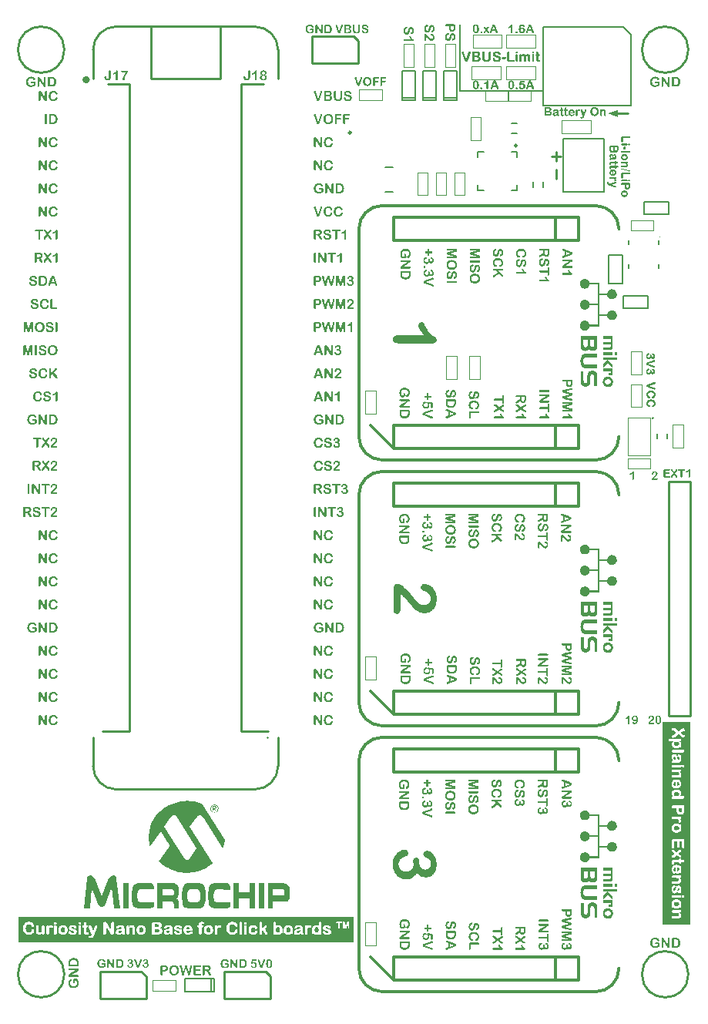
<source format=gto>
G04*
G04 #@! TF.GenerationSoftware,Altium Limited,Altium Designer,20.2.8 (258)*
G04*
G04 Layer_Color=65535*
%FSLAX43Y43*%
%MOMM*%
G71*
G04*
G04 #@! TF.SameCoordinates,2C7AC1C0-F562-43BB-A571-7E62E4670D11*
G04*
G04*
G04 #@! TF.FilePolarity,Positive*
G04*
G01*
G75*
%ADD10C,0.400*%
%ADD11C,0.254*%
%ADD12C,0.250*%
%ADD13C,0.100*%
%ADD14C,0.150*%
%ADD15C,0.305*%
%ADD16C,0.200*%
G36*
X65493Y97775D02*
X66525Y98156D01*
Y97394D01*
X65493Y97775D01*
D02*
G37*
G36*
X37551Y6650D02*
X35099D01*
Y6650D01*
X667D01*
Y9450D01*
X35099D01*
Y9450D01*
X37551D01*
Y6650D01*
D02*
G37*
G36*
X22300Y21825D02*
X22370Y21805D01*
X22450Y21775D01*
X22520Y21725D01*
X22590Y21645D01*
X22640Y21545D01*
X22660Y21475D01*
Y21405D01*
Y21385D01*
X22650Y21335D01*
X22640Y21265D01*
X22610Y21175D01*
X22560Y21095D01*
X22480Y21025D01*
X22370Y20965D01*
X22310Y20955D01*
X22230Y20945D01*
X22200D01*
X22160Y20955D01*
X22120Y20965D01*
X22010Y21005D01*
X21950Y21035D01*
X21900Y21075D01*
X21890Y21085D01*
X21880Y21105D01*
X21860Y21125D01*
X21840Y21165D01*
X21790Y21275D01*
X21780Y21335D01*
X21770Y21405D01*
Y21415D01*
Y21435D01*
X21780Y21465D01*
X21790Y21515D01*
X21830Y21605D01*
X21870Y21655D01*
X21910Y21705D01*
X21920Y21715D01*
X21930Y21725D01*
X21960Y21745D01*
X22000Y21775D01*
X22100Y21815D01*
X22160Y21825D01*
X22230Y21835D01*
X22250D01*
X22300Y21825D01*
D02*
G37*
G36*
X19450Y22215D02*
X19550Y22205D01*
X19650Y22195D01*
X19770Y22185D01*
X20020Y22145D01*
X20290Y22085D01*
X20570Y22005D01*
X20850Y21895D01*
X23350Y17925D01*
Y17915D01*
Y17895D01*
X23340Y17855D01*
Y17805D01*
X23330Y17735D01*
X23320Y17665D01*
X23280Y17495D01*
Y17485D01*
X23270Y17455D01*
X23260Y17405D01*
X23250Y17345D01*
X23230Y17275D01*
X23200Y17195D01*
X23150Y17005D01*
X20980Y20395D01*
X20970Y20405D01*
X20950Y20435D01*
X20910Y20475D01*
X20870Y20525D01*
X20810Y20575D01*
X20740Y20615D01*
X20670Y20645D01*
X20590Y20655D01*
X20560D01*
X20520Y20645D01*
X20470Y20625D01*
X20420Y20595D01*
X20360Y20545D01*
X20290Y20485D01*
X20230Y20405D01*
X19510Y19415D01*
X22050Y15395D01*
X22040Y15385D01*
X21990Y15345D01*
X21930Y15295D01*
X21830Y15225D01*
X21720Y15145D01*
X21580Y15055D01*
X21410Y14955D01*
X21230Y14855D01*
X21020Y14755D01*
X20800Y14655D01*
X20560Y14565D01*
X20300Y14485D01*
X20020Y14415D01*
X19730Y14365D01*
X19430Y14325D01*
X19110Y14315D01*
X19030D01*
X18940Y14325D01*
X18820Y14335D01*
X18670Y14355D01*
X18490Y14385D01*
X18290Y14425D01*
X18080Y14475D01*
X17850Y14545D01*
X17600Y14635D01*
X17350Y14735D01*
X17100Y14865D01*
X16840Y15015D01*
X16580Y15185D01*
X16330Y15385D01*
X16090Y15615D01*
X17170Y17105D01*
X17180Y17115D01*
X17200Y17155D01*
X17210Y17185D01*
X17220Y17225D01*
X17240Y17285D01*
X17250Y17345D01*
Y17355D01*
Y17365D01*
X17240Y17425D01*
X17200Y17525D01*
X17170Y17585D01*
X17130Y17645D01*
X16330Y18895D01*
X15140Y17245D01*
Y17255D01*
X15130Y17265D01*
Y17295D01*
X15120Y17335D01*
X15100Y17435D01*
X15070Y17565D01*
X15040Y17735D01*
X15020Y17915D01*
X15010Y18115D01*
X15000Y18335D01*
Y18355D01*
Y18405D01*
X15010Y18485D01*
X15020Y18595D01*
X15040Y18725D01*
X15060Y18885D01*
X15100Y19055D01*
X15140Y19245D01*
X15200Y19455D01*
X15280Y19665D01*
X15370Y19885D01*
X15480Y20115D01*
X15610Y20335D01*
X15760Y20565D01*
X15940Y20785D01*
X16140Y21005D01*
X16150Y21015D01*
X16200Y21055D01*
X16270Y21115D01*
X16360Y21195D01*
X16480Y21285D01*
X16620Y21395D01*
X16790Y21505D01*
X16980Y21615D01*
X17200Y21725D01*
X17430Y21835D01*
X17680Y21945D01*
X17950Y22035D01*
X18250Y22115D01*
X18550Y22175D01*
X18880Y22215D01*
X19220Y22225D01*
X19370D01*
X19450Y22215D01*
D02*
G37*
G36*
X23590Y13185D02*
X23650D01*
X23690Y13175D01*
X23700D01*
X23720Y13165D01*
X23760Y13145D01*
X23800Y13125D01*
X23840Y13085D01*
X23880Y13045D01*
X23920Y12985D01*
X23940Y12905D01*
Y12895D01*
Y12875D01*
X23950Y12845D01*
Y12795D01*
Y12735D01*
X23960Y12665D01*
Y12575D01*
Y12465D01*
X22480Y12505D01*
X22470D01*
X22430Y12495D01*
X22370Y12475D01*
X22310Y12445D01*
X22240Y12375D01*
X22190Y12275D01*
X22160Y12215D01*
X22150Y12135D01*
X22130Y12055D01*
Y11955D01*
Y11655D01*
Y11645D01*
Y11635D01*
X22140Y11575D01*
X22150Y11485D01*
X22170Y11385D01*
X22210Y11285D01*
X22270Y11195D01*
X22350Y11135D01*
X22400Y11125D01*
X22460Y11115D01*
X23980D01*
Y11095D01*
Y11045D01*
Y10975D01*
X23970Y10885D01*
X23960Y10785D01*
X23950Y10695D01*
X23930Y10625D01*
X23900Y10565D01*
Y10555D01*
X23880Y10545D01*
X23850Y10525D01*
X23800Y10495D01*
X23730Y10465D01*
X23640Y10445D01*
X23530Y10435D01*
X23390Y10425D01*
X22290D01*
X22200Y10445D01*
X22090Y10465D01*
X21970Y10495D01*
X21860Y10545D01*
X21750Y10615D01*
X21670Y10715D01*
Y10725D01*
X21650Y10755D01*
X21630Y10805D01*
X21610Y10885D01*
X21590Y10975D01*
X21570Y11095D01*
X21560Y11235D01*
X21550Y11395D01*
Y12205D01*
Y12215D01*
Y12235D01*
Y12275D01*
X21560Y12315D01*
X21570Y12435D01*
X21590Y12575D01*
X21630Y12725D01*
X21690Y12875D01*
X21770Y12995D01*
X21820Y13055D01*
X21880Y13095D01*
X21890D01*
X21910Y13115D01*
X21950Y13125D01*
X22000Y13145D01*
X22070Y13165D01*
X22150Y13175D01*
X22250Y13195D01*
X23460D01*
X23590Y13185D01*
D02*
G37*
G36*
X26680Y10445D02*
X26100D01*
Y11475D01*
X24880D01*
Y10445D01*
X24340D01*
Y13175D01*
X24880D01*
Y12205D01*
X26100D01*
Y13175D01*
X26680D01*
Y10445D01*
D02*
G37*
G36*
X11170Y14055D02*
X11220Y14045D01*
X11280Y14015D01*
X11340Y13965D01*
X11400Y13885D01*
X11440Y13785D01*
X11470Y13645D01*
X11840Y10445D01*
X11160D01*
X10970Y12745D01*
X10950D01*
X10250Y10895D01*
X10240Y10885D01*
X10230Y10845D01*
X10200Y10805D01*
X10160Y10745D01*
X10100Y10695D01*
X10030Y10645D01*
X9950Y10605D01*
X9850Y10595D01*
X9840D01*
X9800Y10605D01*
X9750Y10615D01*
X9680Y10635D01*
X9610Y10665D01*
X9540Y10725D01*
X9470Y10795D01*
X9420Y10895D01*
X8730Y12715D01*
X8720D01*
X8520Y10445D01*
X7850D01*
X8200Y13675D01*
Y13695D01*
X8210Y13735D01*
X8230Y13795D01*
X8260Y13875D01*
X8310Y13945D01*
X8370Y14005D01*
X8460Y14045D01*
X8560Y14065D01*
X8580D01*
X8620Y14055D01*
X8680Y14045D01*
X8760Y14025D01*
X8840Y13975D01*
X8920Y13915D01*
X9000Y13825D01*
X9060Y13705D01*
X9840Y11725D01*
X9850D01*
X10630Y13705D01*
X10640Y13725D01*
X10660Y13765D01*
X10690Y13815D01*
X10740Y13885D01*
X10810Y13955D01*
X10900Y14005D01*
X11000Y14045D01*
X11120Y14065D01*
X11130D01*
X11170Y14055D01*
D02*
G37*
G36*
X29930Y13165D02*
X30020Y13155D01*
X30130Y13115D01*
X30240Y13065D01*
X30340Y12985D01*
X30430Y12865D01*
X30460Y12795D01*
X30490Y12715D01*
Y12705D01*
X30500Y12685D01*
Y12635D01*
X30510Y12585D01*
X30520Y12515D01*
Y12435D01*
X30530Y12335D01*
Y12235D01*
Y12015D01*
Y12005D01*
Y11995D01*
Y11935D01*
X30520Y11855D01*
X30510Y11745D01*
X30490Y11635D01*
X30460Y11515D01*
X30420Y11405D01*
X30370Y11315D01*
X30360Y11305D01*
X30350Y11285D01*
X30320Y11255D01*
X30280Y11225D01*
X30220Y11195D01*
X30160Y11165D01*
X30090Y11145D01*
X30000Y11135D01*
X28650Y11135D01*
Y10445D01*
X28080D01*
Y13175D01*
X29870Y13175D01*
X29930Y13165D01*
D02*
G37*
G36*
X27720Y10445D02*
X27080D01*
Y13175D01*
X27720D01*
Y10445D01*
D02*
G37*
G36*
X17870Y13165D02*
X17960Y13135D01*
X18060Y13075D01*
X18110Y13035D01*
X18160Y12975D01*
X18210Y12915D01*
X18250Y12835D01*
X18280Y12745D01*
X18310Y12635D01*
X18320Y12505D01*
X18330Y12365D01*
Y12195D01*
Y12185D01*
Y12175D01*
Y12145D01*
Y12105D01*
X18310Y12005D01*
X18290Y11895D01*
X18250Y11775D01*
X18200Y11665D01*
X18120Y11575D01*
X18070Y11535D01*
X18020Y11515D01*
Y11505D01*
X18030D01*
X18070Y11485D01*
X18120Y11445D01*
X18180Y11395D01*
X18230Y11315D01*
X18280Y11215D01*
X18320Y11075D01*
X18330Y10985D01*
Y10895D01*
Y10445D01*
X17750D01*
Y10765D01*
Y10775D01*
Y10805D01*
Y10845D01*
Y10885D01*
X17740Y10985D01*
Y11025D01*
X17730Y11055D01*
X17720Y11075D01*
X17690Y11105D01*
X17620Y11135D01*
X17530Y11155D01*
X16520D01*
Y10445D01*
X15940D01*
Y13175D01*
X17810D01*
X17870Y13165D01*
D02*
G37*
G36*
X12820Y10445D02*
X12180D01*
Y13175D01*
X12820D01*
Y10445D01*
D02*
G37*
G36*
X20570Y13185D02*
X20670Y13165D01*
X20780Y13135D01*
X20890Y13095D01*
X20980Y13035D01*
X21060Y12955D01*
X21070Y12945D01*
X21090Y12915D01*
X21110Y12855D01*
X21150Y12775D01*
X21180Y12665D01*
X21200Y12545D01*
X21220Y12395D01*
X21230Y12215D01*
Y11405D01*
Y11395D01*
Y11375D01*
Y11335D01*
X21220Y11285D01*
X21210Y11155D01*
X21180Y11005D01*
X21130Y10845D01*
X21060Y10695D01*
X20960Y10565D01*
X20900Y10515D01*
X20830Y10475D01*
X20820D01*
X20800Y10465D01*
X20770Y10455D01*
X20720D01*
X20660Y10445D01*
X20590Y10435D01*
X20500Y10425D01*
X19420D01*
X19340Y10435D01*
X19230Y10455D01*
X19120Y10485D01*
X19010Y10535D01*
X18900Y10595D01*
X18820Y10685D01*
X18810Y10695D01*
X18800Y10725D01*
X18770Y10785D01*
X18750Y10865D01*
X18720Y10965D01*
X18690Y11085D01*
X18680Y11235D01*
X18670Y11405D01*
Y12215D01*
Y12225D01*
Y12255D01*
Y12295D01*
X18680Y12345D01*
Y12405D01*
X18700Y12485D01*
X18730Y12645D01*
X18790Y12805D01*
X18870Y12965D01*
X18920Y13025D01*
X18990Y13085D01*
X19060Y13135D01*
X19140Y13165D01*
X19150D01*
X19170Y13175D01*
X19200D01*
X19240Y13185D01*
X19290D01*
X19350Y13195D01*
X20490D01*
X20570Y13185D01*
D02*
G37*
G36*
X15000Y13185D02*
X15140Y13185D01*
X15260Y13175D01*
X15320Y13165D01*
X15360Y13155D01*
X15400Y13145D01*
X15420Y13135D01*
X15430D01*
X15440Y13115D01*
X15470Y13075D01*
X15500Y13025D01*
X15520Y12945D01*
X15550Y12835D01*
X15560Y12685D01*
X15570Y12605D01*
Y12505D01*
X14080Y12505D01*
X14010Y12495D01*
X13930Y12455D01*
X13890Y12435D01*
X13850Y12395D01*
Y12385D01*
X13840Y12375D01*
X13820Y12345D01*
X13810Y12295D01*
X13790Y12235D01*
X13770Y12165D01*
X13760Y12065D01*
Y11955D01*
Y11655D01*
Y11645D01*
Y11605D01*
Y11545D01*
X13770Y11485D01*
X13780Y11345D01*
X13790Y11285D01*
X13810Y11245D01*
Y11235D01*
X13820Y11225D01*
X13870Y11185D01*
X13910Y11155D01*
X13960Y11135D01*
X14020Y11125D01*
X14090Y11115D01*
X15610Y11115D01*
Y11095D01*
Y11055D01*
Y10985D01*
X15600Y10905D01*
X15590Y10815D01*
X15580Y10725D01*
X15560Y10655D01*
X15530Y10595D01*
X15520Y10585D01*
X15510Y10565D01*
X15470Y10545D01*
X15430Y10515D01*
X15360Y10475D01*
X15270Y10455D01*
X15160Y10435D01*
X15020Y10425D01*
X13920D01*
X13830Y10435D01*
X13740Y10455D01*
X13630Y10475D01*
X13520Y10515D01*
X13420Y10575D01*
X13340Y10645D01*
X13330Y10655D01*
X13310Y10685D01*
X13280Y10745D01*
X13250Y10825D01*
X13220Y10925D01*
X13190Y11055D01*
X13170Y11215D01*
X13160Y11405D01*
Y12215D01*
Y12225D01*
Y12255D01*
Y12295D01*
X13170Y12355D01*
X13180Y12425D01*
X13190Y12495D01*
X13230Y12665D01*
X13300Y12835D01*
X13400Y12995D01*
X13460Y13065D01*
X13540Y13115D01*
X13620Y13155D01*
X13720Y13185D01*
X13740D01*
X13800Y13195D01*
X14870D01*
X15000Y13185D01*
D02*
G37*
G36*
X52317Y107309D02*
X52325Y107307D01*
X52336Y107304D01*
X52347Y107300D01*
X52358Y107293D01*
X52369Y107286D01*
X52370Y107285D01*
X52372Y107282D01*
X52378Y107277D01*
X52383Y107271D01*
X52386Y107263D01*
X52392Y107253D01*
X52394Y107243D01*
X52395Y107231D01*
Y107230D01*
Y107227D01*
Y107224D01*
X52394Y107217D01*
X52392Y107205D01*
X52385Y107189D01*
Y107188D01*
X52384Y107185D01*
X52381Y107182D01*
X52379Y107178D01*
X52370Y107165D01*
X52358Y107151D01*
X52220Y106964D01*
X52374Y106749D01*
X52375Y106746D01*
X52380Y106740D01*
X52386Y106730D01*
X52394Y106717D01*
X52400Y106703D01*
X52407Y106689D01*
X52412Y106676D01*
X52413Y106663D01*
Y106662D01*
Y106658D01*
X52412Y106652D01*
X52409Y106644D01*
X52407Y106636D01*
X52402Y106627D01*
X52394Y106617D01*
X52385Y106608D01*
X52384Y106606D01*
X52380Y106604D01*
X52375Y106600D01*
X52367Y106596D01*
X52357Y106592D01*
X52346Y106589D01*
X52333Y106586D01*
X52319Y106585D01*
X52314D01*
X52308Y106586D01*
X52299Y106587D01*
X52290Y106590D01*
X52281Y106592D01*
X52271Y106597D01*
X52262Y106604D01*
X52261Y106605D01*
X52258Y106608D01*
X52253Y106611D01*
X52248Y106618D01*
X52240Y106625D01*
X52233Y106634D01*
X52224Y106644D01*
X52215Y106656D01*
X52098Y106839D01*
X51984Y106663D01*
X51983Y106662D01*
X51979Y106657D01*
X51972Y106650D01*
X51965Y106641D01*
X51948Y106620D01*
X51939Y106610D01*
X51931Y106603D01*
X51929Y106601D01*
X51927Y106600D01*
X51922Y106597D01*
X51915Y106594D01*
X51908Y106590D01*
X51897Y106587D01*
X51887Y106586D01*
X51875Y106585D01*
X51868D01*
X51861Y106586D01*
X51852Y106587D01*
X51842Y106590D01*
X51831Y106595D01*
X51820Y106600D01*
X51810Y106608D01*
X51809Y106609D01*
X51806Y106611D01*
X51801Y106617D01*
X51797Y106624D01*
X51792Y106632D01*
X51787Y106642D01*
X51784Y106653D01*
X51783Y106665D01*
Y106666D01*
Y106670D01*
X51786Y106677D01*
X51788Y106686D01*
X51792Y106699D01*
X51798Y106713D01*
X51807Y106730D01*
X51820Y106749D01*
X51974Y106964D01*
X51837Y107145D01*
X51835Y107147D01*
X51831Y107152D01*
X51825Y107161D01*
X51819Y107173D01*
X51811Y107187D01*
X51806Y107201D01*
X51801Y107216D01*
X51800Y107231D01*
Y107232D01*
Y107236D01*
X51801Y107243D01*
X51804Y107250D01*
X51806Y107259D01*
X51810Y107268D01*
X51816Y107277D01*
X51825Y107286D01*
X51826Y107287D01*
X51830Y107290D01*
X51835Y107293D01*
X51843Y107299D01*
X51852Y107302D01*
X51863Y107306D01*
X51876Y107309D01*
X51890Y107310D01*
X51896D01*
X51903Y107309D01*
X51910Y107307D01*
X51919Y107305D01*
X51929Y107301D01*
X51938Y107296D01*
X51947Y107290D01*
X51948Y107288D01*
X51951Y107286D01*
X51956Y107282D01*
X51962Y107276D01*
X51970Y107268D01*
X51979Y107258D01*
X51988Y107246D01*
X51998Y107234D01*
X52098Y107086D01*
X52196Y107234D01*
X52197Y107235D01*
X52201Y107240D01*
X52206Y107246D01*
X52212Y107255D01*
X52229Y107274D01*
X52237Y107283D01*
X52245Y107291D01*
X52247Y107292D01*
X52249Y107293D01*
X52254Y107297D01*
X52261Y107301D01*
X52270Y107304D01*
X52280Y107307D01*
X52290Y107309D01*
X52303Y107310D01*
X52309D01*
X52317Y107309D01*
D02*
G37*
G36*
X50967Y107555D02*
X50983Y107554D01*
X51002Y107551D01*
X51024Y107546D01*
X51045Y107541D01*
X51066Y107533D01*
X51067D01*
X51068Y107532D01*
X51075Y107530D01*
X51086Y107525D01*
X51099Y107517D01*
X51114Y107508D01*
X51130Y107497D01*
X51147Y107484D01*
X51163Y107469D01*
X51165Y107466D01*
X51171Y107461D01*
X51179Y107452D01*
X51188Y107439D01*
X51199Y107424D01*
X51212Y107406D01*
X51223Y107386D01*
X51235Y107365D01*
Y107363D01*
X51237Y107359D01*
X51240Y107353D01*
X51242Y107345D01*
X51246Y107334D01*
X51250Y107320D01*
X51255Y107305D01*
X51260Y107287D01*
X51264Y107267D01*
X51269Y107245D01*
X51273Y107220D01*
X51276Y107193D01*
X51279Y107165D01*
X51282Y107133D01*
X51284Y107102D01*
Y107066D01*
Y107065D01*
Y107061D01*
Y107056D01*
Y107048D01*
Y107039D01*
X51283Y107029D01*
Y107018D01*
Y107005D01*
X51280Y106976D01*
X51278Y106947D01*
X51275Y106915D01*
X51270Y106886D01*
Y106884D01*
Y106882D01*
X51269Y106878D01*
X51268Y106873D01*
X51264Y106858D01*
X51260Y106840D01*
X51252Y106818D01*
X51245Y106796D01*
X51235Y106771D01*
X51222Y106747D01*
Y106746D01*
X51219Y106744D01*
X51217Y106740D01*
X51214Y106735D01*
X51204Y106721D01*
X51191Y106703D01*
X51174Y106684D01*
X51155Y106665D01*
X51132Y106646D01*
X51106Y106628D01*
X51105D01*
X51102Y106627D01*
X51099Y106624D01*
X51094Y106622D01*
X51087Y106618D01*
X51080Y106615D01*
X51059Y106608D01*
X51036Y106599D01*
X51010Y106592D01*
X50979Y106587D01*
X50948Y106586D01*
X50937D01*
X50931Y106587D01*
X50922D01*
X50912Y106589D01*
X50901Y106591D01*
X50888Y106594D01*
X50860Y106600D01*
X50829Y106610D01*
X50799Y106624D01*
X50784Y106632D01*
X50768Y106642D01*
X50767Y106643D01*
X50765Y106644D01*
X50761Y106648D01*
X50756Y106652D01*
X50742Y106665D01*
X50724Y106683D01*
X50705Y106704D01*
X50686Y106731D01*
X50668Y106761D01*
X50652Y106796D01*
Y106797D01*
X50650Y106798D01*
X50648Y106806D01*
X50644Y106817D01*
X50640Y106831D01*
X50635Y106849D01*
X50630Y106869D01*
X50625Y106892D01*
X50621Y106915D01*
Y106916D01*
Y106918D01*
X50620Y106921D01*
Y106926D01*
X50619Y106939D01*
X50617Y106957D01*
X50615Y106977D01*
X50614Y107001D01*
X50612Y107027D01*
Y107055D01*
Y107056D01*
Y107058D01*
Y107064D01*
Y107071D01*
Y107079D01*
Y107089D01*
X50614Y107113D01*
X50615Y107140D01*
X50616Y107168D01*
X50619Y107198D01*
X50621Y107227D01*
Y107229D01*
Y107231D01*
X50622Y107235D01*
X50624Y107240D01*
X50626Y107255D01*
X50629Y107274D01*
X50634Y107295D01*
X50640Y107319D01*
X50647Y107343D01*
X50655Y107366D01*
Y107367D01*
X50657Y107370D01*
X50659Y107375D01*
X50662Y107381D01*
X50667Y107389D01*
X50671Y107398D01*
X50683Y107417D01*
X50699Y107439D01*
X50718Y107462D01*
X50741Y107485D01*
X50766Y107506D01*
X50767D01*
X50770Y107508D01*
X50774Y107511D01*
X50780Y107513D01*
X50786Y107517D01*
X50795Y107522D01*
X50805Y107526D01*
X50817Y107531D01*
X50842Y107540D01*
X50873Y107549D01*
X50906Y107554D01*
X50942Y107556D01*
X50954D01*
X50967Y107555D01*
D02*
G37*
G36*
X52922Y107564D02*
X52933Y107563D01*
X52944Y107561D01*
X52955Y107558D01*
X52968Y107554D01*
X52980Y107547D01*
X52981Y107546D01*
X52985Y107545D01*
X52990Y107541D01*
X52996Y107536D01*
X53011Y107523D01*
X53025Y107506D01*
X53027Y107504D01*
X53028Y107502D01*
X53032Y107497D01*
X53035Y107490D01*
X53044Y107475D01*
X53053Y107456D01*
Y107455D01*
X53054Y107452D01*
X53057Y107446D01*
X53061Y107438D01*
X53065Y107429D01*
X53068Y107418D01*
X53074Y107404D01*
X53080Y107389D01*
X53324Y106787D01*
Y106785D01*
X53325Y106784D01*
X53326Y106780D01*
X53329Y106775D01*
X53334Y106763D01*
X53339Y106747D01*
X53344Y106730D01*
X53349Y106713D01*
X53353Y106697D01*
X53354Y106683D01*
Y106681D01*
Y106676D01*
X53353Y106670D01*
X53350Y106661D01*
X53347Y106650D01*
X53340Y106638D01*
X53333Y106627D01*
X53322Y106615D01*
X53321Y106614D01*
X53317Y106610D01*
X53311Y106605D01*
X53302Y106600D01*
X53291Y106595D01*
X53278Y106590D01*
X53264Y106586D01*
X53249Y106585D01*
X53240D01*
X53234Y106586D01*
X53220Y106589D01*
X53204Y106594D01*
X53203D01*
X53202Y106595D01*
X53194Y106600D01*
X53184Y106608D01*
X53174Y106618D01*
Y106619D01*
X53171Y106620D01*
X53170Y106624D01*
X53166Y106629D01*
X53162Y106636D01*
X53159Y106643D01*
X53154Y106653D01*
X53148Y106663D01*
Y106665D01*
X53146Y106669D01*
X53145Y106674D01*
X53141Y106681D01*
X53134Y106695D01*
X53132Y106703D01*
X53129Y106708D01*
X53086Y106821D01*
X52729D01*
X52689Y106710D01*
Y106709D01*
X52687Y106708D01*
X52686Y106704D01*
X52685Y106699D01*
X52680Y106686D01*
X52673Y106671D01*
X52666Y106655D01*
X52658Y106639D01*
X52649Y106624D01*
X52642Y106611D01*
X52640Y106610D01*
X52638Y106608D01*
X52633Y106603D01*
X52625Y106599D01*
X52616Y106594D01*
X52604Y106589D01*
X52590Y106586D01*
X52572Y106585D01*
X52565D01*
X52558Y106586D01*
X52548Y106589D01*
X52536Y106592D01*
X52525Y106597D01*
X52512Y106604D01*
X52501Y106614D01*
X52499Y106615D01*
X52496Y106619D01*
X52491Y106625D01*
X52485Y106633D01*
X52480Y106643D01*
X52475Y106655D01*
X52472Y106667D01*
X52470Y106681D01*
Y106683D01*
Y106685D01*
Y106689D01*
X52472Y106695D01*
X52473Y106708D01*
X52477Y106723D01*
Y106724D01*
X52478Y106727D01*
X52479Y106732D01*
X52482Y106738D01*
X52484Y106746D01*
X52488Y106756D01*
X52492Y106768D01*
X52497Y106780D01*
X52734Y107381D01*
Y107382D01*
X52736Y107386D01*
X52738Y107391D01*
X52741Y107399D01*
X52745Y107408D01*
X52748Y107418D01*
X52753Y107431D01*
X52759Y107443D01*
X52760Y107445D01*
X52761Y107450D01*
X52764Y107456D01*
X52767Y107465D01*
X52778Y107485D01*
X52789Y107506D01*
X52790Y107507D01*
X52793Y107511D01*
X52797Y107514D01*
X52802Y107521D01*
X52808Y107528D01*
X52817Y107535D01*
X52836Y107549D01*
X52837Y107550D01*
X52841Y107551D01*
X52847Y107554D01*
X52856Y107558D01*
X52866Y107560D01*
X52878Y107563D01*
X52892Y107564D01*
X52907Y107565D01*
X52915D01*
X52922Y107564D01*
D02*
G37*
G36*
X51565Y106798D02*
X51575Y106796D01*
X51588Y106792D01*
X51600Y106785D01*
X51613Y106778D01*
X51626Y106768D01*
X51627Y106766D01*
X51631Y106763D01*
X51636Y106755D01*
X51642Y106746D01*
X51649Y106736D01*
X51654Y106723D01*
X51657Y106708D01*
X51659Y106693D01*
Y106690D01*
Y106684D01*
X51657Y106675D01*
X51655Y106663D01*
X51651Y106651D01*
X51645Y106638D01*
X51637Y106624D01*
X51626Y106613D01*
X51624Y106611D01*
X51621Y106609D01*
X51613Y106604D01*
X51604Y106599D01*
X51594Y106594D01*
X51581Y106589D01*
X51566Y106586D01*
X51551Y106585D01*
X51543D01*
X51536Y106586D01*
X51524Y106589D01*
X51513Y106591D01*
X51500Y106596D01*
X51487Y106604D01*
X51475Y106613D01*
X51473Y106614D01*
X51469Y106618D01*
X51464Y106624D01*
X51459Y106634D01*
X51453Y106646D01*
X51448Y106658D01*
X51444Y106675D01*
X51443Y106693D01*
Y106695D01*
Y106700D01*
X51444Y106708D01*
X51447Y106718D01*
X51450Y106730D01*
X51456Y106742D01*
X51463Y106755D01*
X51473Y106768D01*
X51475Y106769D01*
X51478Y106773D01*
X51485Y106778D01*
X51494Y106784D01*
X51505Y106789D01*
X51518Y106794D01*
X51532Y106798D01*
X51548Y106799D01*
X51556D01*
X51565Y106798D01*
D02*
G37*
G36*
X32751Y107533D02*
X32762D01*
X32784Y107531D01*
X32810Y107527D01*
X32838Y107524D01*
X32867Y107517D01*
X32895Y107508D01*
X32896D01*
X32899Y107507D01*
X32903Y107506D01*
X32908Y107503D01*
X32920Y107498D01*
X32938Y107491D01*
X32956Y107482D01*
X32976Y107470D01*
X32996Y107458D01*
X33014Y107444D01*
X33017Y107442D01*
X33022Y107437D01*
X33029Y107430D01*
X33040Y107420D01*
X33051Y107407D01*
X33063Y107393D01*
X33074Y107379D01*
X33083Y107362D01*
X33084Y107361D01*
X33087Y107355D01*
X33090Y107347D01*
X33096Y107337D01*
X33099Y107324D01*
X33103Y107312D01*
X33106Y107299D01*
X33107Y107286D01*
Y107285D01*
Y107280D01*
X33106Y107273D01*
X33103Y107265D01*
X33101Y107254D01*
X33096Y107244D01*
X33089Y107234D01*
X33080Y107224D01*
X33079Y107223D01*
X33075Y107220D01*
X33070Y107216D01*
X33063Y107211D01*
X33052Y107206D01*
X33042Y107202D01*
X33029Y107200D01*
X33016Y107199D01*
X33008D01*
X33003Y107200D01*
X32990Y107202D01*
X32976Y107207D01*
X32975D01*
X32974Y107210D01*
X32965Y107215D01*
X32955Y107224D01*
X32944Y107235D01*
Y107237D01*
X32943Y107238D01*
X32938Y107244D01*
X32932Y107254D01*
X32924Y107267D01*
X32914Y107280D01*
X32904Y107294D01*
X32895Y107308D01*
X32885Y107319D01*
X32883Y107320D01*
X32881Y107324D01*
X32875Y107329D01*
X32867Y107336D01*
X32858Y107343D01*
X32847Y107351D01*
X32834Y107359D01*
X32819Y107366D01*
X32817Y107367D01*
X32811Y107370D01*
X32802Y107373D01*
X32789Y107376D01*
X32774Y107380D01*
X32756Y107384D01*
X32736Y107385D01*
X32713Y107387D01*
X32702D01*
X32689Y107385D01*
X32674Y107384D01*
X32655Y107381D01*
X32636Y107376D01*
X32615Y107371D01*
X32595Y107364D01*
X32593Y107362D01*
X32586Y107360D01*
X32576Y107354D01*
X32565Y107347D01*
X32551Y107337D01*
X32535Y107326D01*
X32520Y107312D01*
X32505Y107296D01*
X32504Y107294D01*
X32499Y107289D01*
X32492Y107280D01*
X32485Y107267D01*
X32476Y107252D01*
X32466Y107233D01*
X32457Y107213D01*
X32449Y107190D01*
Y107188D01*
X32448Y107187D01*
Y107183D01*
X32447Y107178D01*
X32443Y107166D01*
X32440Y107149D01*
X32436Y107129D01*
X32433Y107105D01*
X32431Y107078D01*
X32430Y107050D01*
Y107049D01*
Y107042D01*
Y107033D01*
X32431Y107022D01*
X32433Y107009D01*
X32434Y106993D01*
X32436Y106975D01*
X32439Y106956D01*
X32448Y106914D01*
X32454Y106894D01*
X32462Y106872D01*
X32471Y106852D01*
X32481Y106832D01*
X32492Y106812D01*
X32505Y106795D01*
X32506Y106793D01*
X32509Y106791D01*
X32513Y106787D01*
X32519Y106781D01*
X32527Y106774D01*
X32537Y106767D01*
X32547Y106759D01*
X32561Y106750D01*
X32575Y106743D01*
X32590Y106734D01*
X32608Y106726D01*
X32627Y106720D01*
X32647Y106713D01*
X32670Y106710D01*
X32693Y106707D01*
X32718Y106706D01*
X32730D01*
X32742Y106707D01*
X32759Y106708D01*
X32778Y106710D01*
X32798Y106713D01*
X32820Y106717D01*
X32842Y106722D01*
X32843D01*
X32844Y106724D01*
X32852Y106726D01*
X32863Y106730D01*
X32878Y106735D01*
X32896Y106743D01*
X32916Y106750D01*
X32938Y106760D01*
X32961Y106772D01*
Y106927D01*
X32803D01*
X32795Y106928D01*
X32782Y106929D01*
X32769Y106931D01*
X32755Y106933D01*
X32742Y106937D01*
X32731Y106942D01*
X32730Y106943D01*
X32727Y106946D01*
X32722Y106950D01*
X32718Y106955D01*
X32713Y106962D01*
X32708Y106973D01*
X32706Y106984D01*
X32704Y106997D01*
Y106998D01*
Y107002D01*
X32706Y107008D01*
X32707Y107016D01*
X32709Y107023D01*
X32715Y107032D01*
X32720Y107041D01*
X32727Y107049D01*
X32729Y107050D01*
X32731Y107053D01*
X32736Y107055D01*
X32744Y107060D01*
X32753Y107064D01*
X32763Y107066D01*
X32776Y107069D01*
X32789Y107070D01*
X33021D01*
X33029Y107069D01*
X33041D01*
X33051Y107068D01*
X33074Y107063D01*
X33075D01*
X33079Y107061D01*
X33084Y107059D01*
X33090Y107056D01*
X33097Y107051D01*
X33104Y107046D01*
X33112Y107040D01*
X33118Y107031D01*
X33120Y107030D01*
X33121Y107026D01*
X33123Y107021D01*
X33127Y107013D01*
X33131Y107003D01*
X33134Y106990D01*
X33135Y106975D01*
X33136Y106957D01*
Y106777D01*
Y106776D01*
Y106771D01*
Y106764D01*
X33135Y106755D01*
X33134Y106736D01*
X33131Y106727D01*
X33129Y106719D01*
Y106717D01*
X33127Y106715D01*
X33125Y106711D01*
X33122Y106706D01*
X33115Y106693D01*
X33102Y106679D01*
X33101Y106678D01*
X33098Y106677D01*
X33094Y106673D01*
X33089Y106669D01*
X33082Y106664D01*
X33074Y106659D01*
X33054Y106646D01*
X33052D01*
X33050Y106644D01*
X33045Y106642D01*
X33040Y106638D01*
X33032Y106635D01*
X33023Y106631D01*
X33002Y106621D01*
X32976Y106609D01*
X32948Y106598D01*
X32919Y106588D01*
X32889Y106579D01*
X32887D01*
X32885Y106578D01*
X32881D01*
X32875Y106576D01*
X32867Y106574D01*
X32859Y106572D01*
X32849Y106571D01*
X32838Y106569D01*
X32812Y106565D01*
X32783Y106562D01*
X32751Y106560D01*
X32717Y106558D01*
X32699D01*
X32689Y106560D01*
X32678D01*
X32665Y106561D01*
X32651Y106562D01*
X32621Y106566D01*
X32588Y106572D01*
X32553Y106580D01*
X32519Y106592D01*
X32518D01*
X32515Y106593D01*
X32510Y106595D01*
X32504Y106598D01*
X32496Y106602D01*
X32487Y106605D01*
X32467Y106616D01*
X32443Y106630D01*
X32417Y106646D01*
X32392Y106665D01*
X32367Y106688D01*
X32365Y106689D01*
X32364Y106691D01*
X32360Y106694D01*
X32356Y106699D01*
X32351Y106706D01*
X32345Y106713D01*
X32331Y106731D01*
X32316Y106754D01*
X32299Y106779D01*
X32284Y106809D01*
X32270Y106842D01*
Y106843D01*
X32269Y106846D01*
X32268Y106851D01*
X32265Y106858D01*
X32262Y106866D01*
X32260Y106877D01*
X32256Y106889D01*
X32254Y106901D01*
X32251Y106917D01*
X32247Y106932D01*
X32242Y106966D01*
X32238Y107006D01*
X32237Y107046D01*
Y107047D01*
Y107051D01*
Y107056D01*
Y107065D01*
X32238Y107074D01*
Y107086D01*
X32240Y107098D01*
X32241Y107112D01*
X32245Y107143D01*
X32251Y107177D01*
X32259Y107213D01*
X32269Y107247D01*
Y107248D01*
X32270Y107251D01*
X32273Y107256D01*
X32275Y107262D01*
X32279Y107270D01*
X32283Y107279D01*
X32293Y107300D01*
X32307Y107324D01*
X32323Y107351D01*
X32342Y107376D01*
X32365Y107402D01*
X32367Y107403D01*
X32368Y107404D01*
X32372Y107408D01*
X32377Y107412D01*
X32383Y107417D01*
X32391Y107423D01*
X32408Y107437D01*
X32431Y107454D01*
X32458Y107470D01*
X32487Y107486D01*
X32520Y107500D01*
X32521D01*
X32524Y107501D01*
X32529Y107503D01*
X32537Y107505D01*
X32546Y107507D01*
X32556Y107511D01*
X32567Y107514D01*
X32580Y107517D01*
X32595Y107520D01*
X32610Y107522D01*
X32646Y107529D01*
X32685Y107533D01*
X32727Y107534D01*
X32744D01*
X32751Y107533D01*
D02*
G37*
G36*
X34034D02*
X34043Y107530D01*
X34054Y107527D01*
X34065Y107522D01*
X34075Y107515D01*
X34085Y107506D01*
X34086Y107505D01*
X34089Y107501D01*
X34092Y107494D01*
X34098Y107486D01*
X34101Y107473D01*
X34105Y107459D01*
X34108Y107442D01*
X34109Y107423D01*
Y106682D01*
Y106680D01*
Y106677D01*
X34108Y106670D01*
Y106663D01*
X34106Y106654D01*
X34104Y106642D01*
X34096Y106621D01*
X34091Y106608D01*
X34084Y106598D01*
X34076Y106588D01*
X34066Y106578D01*
X34054Y106570D01*
X34040Y106564D01*
X34024Y106560D01*
X34006Y106558D01*
X33997D01*
X33991Y106560D01*
X33976Y106562D01*
X33959Y106566D01*
X33958D01*
X33955Y106567D01*
X33952Y106570D01*
X33946Y106572D01*
X33935Y106579D01*
X33921Y106589D01*
X33920Y106590D01*
X33918Y106592D01*
X33910Y106599D01*
X33899Y106611D01*
X33887Y106626D01*
X33885Y106627D01*
X33884Y106630D01*
X33882Y106633D01*
X33878Y106640D01*
X33868Y106654D01*
X33856Y106670D01*
X33499Y107220D01*
Y106668D01*
Y106665D01*
Y106659D01*
X33498Y106649D01*
X33497Y106637D01*
X33493Y106623D01*
X33489Y106609D01*
X33483Y106597D01*
X33474Y106585D01*
X33473Y106584D01*
X33469Y106581D01*
X33464Y106576D01*
X33456Y106572D01*
X33447Y106567D01*
X33436Y106562D01*
X33423Y106560D01*
X33409Y106558D01*
X33403D01*
X33395Y106560D01*
X33386Y106562D01*
X33376Y106565D01*
X33365Y106570D01*
X33355Y106578D01*
X33344Y106586D01*
X33343Y106588D01*
X33341Y106592D01*
X33337Y106598D01*
X33333Y106607D01*
X33328Y106618D01*
X33324Y106632D01*
X33322Y106649D01*
X33320Y106668D01*
Y107395D01*
Y107398D01*
Y107403D01*
Y107412D01*
X33322Y107422D01*
X33324Y107445D01*
X33327Y107458D01*
X33330Y107468D01*
Y107469D01*
X33333Y107473D01*
X33336Y107478D01*
X33339Y107484D01*
X33346Y107492D01*
X33352Y107500D01*
X33360Y107507D01*
X33370Y107515D01*
X33371Y107516D01*
X33375Y107517D01*
X33381Y107521D01*
X33389Y107525D01*
X33398Y107527D01*
X33408Y107531D01*
X33419Y107533D01*
X33432Y107534D01*
X33441D01*
X33447Y107533D01*
X33461Y107530D01*
X33475Y107525D01*
X33477D01*
X33479Y107524D01*
X33487Y107519D01*
X33497Y107511D01*
X33508Y107502D01*
X33510D01*
X33511Y107500D01*
X33517Y107492D01*
X33526Y107481D01*
X33536Y107465D01*
X33537Y107464D01*
X33539Y107461D01*
X33541Y107458D01*
X33545Y107451D01*
X33555Y107436D01*
X33567Y107418D01*
X33934Y106863D01*
Y107423D01*
Y107425D01*
Y107426D01*
Y107432D01*
X33935Y107442D01*
X33936Y107454D01*
X33939Y107468D01*
X33944Y107482D01*
X33949Y107494D01*
X33957Y107506D01*
X33958Y107507D01*
X33960Y107510D01*
X33965Y107515D01*
X33973Y107520D01*
X33982Y107525D01*
X33993Y107530D01*
X34006Y107533D01*
X34020Y107534D01*
X34026D01*
X34034Y107533D01*
D02*
G37*
G36*
X34719Y107516D02*
X34741Y107515D01*
X34768Y107512D01*
X34796Y107510D01*
X34824Y107505D01*
X34851Y107498D01*
X34852D01*
X34853Y107497D01*
X34857Y107496D01*
X34862Y107494D01*
X34876Y107491D01*
X34893Y107483D01*
X34913Y107474D01*
X34933Y107463D01*
X34956Y107449D01*
X34978Y107431D01*
X34979Y107430D01*
X34984Y107425D01*
X34992Y107418D01*
X35001Y107407D01*
X35012Y107394D01*
X35025Y107378D01*
X35037Y107359D01*
X35051Y107336D01*
X35065Y107310D01*
X35078Y107282D01*
X35091Y107251D01*
X35102Y107216D01*
X35111Y107178D01*
X35119Y107138D01*
X35124Y107094D01*
X35125Y107047D01*
Y107046D01*
Y107044D01*
Y107040D01*
Y107033D01*
Y107026D01*
X35124Y107017D01*
Y106997D01*
X35121Y106973D01*
X35119Y106947D01*
X35115Y106919D01*
X35110Y106893D01*
Y106891D01*
X35108Y106890D01*
Y106886D01*
X35107Y106881D01*
X35103Y106867D01*
X35098Y106851D01*
X35092Y106832D01*
X35084Y106810D01*
X35074Y106788D01*
X35064Y106767D01*
X35063Y106764D01*
X35059Y106758D01*
X35051Y106746D01*
X35042Y106734D01*
X35031Y106717D01*
X35018Y106701D01*
X35003Y106683D01*
X34985Y106666D01*
X34984Y106665D01*
X34979Y106661D01*
X34971Y106655D01*
X34961Y106647D01*
X34948Y106638D01*
X34935Y106630D01*
X34918Y106619D01*
X34901Y106612D01*
X34899Y106611D01*
X34894Y106608D01*
X34885Y106605D01*
X34872Y106600D01*
X34858Y106595D01*
X34842Y106592D01*
X34824Y106586D01*
X34805Y106583D01*
X34802D01*
X34796Y106581D01*
X34786Y106580D01*
X34772Y106579D01*
X34754Y106578D01*
X34735Y106576D01*
X34714Y106575D01*
X34432D01*
X34423Y106576D01*
X34411Y106578D01*
X34386Y106581D01*
X34373Y106585D01*
X34362Y106590D01*
X34360Y106592D01*
X34358Y106593D01*
X34353Y106597D01*
X34348Y106602D01*
X34341Y106608D01*
X34336Y106614D01*
X34331Y106623D01*
X34327Y106633D01*
Y106635D01*
X34326Y106638D01*
X34325Y106645D01*
X34324Y106654D01*
X34322Y106665D01*
X34321Y106678D01*
X34320Y106692D01*
Y106708D01*
Y107399D01*
Y107400D01*
Y107402D01*
Y107409D01*
X34321Y107421D01*
X34324Y107434D01*
X34326Y107449D01*
X34331Y107464D01*
X34338Y107478D01*
X34346Y107489D01*
X34348Y107491D01*
X34352Y107493D01*
X34359Y107498D01*
X34368Y107503D01*
X34381Y107508D01*
X34396Y107514D01*
X34414Y107516D01*
X34435Y107517D01*
X34710D01*
X34719Y107516D01*
D02*
G37*
G36*
X38812Y107533D02*
X38832Y107531D01*
X38856Y107529D01*
X38882Y107525D01*
X38907Y107520D01*
X38931Y107512D01*
X38932D01*
X38934Y107511D01*
X38941Y107508D01*
X38954Y107503D01*
X38968Y107497D01*
X38984Y107488D01*
X39002Y107478D01*
X39020Y107467D01*
X39037Y107454D01*
X39038Y107453D01*
X39043Y107447D01*
X39051Y107441D01*
X39059Y107431D01*
X39070Y107420D01*
X39080Y107407D01*
X39090Y107393D01*
X39098Y107379D01*
X39099Y107378D01*
X39100Y107373D01*
X39104Y107365D01*
X39108Y107355D01*
X39110Y107343D01*
X39114Y107331D01*
X39115Y107317D01*
X39117Y107303D01*
Y107301D01*
Y107296D01*
X39115Y107290D01*
X39114Y107282D01*
X39110Y107272D01*
X39106Y107262D01*
X39100Y107251D01*
X39092Y107240D01*
X39091Y107239D01*
X39089Y107237D01*
X39084Y107232D01*
X39076Y107228D01*
X39067Y107223D01*
X39057Y107218D01*
X39045Y107215D01*
X39033Y107214D01*
X39028D01*
X39021Y107215D01*
X39014Y107216D01*
X38997Y107221D01*
X38990Y107225D01*
X38982Y107230D01*
X38981Y107232D01*
X38979Y107234D01*
X38976Y107238D01*
X38972Y107243D01*
X38965Y107251D01*
X38960Y107261D01*
X38954Y107272D01*
X38946Y107285D01*
X38945Y107287D01*
X38941Y107294D01*
X38936Y107303D01*
X38929Y107315D01*
X38920Y107328D01*
X38910Y107342D01*
X38897Y107355D01*
X38884Y107367D01*
X38883Y107369D01*
X38878Y107373D01*
X38869Y107378D01*
X38856Y107383D01*
X38841Y107388D01*
X38821Y107393D01*
X38797Y107397D01*
X38769Y107398D01*
X38756D01*
X38742Y107397D01*
X38725Y107394D01*
X38706Y107390D01*
X38686Y107384D01*
X38666Y107376D01*
X38648Y107365D01*
X38647Y107364D01*
X38642Y107359D01*
X38634Y107352D01*
X38626Y107343D01*
X38617Y107331D01*
X38611Y107318D01*
X38606Y107303D01*
X38603Y107286D01*
Y107285D01*
Y107281D01*
X38605Y107276D01*
X38606Y107270D01*
X38610Y107254D01*
X38614Y107246D01*
X38619Y107238D01*
X38620Y107237D01*
X38621Y107234D01*
X38625Y107230D01*
X38630Y107227D01*
X38643Y107214D01*
X38661Y107202D01*
X38662D01*
X38666Y107200D01*
X38671Y107197D01*
X38678Y107193D01*
X38695Y107186D01*
X38715Y107178D01*
X38717D01*
X38720Y107177D01*
X38728Y107174D01*
X38737Y107172D01*
X38751Y107169D01*
X38766Y107164D01*
X38785Y107160D01*
X38808Y107154D01*
X38809D01*
X38812Y107153D01*
X38816D01*
X38822Y107152D01*
X38828Y107149D01*
X38836Y107148D01*
X38855Y107143D01*
X38878Y107136D01*
X38902Y107130D01*
X38927Y107122D01*
X38951Y107113D01*
X38953D01*
X38954Y107112D01*
X38958Y107111D01*
X38963Y107110D01*
X38974Y107105D01*
X38990Y107098D01*
X39007Y107091D01*
X39025Y107080D01*
X39044Y107070D01*
X39062Y107059D01*
X39064Y107058D01*
X39070Y107054D01*
X39077Y107046D01*
X39089Y107037D01*
X39100Y107025D01*
X39111Y107011D01*
X39123Y106995D01*
X39133Y106978D01*
X39134Y106975D01*
X39137Y106969D01*
X39141Y106959D01*
X39146Y106945D01*
X39151Y106927D01*
X39155Y106906D01*
X39157Y106882D01*
X39158Y106857D01*
Y106856D01*
Y106853D01*
Y106848D01*
X39157Y106843D01*
Y106835D01*
X39156Y106826D01*
X39153Y106805D01*
X39147Y106781D01*
X39139Y106755D01*
X39129Y106729D01*
X39114Y106702D01*
Y106701D01*
X39111Y106699D01*
X39109Y106696D01*
X39106Y106691D01*
X39095Y106679D01*
X39081Y106664D01*
X39063Y106646D01*
X39040Y106630D01*
X39015Y106612D01*
X38984Y106597D01*
X38983D01*
X38981Y106595D01*
X38976Y106593D01*
X38969Y106590D01*
X38962Y106588D01*
X38951Y106585D01*
X38940Y106581D01*
X38927Y106578D01*
X38913Y106574D01*
X38898Y106571D01*
X38864Y106565D01*
X38826Y106560D01*
X38784Y106558D01*
X38770D01*
X38761Y106560D01*
X38748D01*
X38734Y106561D01*
X38719Y106562D01*
X38703Y106565D01*
X38666Y106571D01*
X38628Y106580D01*
X38590Y106593D01*
X38553Y106611D01*
X38551D01*
X38550Y106612D01*
X38543Y106617D01*
X38531Y106626D01*
X38516Y106637D01*
X38499Y106652D01*
X38482Y106669D01*
X38465Y106689D01*
X38449Y106711D01*
Y106712D01*
X38447Y106713D01*
X38445Y106717D01*
X38442Y106722D01*
X38436Y106734D01*
X38428Y106750D01*
X38421Y106769D01*
X38414Y106790D01*
X38409Y106812D01*
X38408Y106835D01*
Y106837D01*
Y106842D01*
X38409Y106848D01*
X38410Y106856D01*
X38414Y106865D01*
X38418Y106875D01*
X38424Y106885D01*
X38432Y106894D01*
X38433Y106895D01*
X38436Y106898D01*
X38442Y106901D01*
X38449Y106906D01*
X38457Y106912D01*
X38469Y106915D01*
X38480Y106918D01*
X38494Y106919D01*
X38499D01*
X38504Y106918D01*
X38512Y106917D01*
X38520Y106914D01*
X38527Y106910D01*
X38536Y106905D01*
X38544Y106899D01*
X38545Y106898D01*
X38548Y106895D01*
X38551Y106891D01*
X38556Y106885D01*
X38563Y106877D01*
X38568Y106867D01*
X38574Y106856D01*
X38581Y106843D01*
X38582Y106840D01*
X38583Y106835D01*
X38587Y106826D01*
X38592Y106816D01*
X38598Y106805D01*
X38605Y106792D01*
X38611Y106779D01*
X38619Y106767D01*
X38620Y106766D01*
X38623Y106762D01*
X38628Y106757D01*
X38634Y106749D01*
X38643Y106741D01*
X38653Y106732D01*
X38664Y106725D01*
X38678Y106717D01*
X38680Y106716D01*
X38685Y106715D01*
X38694Y106711D01*
X38705Y106708D01*
X38720Y106705D01*
X38737Y106701D01*
X38757Y106699D01*
X38779Y106698D01*
X38786D01*
X38793Y106699D01*
X38800D01*
X38808Y106701D01*
X38828Y106703D01*
X38850Y106708D01*
X38873Y106715D01*
X38896Y106725D01*
X38917Y106738D01*
X38920Y106739D01*
X38926Y106745D01*
X38934Y106753D01*
X38944Y106764D01*
X38954Y106778D01*
X38962Y106796D01*
X38968Y106815D01*
X38971Y106835D01*
Y106838D01*
Y106843D01*
X38969Y106852D01*
X38967Y106862D01*
X38963Y106875D01*
X38958Y106887D01*
X38951Y106900D01*
X38941Y106912D01*
X38940Y106913D01*
X38936Y106917D01*
X38930Y106922D01*
X38921Y106929D01*
X38911Y106936D01*
X38897Y106943D01*
X38883Y106951D01*
X38866Y106957D01*
X38864Y106959D01*
X38859Y106960D01*
X38849Y106964D01*
X38835Y106967D01*
X38817Y106973D01*
X38797Y106978D01*
X38772Y106984D01*
X38746Y106990D01*
X38744D01*
X38741Y106992D01*
X38736Y106993D01*
X38729Y106994D01*
X38720Y106997D01*
X38710Y106999D01*
X38686Y107006D01*
X38659Y107013D01*
X38631Y107023D01*
X38602Y107033D01*
X38576Y107045D01*
X38574D01*
X38573Y107046D01*
X38569Y107049D01*
X38564Y107051D01*
X38551Y107059D01*
X38536Y107068D01*
X38518Y107080D01*
X38501Y107096D01*
X38483Y107113D01*
X38466Y107133D01*
Y107134D01*
X38465Y107135D01*
X38460Y107143D01*
X38454Y107154D01*
X38447Y107171D01*
X38440Y107190D01*
X38433Y107214D01*
X38428Y107240D01*
X38427Y107270D01*
Y107271D01*
Y107273D01*
Y107277D01*
X38428Y107282D01*
X38429Y107298D01*
X38432Y107315D01*
X38437Y107337D01*
X38445Y107360D01*
X38455Y107384D01*
X38469Y107407D01*
Y107408D01*
X38471Y107409D01*
X38476Y107417D01*
X38487Y107428D01*
X38499Y107441D01*
X38517Y107456D01*
X38537Y107473D01*
X38563Y107487D01*
X38591Y107501D01*
X38592D01*
X38595Y107502D01*
X38600Y107503D01*
X38605Y107506D01*
X38612Y107508D01*
X38623Y107511D01*
X38633Y107515D01*
X38645Y107517D01*
X38658Y107520D01*
X38673Y107524D01*
X38705Y107529D01*
X38742Y107533D01*
X38781Y107534D01*
X38803D01*
X38812Y107533D01*
D02*
G37*
G36*
X36276D02*
X36290Y107529D01*
X36305Y107521D01*
X36306D01*
X36309Y107519D01*
X36312Y107516D01*
X36317Y107512D01*
X36328Y107502D01*
X36338Y107488D01*
Y107487D01*
X36340Y107484D01*
X36342Y107481D01*
X36344Y107475D01*
X36348Y107463D01*
X36350Y107447D01*
Y107445D01*
Y107439D01*
X36348Y107428D01*
X36345Y107417D01*
Y107416D01*
X36344Y107414D01*
X36343Y107407D01*
X36339Y107397D01*
X36335Y107384D01*
Y107383D01*
X36334Y107381D01*
X36333Y107374D01*
X36329Y107364D01*
X36325Y107352D01*
X36097Y106736D01*
Y106735D01*
X36094Y106730D01*
X36093Y106724D01*
X36089Y106715D01*
X36085Y106705D01*
X36081Y106693D01*
X36072Y106669D01*
Y106668D01*
X36070Y106664D01*
X36067Y106658D01*
X36063Y106650D01*
X36055Y106632D01*
X36043Y106613D01*
X36042Y106612D01*
X36041Y106609D01*
X36037Y106604D01*
X36032Y106599D01*
X36019Y106586D01*
X36001Y106574D01*
X36000D01*
X35996Y106571D01*
X35991Y106569D01*
X35983Y106566D01*
X35973Y106564D01*
X35963Y106561D01*
X35950Y106560D01*
X35936Y106558D01*
X35930D01*
X35923Y106560D01*
X35914Y106561D01*
X35892Y106565D01*
X35881Y106569D01*
X35870Y106574D01*
X35869Y106575D01*
X35867Y106576D01*
X35862Y106580D01*
X35855Y106584D01*
X35841Y106595D01*
X35827Y106612D01*
X35826Y106613D01*
X35825Y106617D01*
X35822Y106622D01*
X35818Y106628D01*
X35813Y106637D01*
X35809Y106646D01*
X35799Y106669D01*
Y106670D01*
X35797Y106674D01*
X35794Y106680D01*
X35792Y106689D01*
X35788Y106699D01*
X35784Y106711D01*
X35775Y106736D01*
X35550Y107347D01*
Y107348D01*
X35549Y107350D01*
X35547Y107357D01*
X35544Y107367D01*
X35539Y107380D01*
Y107381D01*
X35538Y107383D01*
X35535Y107390D01*
X35533Y107402D01*
X35529Y107414D01*
Y107416D01*
Y107418D01*
X35528Y107426D01*
X35526Y107436D01*
X35525Y107446D01*
Y107447D01*
Y107451D01*
X35526Y107458D01*
X35529Y107467D01*
X35531Y107475D01*
X35535Y107486D01*
X35542Y107496D01*
X35550Y107506D01*
X35552Y107507D01*
X35555Y107510D01*
X35561Y107515D01*
X35568Y107520D01*
X35578Y107525D01*
X35590Y107530D01*
X35602Y107533D01*
X35616Y107534D01*
X35624D01*
X35633Y107533D01*
X35644Y107530D01*
X35656Y107526D01*
X35667Y107521D01*
X35677Y107514D01*
X35686Y107503D01*
X35688Y107502D01*
X35690Y107497D01*
X35694Y107491D01*
X35699Y107481D01*
X35705Y107467D01*
X35712Y107450D01*
X35719Y107431D01*
X35727Y107408D01*
X35940Y106776D01*
X36155Y107412D01*
X36156Y107414D01*
X36157Y107421D01*
X36160Y107428D01*
X36164Y107440D01*
X36173Y107463D01*
X36175Y107473D01*
X36179Y107482D01*
Y107483D01*
X36180Y107486D01*
X36183Y107489D01*
X36185Y107494D01*
X36194Y107506D01*
X36207Y107517D01*
X36208Y107519D01*
X36211Y107520D01*
X36215Y107522D01*
X36221Y107526D01*
X36229Y107529D01*
X36237Y107531D01*
X36248Y107533D01*
X36260Y107534D01*
X36269D01*
X36276Y107533D01*
D02*
G37*
G36*
X38154D02*
X38164Y107530D01*
X38174Y107526D01*
X38187Y107521D01*
X38198Y107515D01*
X38209Y107505D01*
X38210Y107503D01*
X38212Y107500D01*
X38217Y107492D01*
X38222Y107483D01*
X38226Y107470D01*
X38231Y107455D01*
X38234Y107437D01*
X38235Y107417D01*
Y106964D01*
Y106962D01*
Y106959D01*
Y106953D01*
Y106946D01*
Y106936D01*
X38234Y106924D01*
Y106913D01*
X38233Y106899D01*
X38230Y106870D01*
X38226Y106839D01*
X38221Y106807D01*
X38214Y106778D01*
Y106777D01*
X38212Y106774D01*
X38211Y106771D01*
X38210Y106766D01*
X38203Y106752D01*
X38196Y106735D01*
X38184Y106715D01*
X38170Y106693D01*
X38153Y106670D01*
X38132Y106649D01*
X38130Y106646D01*
X38123Y106641D01*
X38112Y106632D01*
X38098Y106622D01*
X38080Y106612D01*
X38060Y106600D01*
X38037Y106589D01*
X38012Y106580D01*
X38010D01*
X38009Y106579D01*
X38005Y106578D01*
X38000Y106576D01*
X37994Y106575D01*
X37985Y106574D01*
X37967Y106570D01*
X37943Y106565D01*
X37916Y106562D01*
X37886Y106560D01*
X37853Y106558D01*
X37835D01*
X37825Y106560D01*
X37815D01*
X37802Y106561D01*
X37788D01*
X37759Y106564D01*
X37727Y106569D01*
X37695Y106574D01*
X37665Y106581D01*
X37664D01*
X37661Y106583D01*
X37657Y106584D01*
X37652Y106585D01*
X37638Y106592D01*
X37620Y106599D01*
X37600Y106609D01*
X37579Y106622D01*
X37558Y106636D01*
X37538Y106654D01*
X37535Y106656D01*
X37530Y106663D01*
X37521Y106674D01*
X37510Y106688D01*
X37499Y106706D01*
X37487Y106727D01*
X37476Y106753D01*
X37466Y106779D01*
Y106781D01*
X37464Y106783D01*
X37463Y106787D01*
X37462Y106793D01*
X37460Y106801D01*
X37458Y106810D01*
X37457Y106820D01*
X37454Y106832D01*
X37450Y106858D01*
X37447Y106890D01*
X37444Y106926D01*
X37443Y106964D01*
Y107417D01*
Y107418D01*
Y107420D01*
Y107427D01*
X37444Y107437D01*
X37447Y107450D01*
X37449Y107464D01*
X37453Y107479D01*
X37459Y107492D01*
X37468Y107505D01*
X37469Y107506D01*
X37473Y107510D01*
X37478Y107514D01*
X37486Y107520D01*
X37496Y107525D01*
X37507Y107529D01*
X37521Y107533D01*
X37537Y107534D01*
X37544D01*
X37552Y107533D01*
X37562Y107530D01*
X37574Y107526D01*
X37585Y107521D01*
X37596Y107515D01*
X37607Y107505D01*
X37608Y107503D01*
X37610Y107500D01*
X37615Y107492D01*
X37620Y107483D01*
X37624Y107470D01*
X37629Y107455D01*
X37632Y107437D01*
X37633Y107417D01*
Y106953D01*
Y106952D01*
Y106950D01*
Y106946D01*
Y106941D01*
X37634Y106926D01*
X37636Y106906D01*
X37637Y106886D01*
X37641Y106863D01*
X37645Y106842D01*
X37650Y106820D01*
X37651Y106818D01*
X37654Y106811D01*
X37657Y106802D01*
X37664Y106791D01*
X37673Y106777D01*
X37684Y106764D01*
X37697Y106750D01*
X37712Y106739D01*
X37714Y106738D01*
X37721Y106734D01*
X37731Y106730D01*
X37745Y106725D01*
X37763Y106719D01*
X37784Y106715D01*
X37810Y106711D01*
X37839Y106710D01*
X37849D01*
X37857Y106711D01*
X37867D01*
X37877Y106712D01*
X37901Y106717D01*
X37927Y106724D01*
X37953Y106734D01*
X37977Y106749D01*
X37989Y106758D01*
X37998Y106768D01*
Y106769D01*
X38000Y106771D01*
X38001Y106774D01*
X38005Y106779D01*
X38009Y106786D01*
X38013Y106793D01*
X38017Y106802D01*
X38022Y106814D01*
X38026Y106825D01*
X38029Y106839D01*
X38033Y106853D01*
X38037Y106870D01*
X38041Y106887D01*
X38042Y106906D01*
X38045Y106928D01*
Y106950D01*
Y107417D01*
Y107418D01*
Y107420D01*
Y107427D01*
X38046Y107437D01*
X38048Y107450D01*
X38051Y107464D01*
X38055Y107479D01*
X38061Y107492D01*
X38070Y107505D01*
X38071Y107506D01*
X38075Y107510D01*
X38080Y107514D01*
X38088Y107520D01*
X38098Y107525D01*
X38109Y107529D01*
X38123Y107533D01*
X38139Y107534D01*
X38146D01*
X38154Y107533D01*
D02*
G37*
G36*
X36954Y107516D02*
X36973Y107515D01*
X36992Y107514D01*
X37012Y107511D01*
X37031Y107508D01*
X37034D01*
X37040Y107507D01*
X37049Y107505D01*
X37060Y107501D01*
X37074Y107497D01*
X37090Y107492D01*
X37105Y107484D01*
X37120Y107477D01*
X37121Y107475D01*
X37125Y107473D01*
X37132Y107469D01*
X37140Y107463D01*
X37149Y107455D01*
X37158Y107446D01*
X37179Y107426D01*
X37180Y107425D01*
X37182Y107421D01*
X37187Y107414D01*
X37193Y107406D01*
X37199Y107397D01*
X37206Y107385D01*
X37218Y107359D01*
X37219Y107357D01*
X37220Y107352D01*
X37223Y107345D01*
X37226Y107336D01*
X37228Y107323D01*
X37229Y107310D01*
X37232Y107296D01*
Y107281D01*
Y107280D01*
Y107275D01*
X37231Y107267D01*
X37229Y107258D01*
X37228Y107246D01*
X37224Y107233D01*
X37220Y107218D01*
X37214Y107202D01*
X37206Y107186D01*
X37198Y107168D01*
X37186Y107150D01*
X37172Y107134D01*
X37156Y107117D01*
X37138Y107102D01*
X37116Y107087D01*
X37091Y107074D01*
X37093Y107073D01*
X37099Y107072D01*
X37109Y107068D01*
X37120Y107063D01*
X37134Y107055D01*
X37149Y107046D01*
X37166Y107036D01*
X37184Y107023D01*
X37201Y107008D01*
X37218Y106992D01*
X37233Y106973D01*
X37247Y106951D01*
X37260Y106928D01*
X37269Y106903D01*
X37274Y106873D01*
X37276Y106843D01*
Y106842D01*
Y106839D01*
Y106835D01*
Y106830D01*
X37275Y106823D01*
X37274Y106815D01*
X37271Y106796D01*
X37266Y106773D01*
X37260Y106750D01*
X37250Y106725D01*
X37236Y106701D01*
Y106699D01*
X37234Y106698D01*
X37228Y106691D01*
X37219Y106679D01*
X37206Y106665D01*
X37191Y106650D01*
X37172Y106635D01*
X37151Y106619D01*
X37126Y106607D01*
X37124Y106605D01*
X37119Y106604D01*
X37110Y106600D01*
X37099Y106597D01*
X37083Y106593D01*
X37067Y106589D01*
X37048Y106585D01*
X37027Y106581D01*
X37025D01*
X37017Y106580D01*
X37006Y106579D01*
X36991D01*
X36972Y106578D01*
X36949Y106576D01*
X36923Y106575D01*
X36598D01*
X36587Y106576D01*
X36574Y106579D01*
X36559Y106581D01*
X36545Y106586D01*
X36531Y106594D01*
X36519Y106603D01*
X36518Y106604D01*
X36516Y106608D01*
X36511Y106616D01*
X36507Y106625D01*
X36502Y106637D01*
X36497Y106652D01*
X36494Y106670D01*
X36493Y106692D01*
Y107399D01*
Y107400D01*
Y107402D01*
Y107409D01*
X36494Y107421D01*
X36497Y107434D01*
X36499Y107449D01*
X36504Y107464D01*
X36511Y107478D01*
X36519Y107489D01*
X36521Y107491D01*
X36524Y107493D01*
X36532Y107498D01*
X36541Y107503D01*
X36554Y107508D01*
X36569Y107514D01*
X36587Y107516D01*
X36608Y107517D01*
X36939D01*
X36954Y107516D01*
D02*
G37*
G36*
X43152Y9234D02*
X43165D01*
X43180Y9233D01*
X43196Y9231D01*
X43232Y9227D01*
X43272Y9219D01*
X43313Y9210D01*
X43353Y9199D01*
X43355D01*
X43358Y9197D01*
X43364Y9194D01*
X43371Y9191D01*
X43380Y9187D01*
X43390Y9182D01*
X43415Y9170D01*
X43444Y9154D01*
X43475Y9135D01*
X43504Y9113D01*
X43534Y9086D01*
X43535Y9085D01*
X43537Y9083D01*
X43541Y9079D01*
X43546Y9073D01*
X43552Y9065D01*
X43559Y9056D01*
X43575Y9036D01*
X43595Y9009D01*
X43614Y8978D01*
X43632Y8944D01*
X43648Y8905D01*
Y8904D01*
X43649Y8901D01*
X43652Y8895D01*
X43654Y8886D01*
X43657Y8876D01*
X43661Y8864D01*
X43664Y8851D01*
X43669Y8836D01*
X43672Y8818D01*
X43675Y8800D01*
X43682Y8759D01*
X43686Y8713D01*
X43688Y8664D01*
Y8645D01*
X43686Y8636D01*
Y8624D01*
X43685Y8597D01*
X43681Y8568D01*
X43676Y8535D01*
X43669Y8501D01*
X43658Y8469D01*
Y8467D01*
X43657Y8464D01*
X43655Y8460D01*
X43652Y8454D01*
X43646Y8439D01*
X43638Y8418D01*
X43627Y8397D01*
X43614Y8374D01*
X43599Y8350D01*
X43583Y8329D01*
X43581Y8326D01*
X43575Y8320D01*
X43567Y8312D01*
X43555Y8300D01*
X43540Y8286D01*
X43524Y8273D01*
X43507Y8260D01*
X43488Y8249D01*
X43487Y8248D01*
X43479Y8245D01*
X43470Y8240D01*
X43458Y8235D01*
X43444Y8230D01*
X43429Y8226D01*
X43414Y8223D01*
X43399Y8221D01*
X43398D01*
X43392D01*
X43384Y8223D01*
X43374Y8226D01*
X43362Y8229D01*
X43350Y8235D01*
X43338Y8242D01*
X43327Y8252D01*
X43325Y8254D01*
X43322Y8258D01*
X43318Y8264D01*
X43312Y8273D01*
X43306Y8285D01*
X43301Y8297D01*
X43299Y8312D01*
X43297Y8328D01*
Y8337D01*
X43299Y8343D01*
X43301Y8357D01*
X43307Y8374D01*
Y8375D01*
X43310Y8377D01*
X43316Y8387D01*
X43327Y8399D01*
X43340Y8411D01*
X43341D01*
X43343Y8412D01*
X43350Y8418D01*
X43362Y8426D01*
X43377Y8434D01*
X43392Y8446D01*
X43408Y8458D01*
X43424Y8469D01*
X43438Y8480D01*
X43439Y8482D01*
X43444Y8485D01*
X43450Y8492D01*
X43457Y8501D01*
X43466Y8511D01*
X43475Y8525D01*
X43484Y8540D01*
X43493Y8557D01*
X43494Y8559D01*
X43497Y8566D01*
X43500Y8577D01*
X43504Y8591D01*
X43509Y8609D01*
X43513Y8630D01*
X43515Y8654D01*
X43516Y8680D01*
Y8694D01*
X43515Y8708D01*
X43513Y8726D01*
X43510Y8748D01*
X43504Y8771D01*
X43498Y8794D01*
X43490Y8818D01*
X43488Y8821D01*
X43485Y8828D01*
X43478Y8840D01*
X43470Y8854D01*
X43458Y8870D01*
X43445Y8888D01*
X43429Y8905D01*
X43411Y8923D01*
X43408Y8925D01*
X43402Y8931D01*
X43392Y8938D01*
X43377Y8947D01*
X43359Y8957D01*
X43337Y8969D01*
X43313Y8979D01*
X43287Y8988D01*
X43285D01*
X43284Y8990D01*
X43279D01*
X43273Y8991D01*
X43259Y8996D01*
X43239Y8999D01*
X43216Y9003D01*
X43187Y9008D01*
X43156Y9009D01*
X43124Y9010D01*
X43122D01*
X43115D01*
X43105D01*
X43091Y9009D01*
X43076Y9008D01*
X43057Y9006D01*
X43036Y9003D01*
X43014Y9000D01*
X42965Y8990D01*
X42942Y8982D01*
X42916Y8973D01*
X42893Y8963D01*
X42869Y8951D01*
X42847Y8938D01*
X42826Y8923D01*
X42825Y8922D01*
X42822Y8919D01*
X42817Y8914D01*
X42810Y8907D01*
X42802Y8898D01*
X42794Y8886D01*
X42785Y8874D01*
X42774Y8858D01*
X42765Y8842D01*
X42755Y8824D01*
X42746Y8803D01*
X42739Y8781D01*
X42731Y8757D01*
X42727Y8731D01*
X42724Y8704D01*
X42722Y8674D01*
Y8661D01*
X42724Y8646D01*
X42725Y8627D01*
X42727Y8605D01*
X42731Y8581D01*
X42736Y8556D01*
X42742Y8531D01*
Y8529D01*
X42743Y8528D01*
X42746Y8519D01*
X42751Y8506D01*
X42757Y8488D01*
X42765Y8467D01*
X42774Y8443D01*
X42786Y8418D01*
X42799Y8392D01*
X42980D01*
Y8575D01*
X42982Y8585D01*
X42983Y8600D01*
X42985Y8615D01*
X42988Y8631D01*
X42992Y8646D01*
X42998Y8660D01*
X42999Y8661D01*
X43002Y8664D01*
X43007Y8670D01*
X43013Y8674D01*
X43022Y8680D01*
X43033Y8686D01*
X43047Y8689D01*
X43062Y8691D01*
X43063D01*
X43068D01*
X43075Y8689D01*
X43084Y8688D01*
X43093Y8685D01*
X43103Y8679D01*
X43113Y8673D01*
X43122Y8664D01*
X43124Y8663D01*
X43127Y8660D01*
X43130Y8654D01*
X43136Y8645D01*
X43140Y8634D01*
X43143Y8623D01*
X43146Y8608D01*
X43147Y8591D01*
Y8322D01*
X43146Y8312D01*
Y8298D01*
X43145Y8286D01*
X43139Y8260D01*
Y8258D01*
X43137Y8254D01*
X43134Y8248D01*
X43131Y8240D01*
X43125Y8233D01*
X43119Y8224D01*
X43112Y8215D01*
X43102Y8208D01*
X43100Y8206D01*
X43096Y8205D01*
X43090Y8202D01*
X43081Y8198D01*
X43069Y8193D01*
X43054Y8190D01*
X43036Y8189D01*
X43016Y8187D01*
X42805D01*
X42804D01*
X42798D01*
X42791D01*
X42780Y8189D01*
X42758Y8190D01*
X42748Y8193D01*
X42737Y8196D01*
X42736D01*
X42733Y8198D01*
X42728Y8200D01*
X42722Y8203D01*
X42708Y8212D01*
X42691Y8227D01*
X42690Y8229D01*
X42688Y8232D01*
X42684Y8236D01*
X42680Y8242D01*
X42674Y8251D01*
X42668Y8260D01*
X42653Y8283D01*
Y8285D01*
X42650Y8288D01*
X42648Y8294D01*
X42644Y8300D01*
X42640Y8309D01*
X42635Y8319D01*
X42623Y8344D01*
X42610Y8374D01*
X42597Y8406D01*
X42585Y8440D01*
X42574Y8476D01*
Y8477D01*
X42573Y8480D01*
Y8485D01*
X42571Y8492D01*
X42568Y8501D01*
X42567Y8510D01*
X42565Y8522D01*
X42563Y8535D01*
X42558Y8565D01*
X42555Y8599D01*
X42552Y8636D01*
X42551Y8676D01*
Y8697D01*
X42552Y8708D01*
Y8722D01*
X42554Y8737D01*
X42555Y8753D01*
X42560Y8788D01*
X42567Y8827D01*
X42576Y8867D01*
X42589Y8907D01*
Y8908D01*
X42591Y8911D01*
X42594Y8917D01*
X42597Y8925D01*
X42601Y8933D01*
X42605Y8944D01*
X42617Y8968D01*
X42634Y8996D01*
X42653Y9025D01*
X42675Y9055D01*
X42702Y9085D01*
X42703Y9086D01*
X42705Y9087D01*
X42709Y9092D01*
X42715Y9096D01*
X42722Y9102D01*
X42731Y9110D01*
X42752Y9126D01*
X42779Y9144D01*
X42808Y9163D01*
X42842Y9181D01*
X42881Y9197D01*
X42882D01*
X42885Y9199D01*
X42891Y9200D01*
X42900Y9203D01*
X42909Y9206D01*
X42922Y9209D01*
X42936Y9213D01*
X42951Y9216D01*
X42968Y9219D01*
X42986Y9224D01*
X43026Y9230D01*
X43072Y9234D01*
X43119Y9236D01*
X43121D01*
X43125D01*
X43131D01*
X43142D01*
X43152Y9234D01*
D02*
G37*
G36*
X43558Y7971D02*
X43584Y7968D01*
X43599Y7965D01*
X43611Y7961D01*
X43612D01*
X43617Y7958D01*
X43623Y7955D01*
X43630Y7950D01*
X43639Y7943D01*
X43648Y7935D01*
X43657Y7927D01*
X43666Y7915D01*
X43667Y7913D01*
X43669Y7909D01*
X43673Y7901D01*
X43678Y7892D01*
X43681Y7882D01*
X43685Y7870D01*
X43686Y7857D01*
X43688Y7842D01*
Y7832D01*
X43686Y7824D01*
X43684Y7808D01*
X43678Y7792D01*
Y7790D01*
X43676Y7787D01*
X43670Y7778D01*
X43661Y7767D01*
X43651Y7753D01*
Y7752D01*
X43648Y7750D01*
X43639Y7743D01*
X43626Y7733D01*
X43608Y7721D01*
X43607Y7719D01*
X43604Y7718D01*
X43599Y7715D01*
X43592Y7710D01*
X43574Y7698D01*
X43553Y7685D01*
X42906Y7257D01*
X43559D01*
X43561D01*
X43562D01*
X43569D01*
X43581Y7256D01*
X43595Y7254D01*
X43611Y7251D01*
X43627Y7245D01*
X43642Y7239D01*
X43655Y7231D01*
X43657Y7229D01*
X43660Y7226D01*
X43666Y7220D01*
X43672Y7211D01*
X43678Y7201D01*
X43684Y7188D01*
X43686Y7173D01*
X43688Y7157D01*
Y7149D01*
X43686Y7140D01*
X43684Y7130D01*
X43681Y7117D01*
X43675Y7105D01*
X43666Y7093D01*
X43655Y7081D01*
X43654Y7080D01*
X43649Y7077D01*
X43642Y7072D01*
X43632Y7066D01*
X43617Y7062D01*
X43601Y7057D01*
X43581Y7054D01*
X43559Y7053D01*
X42694D01*
X42693D01*
X42688D01*
X42681Y7054D01*
X42672D01*
X42662Y7056D01*
X42648Y7059D01*
X42623Y7068D01*
X42608Y7074D01*
X42597Y7082D01*
X42585Y7091D01*
X42573Y7103D01*
X42564Y7117D01*
X42557Y7133D01*
X42552Y7152D01*
X42551Y7173D01*
Y7183D01*
X42552Y7191D01*
X42555Y7208D01*
X42560Y7228D01*
Y7229D01*
X42561Y7232D01*
X42564Y7236D01*
X42567Y7242D01*
X42574Y7256D01*
X42586Y7272D01*
X42588Y7273D01*
X42589Y7275D01*
X42598Y7285D01*
X42611Y7297D01*
X42629Y7312D01*
X42631Y7313D01*
X42634Y7315D01*
X42638Y7318D01*
X42645Y7322D01*
X42662Y7334D01*
X42681Y7348D01*
X43322Y7764D01*
X42678D01*
X42675D01*
X42668D01*
X42656Y7765D01*
X42643Y7767D01*
X42626Y7771D01*
X42610Y7775D01*
X42595Y7783D01*
X42582Y7793D01*
X42580Y7795D01*
X42577Y7799D01*
X42571Y7805D01*
X42567Y7814D01*
X42561Y7824D01*
X42555Y7838D01*
X42552Y7852D01*
X42551Y7869D01*
Y7876D01*
X42552Y7885D01*
X42555Y7895D01*
X42558Y7907D01*
X42564Y7921D01*
X42573Y7932D01*
X42583Y7944D01*
X42585Y7946D01*
X42589Y7949D01*
X42597Y7953D01*
X42607Y7958D01*
X42620Y7964D01*
X42637Y7968D01*
X42656Y7971D01*
X42678Y7972D01*
X43527D01*
X43530D01*
X43535D01*
X43546D01*
X43558Y7971D01*
D02*
G37*
G36*
X43556Y6806D02*
X43571Y6803D01*
X43589Y6800D01*
X43607Y6794D01*
X43623Y6786D01*
X43636Y6776D01*
X43638Y6774D01*
X43641Y6770D01*
X43646Y6761D01*
X43652Y6751D01*
X43658Y6736D01*
X43664Y6718D01*
X43667Y6697D01*
X43669Y6672D01*
Y6352D01*
X43667Y6342D01*
X43666Y6315D01*
X43663Y6284D01*
X43660Y6252D01*
X43654Y6219D01*
X43646Y6188D01*
Y6187D01*
X43645Y6185D01*
X43644Y6181D01*
X43642Y6175D01*
X43638Y6158D01*
X43629Y6139D01*
X43618Y6115D01*
X43605Y6092D01*
X43589Y6065D01*
X43568Y6040D01*
X43567Y6038D01*
X43561Y6033D01*
X43553Y6024D01*
X43540Y6013D01*
X43525Y6000D01*
X43506Y5985D01*
X43484Y5970D01*
X43457Y5954D01*
X43427Y5938D01*
X43395Y5923D01*
X43358Y5908D01*
X43318Y5895D01*
X43273Y5884D01*
X43226Y5876D01*
X43176Y5870D01*
X43121Y5868D01*
X43119D01*
X43116D01*
X43112D01*
X43105D01*
X43096D01*
X43085Y5870D01*
X43062D01*
X43033Y5873D01*
X43004Y5876D01*
X42971Y5880D01*
X42940Y5886D01*
X42939D01*
X42937Y5887D01*
X42933D01*
X42927Y5889D01*
X42911Y5893D01*
X42891Y5899D01*
X42869Y5907D01*
X42844Y5916D01*
X42819Y5927D01*
X42794Y5939D01*
X42791Y5941D01*
X42783Y5945D01*
X42770Y5954D01*
X42755Y5964D01*
X42736Y5978D01*
X42717Y5993D01*
X42696Y6010D01*
X42677Y6031D01*
X42675Y6033D01*
X42671Y6038D01*
X42663Y6047D01*
X42654Y6059D01*
X42644Y6074D01*
X42634Y6090D01*
X42622Y6110D01*
X42613Y6129D01*
X42611Y6132D01*
X42608Y6138D01*
X42605Y6148D01*
X42600Y6163D01*
X42594Y6179D01*
X42589Y6198D01*
X42583Y6219D01*
X42579Y6241D01*
Y6244D01*
X42577Y6252D01*
X42576Y6264D01*
X42574Y6280D01*
X42573Y6301D01*
X42571Y6323D01*
X42570Y6348D01*
Y6677D01*
X42571Y6687D01*
X42573Y6700D01*
X42577Y6730D01*
X42582Y6745D01*
X42588Y6758D01*
X42589Y6760D01*
X42591Y6763D01*
X42595Y6769D01*
X42601Y6774D01*
X42608Y6782D01*
X42616Y6788D01*
X42626Y6794D01*
X42638Y6798D01*
X42640D01*
X42644Y6800D01*
X42651Y6801D01*
X42662Y6803D01*
X42675Y6804D01*
X42690Y6806D01*
X42706Y6807D01*
X42725D01*
X43531D01*
X43532D01*
X43534D01*
X43543D01*
X43556Y6806D01*
D02*
G37*
G36*
X45750Y8335D02*
X46037D01*
Y8141D01*
X45750D01*
Y7854D01*
X45554D01*
Y8141D01*
X45268D01*
Y8335D01*
X45554D01*
Y8623D01*
X45750D01*
Y8335D01*
D02*
G37*
G36*
X45376Y7706D02*
X45384Y7704D01*
X45391Y7701D01*
X45402Y7697D01*
X45411Y7691D01*
X45421Y7684D01*
X45422Y7682D01*
X45425Y7679D01*
X45430Y7673D01*
X45434Y7666D01*
X45439Y7657D01*
X45443Y7647D01*
X45446Y7635D01*
X45448Y7621D01*
Y7619D01*
X45446Y7611D01*
X45443Y7601D01*
X45439Y7586D01*
X45430Y7571D01*
X45416Y7556D01*
X45409Y7549D01*
X45399Y7542D01*
X45388Y7534D01*
X45375Y7528D01*
X45372Y7527D01*
X45365Y7522D01*
X45351Y7516D01*
X45337Y7507D01*
X45320Y7496D01*
X45304Y7482D01*
X45286Y7466D01*
X45271Y7448D01*
X45270Y7445D01*
X45265Y7439D01*
X45260Y7429D01*
X45254Y7414D01*
X45246Y7398D01*
X45240Y7377D01*
X45236Y7356D01*
X45234Y7333D01*
Y7322D01*
X45236Y7312D01*
X45239Y7299D01*
X45242Y7282D01*
X45246Y7266D01*
X45254Y7248D01*
X45264Y7232D01*
X45265Y7231D01*
X45270Y7225D01*
X45276Y7217D01*
X45285Y7207D01*
X45297Y7196D01*
X45311Y7185D01*
X45328Y7174D01*
X45345Y7164D01*
X45348Y7162D01*
X45354Y7159D01*
X45366Y7157D01*
X45381Y7152D01*
X45399Y7148D01*
X45418Y7143D01*
X45442Y7142D01*
X45465Y7140D01*
X45467D01*
X45468D01*
X45477D01*
X45491Y7142D01*
X45508Y7143D01*
X45528Y7146D01*
X45548Y7152D01*
X45569Y7158D01*
X45588Y7167D01*
X45591Y7168D01*
X45597Y7171D01*
X45606Y7177D01*
X45618Y7185D01*
X45630Y7195D01*
X45643Y7207D01*
X45655Y7220D01*
X45665Y7235D01*
X45667Y7236D01*
X45670Y7242D01*
X45673Y7251D01*
X45679Y7263D01*
X45683Y7276D01*
X45686Y7293D01*
X45689Y7311D01*
X45690Y7330D01*
Y7340D01*
X45689Y7352D01*
Y7365D01*
X45683Y7396D01*
X45680Y7411D01*
X45674Y7423D01*
Y7425D01*
X45671Y7427D01*
X45667Y7435D01*
X45661Y7442D01*
X45653Y7454D01*
X45643Y7467D01*
X45631Y7484D01*
X45618Y7502D01*
X45616Y7504D01*
X45612Y7510D01*
X45606Y7519D01*
X45599Y7531D01*
X45591Y7546D01*
X45585Y7559D01*
X45581Y7574D01*
X45579Y7587D01*
Y7593D01*
X45581Y7601D01*
X45582Y7610D01*
X45585Y7620D01*
X45591Y7630D01*
X45597Y7642D01*
X45606Y7654D01*
X45607Y7656D01*
X45610Y7659D01*
X45616Y7663D01*
X45624Y7667D01*
X45633Y7673D01*
X45643Y7678D01*
X45655Y7681D01*
X45667Y7682D01*
X45668D01*
X45670D01*
X45674Y7681D01*
X45680D01*
X45689Y7678D01*
X45701Y7676D01*
X45717Y7673D01*
X46075Y7610D01*
X46077D01*
X46078D01*
X46086Y7608D01*
X46098Y7605D01*
X46112Y7601D01*
X46127Y7596D01*
X46144Y7589D01*
X46158Y7582D01*
X46170Y7571D01*
X46172Y7570D01*
X46175Y7565D01*
X46179Y7559D01*
X46185Y7549D01*
X46191Y7536D01*
X46195Y7519D01*
X46198Y7500D01*
X46200Y7478D01*
Y7072D01*
X46198Y7065D01*
X46195Y7045D01*
X46188Y7023D01*
X46178Y7003D01*
X46170Y6992D01*
X46161Y6983D01*
X46151Y6976D01*
X46139Y6970D01*
X46126Y6967D01*
X46110Y6965D01*
X46108D01*
X46104D01*
X46096Y6967D01*
X46087Y6968D01*
X46077Y6973D01*
X46067Y6977D01*
X46056Y6985D01*
X46047Y6995D01*
X46046Y6997D01*
X46044Y7001D01*
X46040Y7007D01*
X46035Y7016D01*
X46031Y7028D01*
X46028Y7042D01*
X46025Y7059D01*
X46024Y7078D01*
Y7435D01*
X45781Y7476D01*
Y7475D01*
X45784Y7472D01*
X45787Y7466D01*
X45790Y7459D01*
X45794Y7450D01*
X45799Y7438D01*
X45810Y7413D01*
X45821Y7383D01*
X45830Y7349D01*
X45836Y7315D01*
X45839Y7281D01*
Y7269D01*
X45837Y7254D01*
X45836Y7236D01*
X45831Y7216D01*
X45827Y7194D01*
X45819Y7170D01*
X45810Y7146D01*
X45809Y7143D01*
X45806Y7136D01*
X45800Y7124D01*
X45791Y7109D01*
X45781Y7091D01*
X45767Y7074D01*
X45753Y7054D01*
X45736Y7037D01*
X45735Y7035D01*
X45727Y7029D01*
X45719Y7020D01*
X45704Y7010D01*
X45687Y6998D01*
X45668Y6985D01*
X45646Y6973D01*
X45622Y6963D01*
X45619Y6961D01*
X45610Y6958D01*
X45597Y6954D01*
X45581Y6948D01*
X45560Y6943D01*
X45536Y6939D01*
X45510Y6936D01*
X45483Y6934D01*
X45482D01*
X45479D01*
X45473D01*
X45465D01*
X45455Y6936D01*
X45443Y6937D01*
X45416Y6940D01*
X45387Y6946D01*
X45353Y6955D01*
X45317Y6967D01*
X45283Y6983D01*
X45282D01*
X45279Y6986D01*
X45274Y6988D01*
X45268Y6992D01*
X45252Y7004D01*
X45233Y7019D01*
X45209Y7040D01*
X45187Y7063D01*
X45163Y7091D01*
X45143Y7124D01*
Y7125D01*
X45141Y7128D01*
X45138Y7133D01*
X45135Y7140D01*
X45131Y7149D01*
X45126Y7159D01*
X45122Y7171D01*
X45117Y7185D01*
X45107Y7216D01*
X45100Y7251D01*
X45094Y7293D01*
X45091Y7336D01*
Y7349D01*
X45092Y7358D01*
Y7370D01*
X45094Y7383D01*
X45095Y7398D01*
X45097Y7414D01*
X45103Y7448D01*
X45111Y7485D01*
X45123Y7521D01*
X45140Y7555D01*
Y7556D01*
X45143Y7558D01*
X45144Y7562D01*
X45148Y7568D01*
X45159Y7583D01*
X45172Y7601D01*
X45188Y7620D01*
X45208Y7639D01*
X45228Y7659D01*
X45252Y7673D01*
X45254D01*
X45255Y7675D01*
X45262Y7679D01*
X45276Y7684D01*
X45291Y7690D01*
X45308Y7697D01*
X45328Y7701D01*
X45347Y7706D01*
X45366Y7707D01*
X45368D01*
X45371D01*
X45376Y7706D01*
D02*
G37*
G36*
X46139Y6829D02*
X46149Y6826D01*
X46160Y6823D01*
X46172Y6819D01*
X46184Y6811D01*
X46195Y6801D01*
X46197Y6800D01*
X46200Y6795D01*
X46206Y6789D01*
X46212Y6780D01*
X46218Y6769D01*
X46224Y6755D01*
X46226Y6740D01*
X46228Y6724D01*
Y6715D01*
X46226Y6705D01*
X46224Y6692D01*
X46219Y6678D01*
X46213Y6665D01*
X46204Y6653D01*
X46192Y6643D01*
X46191Y6641D01*
X46185Y6638D01*
X46178Y6634D01*
X46166Y6628D01*
X46149Y6620D01*
X46130Y6613D01*
X46108Y6604D01*
X46081Y6595D01*
X45344Y6346D01*
X46086Y6096D01*
X46089Y6095D01*
X46096Y6093D01*
X46105Y6090D01*
X46118Y6086D01*
X46145Y6076D01*
X46157Y6073D01*
X46167Y6068D01*
X46169D01*
X46172Y6067D01*
X46176Y6064D01*
X46182Y6061D01*
X46195Y6050D01*
X46209Y6036D01*
X46210Y6034D01*
X46212Y6031D01*
X46215Y6027D01*
X46219Y6019D01*
X46222Y6010D01*
X46225Y6000D01*
X46226Y5988D01*
X46228Y5973D01*
Y5963D01*
X46226Y5956D01*
X46222Y5939D01*
X46213Y5922D01*
Y5920D01*
X46210Y5917D01*
X46207Y5913D01*
X46203Y5907D01*
X46191Y5895D01*
X46175Y5883D01*
X46173D01*
X46170Y5880D01*
X46166Y5879D01*
X46160Y5876D01*
X46145Y5871D01*
X46127Y5868D01*
X46124D01*
X46117D01*
X46105Y5871D01*
X46092Y5874D01*
X46090D01*
X46089Y5876D01*
X46080Y5877D01*
X46068Y5882D01*
X46053Y5886D01*
X46052D01*
X46050Y5887D01*
X46041Y5889D01*
X46030Y5893D01*
X46016Y5898D01*
X45298Y6164D01*
X45297D01*
X45291Y6167D01*
X45283Y6169D01*
X45273Y6173D01*
X45261Y6178D01*
X45248Y6182D01*
X45220Y6192D01*
X45218D01*
X45214Y6195D01*
X45206Y6198D01*
X45197Y6203D01*
X45177Y6213D01*
X45154Y6227D01*
X45153Y6228D01*
X45150Y6230D01*
X45144Y6234D01*
X45138Y6240D01*
X45123Y6255D01*
X45108Y6275D01*
Y6277D01*
X45105Y6281D01*
X45103Y6287D01*
X45100Y6296D01*
X45097Y6308D01*
X45094Y6320D01*
X45092Y6335D01*
X45091Y6351D01*
Y6358D01*
X45092Y6367D01*
X45094Y6378D01*
X45098Y6403D01*
X45103Y6416D01*
X45108Y6428D01*
X45110Y6429D01*
X45111Y6432D01*
X45116Y6438D01*
X45120Y6446D01*
X45134Y6462D01*
X45153Y6478D01*
X45154Y6480D01*
X45159Y6481D01*
X45165Y6484D01*
X45172Y6489D01*
X45183Y6495D01*
X45193Y6499D01*
X45220Y6511D01*
X45221D01*
X45225Y6514D01*
X45233Y6517D01*
X45243Y6520D01*
X45255Y6524D01*
X45268Y6529D01*
X45298Y6539D01*
X46010Y6801D01*
X46012D01*
X46013Y6803D01*
X46022Y6806D01*
X46034Y6809D01*
X46049Y6814D01*
X46050D01*
X46052Y6816D01*
X46061Y6819D01*
X46074Y6822D01*
X46089Y6826D01*
X46090D01*
X46093D01*
X46102Y6828D01*
X46114Y6829D01*
X46126Y6831D01*
X46127D01*
X46132D01*
X46139Y6829D01*
D02*
G37*
G36*
X47968Y9009D02*
X47977Y9008D01*
X47988Y9003D01*
X47999Y8999D01*
X48011Y8991D01*
X48022Y8982D01*
X48023Y8981D01*
X48026Y8978D01*
X48031Y8971D01*
X48036Y8963D01*
X48042Y8953D01*
X48047Y8939D01*
X48050Y8926D01*
X48051Y8910D01*
Y8904D01*
X48050Y8898D01*
X48048Y8889D01*
X48045Y8880D01*
X48041Y8871D01*
X48035Y8861D01*
X48028Y8852D01*
X48026Y8851D01*
X48023Y8848D01*
X48019Y8843D01*
X48011Y8837D01*
X48002Y8830D01*
X47991Y8824D01*
X47977Y8816D01*
X47962Y8809D01*
X47959Y8808D01*
X47954Y8806D01*
X47943Y8802D01*
X47931Y8796D01*
X47918Y8788D01*
X47903Y8781D01*
X47888Y8774D01*
X47874Y8765D01*
X47872Y8763D01*
X47868Y8760D01*
X47862Y8754D01*
X47853Y8747D01*
X47844Y8737D01*
X47834Y8725D01*
X47825Y8711D01*
X47816Y8695D01*
X47814Y8694D01*
X47813Y8688D01*
X47808Y8677D01*
X47805Y8664D01*
X47801Y8646D01*
X47797Y8627D01*
X47795Y8603D01*
X47794Y8578D01*
Y8569D01*
X47795Y8562D01*
Y8553D01*
X47797Y8544D01*
X47800Y8520D01*
X47805Y8495D01*
X47813Y8469D01*
X47825Y8442D01*
X47839Y8417D01*
X47841Y8414D01*
X47848Y8406D01*
X47857Y8397D01*
X47871Y8386D01*
X47887Y8374D01*
X47908Y8365D01*
X47930Y8357D01*
X47954Y8354D01*
X47956D01*
X47962D01*
X47973Y8356D01*
X47985Y8359D01*
X47999Y8363D01*
X48014Y8369D01*
X48029Y8377D01*
X48042Y8389D01*
X48044Y8390D01*
X48048Y8394D01*
X48054Y8402D01*
X48063Y8412D01*
X48070Y8424D01*
X48079Y8440D01*
X48088Y8457D01*
X48096Y8476D01*
X48097Y8479D01*
X48099Y8485D01*
X48103Y8497D01*
X48108Y8513D01*
X48113Y8534D01*
X48119Y8557D01*
X48127Y8585D01*
X48134Y8617D01*
Y8618D01*
X48136Y8623D01*
X48137Y8628D01*
X48139Y8636D01*
X48142Y8646D01*
X48145Y8658D01*
X48152Y8686D01*
X48161Y8717D01*
X48173Y8750D01*
X48185Y8784D01*
X48198Y8815D01*
Y8816D01*
X48199Y8818D01*
X48202Y8822D01*
X48205Y8828D01*
X48214Y8843D01*
X48224Y8861D01*
X48239Y8882D01*
X48257Y8902D01*
X48278Y8923D01*
X48300Y8942D01*
X48302D01*
X48303Y8944D01*
X48312Y8950D01*
X48325Y8957D01*
X48344Y8965D01*
X48367Y8973D01*
X48395Y8981D01*
X48426Y8987D01*
X48460Y8988D01*
X48461D01*
X48464D01*
X48469D01*
X48475Y8987D01*
X48493Y8985D01*
X48513Y8982D01*
X48538Y8976D01*
X48565Y8968D01*
X48593Y8956D01*
X48620Y8939D01*
X48621D01*
X48623Y8936D01*
X48632Y8931D01*
X48645Y8919D01*
X48660Y8904D01*
X48678Y8883D01*
X48697Y8859D01*
X48713Y8830D01*
X48729Y8797D01*
Y8796D01*
X48731Y8793D01*
X48732Y8787D01*
X48735Y8781D01*
X48738Y8772D01*
X48741Y8760D01*
X48746Y8748D01*
X48749Y8734D01*
X48752Y8719D01*
X48756Y8701D01*
X48762Y8664D01*
X48766Y8621D01*
X48768Y8575D01*
Y8550D01*
X48766Y8540D01*
X48765Y8516D01*
X48762Y8488D01*
X48758Y8458D01*
X48752Y8429D01*
X48743Y8400D01*
Y8399D01*
X48741Y8397D01*
X48738Y8389D01*
X48732Y8374D01*
X48725Y8357D01*
X48715Y8338D01*
X48703Y8317D01*
X48689Y8297D01*
X48675Y8277D01*
X48673Y8276D01*
X48667Y8270D01*
X48660Y8261D01*
X48648Y8251D01*
X48635Y8239D01*
X48620Y8227D01*
X48604Y8215D01*
X48587Y8206D01*
X48586Y8205D01*
X48580Y8203D01*
X48571Y8199D01*
X48559Y8195D01*
X48546Y8192D01*
X48531Y8187D01*
X48515Y8186D01*
X48498Y8184D01*
X48497D01*
X48491D01*
X48484Y8186D01*
X48475Y8187D01*
X48463Y8192D01*
X48451Y8196D01*
X48438Y8203D01*
X48426Y8212D01*
X48424Y8214D01*
X48421Y8217D01*
X48416Y8223D01*
X48411Y8232D01*
X48405Y8242D01*
X48399Y8254D01*
X48396Y8267D01*
X48395Y8282D01*
Y8288D01*
X48396Y8295D01*
X48398Y8304D01*
X48404Y8323D01*
X48408Y8332D01*
X48414Y8341D01*
X48416Y8343D01*
X48418Y8344D01*
X48423Y8349D01*
X48429Y8353D01*
X48438Y8360D01*
X48450Y8366D01*
X48463Y8374D01*
X48478Y8383D01*
X48481Y8384D01*
X48488Y8389D01*
X48498Y8394D01*
X48513Y8403D01*
X48528Y8414D01*
X48544Y8426D01*
X48559Y8440D01*
X48574Y8455D01*
X48575Y8457D01*
X48580Y8463D01*
X48586Y8473D01*
X48592Y8488D01*
X48598Y8506D01*
X48604Y8529D01*
X48608Y8557D01*
X48610Y8590D01*
Y8605D01*
X48608Y8621D01*
X48605Y8640D01*
X48601Y8663D01*
X48593Y8686D01*
X48584Y8710D01*
X48571Y8731D01*
X48570Y8732D01*
X48564Y8738D01*
X48556Y8747D01*
X48546Y8756D01*
X48531Y8766D01*
X48516Y8774D01*
X48498Y8779D01*
X48479Y8782D01*
X48478D01*
X48473D01*
X48467Y8781D01*
X48460Y8779D01*
X48442Y8775D01*
X48432Y8771D01*
X48423Y8765D01*
X48421Y8763D01*
X48418Y8762D01*
X48414Y8757D01*
X48410Y8751D01*
X48395Y8737D01*
X48381Y8716D01*
Y8714D01*
X48379Y8710D01*
X48376Y8704D01*
X48371Y8695D01*
X48362Y8676D01*
X48353Y8652D01*
Y8651D01*
X48352Y8646D01*
X48349Y8637D01*
X48346Y8627D01*
X48343Y8611D01*
X48337Y8593D01*
X48333Y8571D01*
X48325Y8544D01*
Y8543D01*
X48324Y8540D01*
Y8535D01*
X48322Y8528D01*
X48319Y8520D01*
X48318Y8511D01*
X48312Y8489D01*
X48304Y8463D01*
X48297Y8434D01*
X48288Y8405D01*
X48278Y8377D01*
Y8375D01*
X48276Y8374D01*
X48275Y8369D01*
X48273Y8363D01*
X48267Y8350D01*
X48260Y8332D01*
X48251Y8312D01*
X48239Y8291D01*
X48227Y8269D01*
X48214Y8248D01*
X48213Y8245D01*
X48208Y8239D01*
X48199Y8230D01*
X48189Y8217D01*
X48174Y8203D01*
X48158Y8190D01*
X48140Y8177D01*
X48119Y8165D01*
X48116Y8163D01*
X48109Y8160D01*
X48097Y8156D01*
X48081Y8150D01*
X48060Y8144D01*
X48036Y8140D01*
X48008Y8137D01*
X47979Y8135D01*
X47977D01*
X47974D01*
X47968D01*
X47962Y8137D01*
X47954D01*
X47943Y8138D01*
X47918Y8141D01*
X47890Y8149D01*
X47860Y8158D01*
X47829Y8169D01*
X47798Y8187D01*
X47797D01*
X47795Y8190D01*
X47791Y8193D01*
X47785Y8196D01*
X47771Y8209D01*
X47754Y8226D01*
X47733Y8246D01*
X47714Y8273D01*
X47693Y8303D01*
X47675Y8338D01*
Y8340D01*
X47674Y8343D01*
X47671Y8349D01*
X47668Y8356D01*
X47665Y8365D01*
X47662Y8377D01*
X47657Y8390D01*
X47653Y8405D01*
X47648Y8421D01*
X47646Y8439D01*
X47638Y8479D01*
X47632Y8523D01*
X47631Y8572D01*
Y8588D01*
X47632Y8599D01*
Y8614D01*
X47634Y8630D01*
X47635Y8648D01*
X47638Y8667D01*
X47646Y8710D01*
X47656Y8754D01*
X47671Y8799D01*
X47691Y8842D01*
Y8843D01*
X47693Y8845D01*
X47699Y8854D01*
X47709Y8867D01*
X47723Y8885D01*
X47740Y8904D01*
X47760Y8925D01*
X47783Y8944D01*
X47808Y8963D01*
X47810D01*
X47811Y8965D01*
X47816Y8968D01*
X47822Y8971D01*
X47835Y8978D01*
X47854Y8987D01*
X47877Y8996D01*
X47900Y9003D01*
X47927Y9009D01*
X47954Y9010D01*
X47955D01*
X47961D01*
X47968Y9009D01*
D02*
G37*
G36*
X48636Y7943D02*
X48651Y7940D01*
X48669Y7937D01*
X48687Y7931D01*
X48703Y7924D01*
X48716Y7913D01*
X48718Y7912D01*
X48721Y7907D01*
X48727Y7898D01*
X48732Y7888D01*
X48738Y7873D01*
X48744Y7855D01*
X48747Y7835D01*
X48749Y7810D01*
Y7490D01*
X48747Y7479D01*
X48746Y7453D01*
X48743Y7422D01*
X48740Y7389D01*
X48734Y7356D01*
X48727Y7325D01*
Y7324D01*
X48725Y7322D01*
X48724Y7318D01*
X48722Y7312D01*
X48718Y7296D01*
X48709Y7276D01*
X48698Y7253D01*
X48685Y7229D01*
X48669Y7202D01*
X48648Y7177D01*
X48647Y7176D01*
X48641Y7170D01*
X48633Y7161D01*
X48620Y7151D01*
X48605Y7137D01*
X48586Y7122D01*
X48564Y7108D01*
X48537Y7091D01*
X48507Y7075D01*
X48475Y7060D01*
X48438Y7045D01*
X48398Y7032D01*
X48353Y7022D01*
X48306Y7013D01*
X48256Y7007D01*
X48201Y7005D01*
X48199D01*
X48196D01*
X48192D01*
X48185D01*
X48176D01*
X48165Y7007D01*
X48142D01*
X48113Y7010D01*
X48084Y7013D01*
X48051Y7017D01*
X48020Y7023D01*
X48019D01*
X48017Y7025D01*
X48013D01*
X48007Y7026D01*
X47991Y7031D01*
X47971Y7037D01*
X47949Y7044D01*
X47924Y7053D01*
X47899Y7065D01*
X47874Y7077D01*
X47871Y7078D01*
X47863Y7082D01*
X47850Y7091D01*
X47835Y7102D01*
X47816Y7115D01*
X47797Y7130D01*
X47776Y7148D01*
X47757Y7168D01*
X47755Y7170D01*
X47751Y7176D01*
X47743Y7185D01*
X47734Y7196D01*
X47724Y7211D01*
X47714Y7228D01*
X47702Y7247D01*
X47693Y7266D01*
X47691Y7269D01*
X47688Y7275D01*
X47685Y7285D01*
X47680Y7300D01*
X47674Y7316D01*
X47669Y7336D01*
X47663Y7356D01*
X47659Y7379D01*
Y7382D01*
X47657Y7389D01*
X47656Y7401D01*
X47654Y7417D01*
X47653Y7438D01*
X47651Y7460D01*
X47650Y7485D01*
Y7814D01*
X47651Y7824D01*
X47653Y7838D01*
X47657Y7867D01*
X47662Y7882D01*
X47668Y7895D01*
X47669Y7897D01*
X47671Y7900D01*
X47675Y7906D01*
X47681Y7912D01*
X47688Y7919D01*
X47696Y7925D01*
X47706Y7931D01*
X47718Y7935D01*
X47720D01*
X47724Y7937D01*
X47731Y7938D01*
X47742Y7940D01*
X47755Y7941D01*
X47770Y7943D01*
X47786Y7944D01*
X47805D01*
X48611D01*
X48612D01*
X48614D01*
X48623D01*
X48636Y7943D01*
D02*
G37*
G36*
X47745Y6886D02*
X47760Y6884D01*
X47777Y6880D01*
X47779D01*
X47782Y6878D01*
X47788Y6877D01*
X47795Y6874D01*
X47804Y6871D01*
X47816Y6866D01*
X47829Y6862D01*
X47844Y6856D01*
X48558Y6575D01*
X48559D01*
X48564Y6573D01*
X48570Y6570D01*
X48578Y6567D01*
X48589Y6563D01*
X48602Y6558D01*
X48617Y6552D01*
X48632Y6546D01*
X48633Y6545D01*
X48639Y6543D01*
X48647Y6539D01*
X48657Y6535D01*
X48681Y6523D01*
X48703Y6509D01*
X48704Y6508D01*
X48707Y6506D01*
X48713Y6502D01*
X48721Y6496D01*
X48735Y6480D01*
X48750Y6459D01*
X48752Y6458D01*
X48753Y6453D01*
X48756Y6447D01*
X48759Y6438D01*
X48762Y6426D01*
X48765Y6415D01*
X48768Y6400D01*
Y6376D01*
X48766Y6367D01*
Y6355D01*
X48761Y6330D01*
X48756Y6317D01*
X48750Y6305D01*
X48749Y6304D01*
X48747Y6299D01*
X48743Y6295D01*
X48738Y6287D01*
X48724Y6271D01*
X48704Y6255D01*
X48703Y6253D01*
X48700Y6252D01*
X48694Y6247D01*
X48687Y6243D01*
X48678Y6238D01*
X48667Y6234D01*
X48644Y6224D01*
X48642D01*
X48638Y6221D01*
X48630Y6218D01*
X48621Y6215D01*
X48610Y6209D01*
X48595Y6203D01*
X48578Y6197D01*
X48559Y6190D01*
X47850Y5902D01*
X47848D01*
X47847Y5901D01*
X47842Y5899D01*
X47837Y5896D01*
X47822Y5892D01*
X47804Y5884D01*
X47785Y5879D01*
X47765Y5874D01*
X47748Y5870D01*
X47731Y5868D01*
X47730D01*
X47725D01*
X47718Y5870D01*
X47709Y5873D01*
X47699Y5876D01*
X47687Y5882D01*
X47674Y5890D01*
X47662Y5901D01*
X47660Y5902D01*
X47657Y5907D01*
X47651Y5913D01*
X47647Y5922D01*
X47641Y5933D01*
X47635Y5947D01*
X47632Y5961D01*
X47631Y5978D01*
Y5987D01*
X47632Y5994D01*
X47635Y6009D01*
X47641Y6024D01*
Y6025D01*
X47643Y6027D01*
X47647Y6034D01*
X47654Y6044D01*
X47665Y6055D01*
X47666D01*
X47668Y6056D01*
X47672Y6059D01*
X47677Y6062D01*
X47684Y6067D01*
X47693Y6071D01*
X47702Y6076D01*
X47714Y6081D01*
X47715D01*
X47720Y6084D01*
X47725Y6087D01*
X47734Y6090D01*
X47754Y6098D01*
X47773Y6107D01*
X47912Y6158D01*
Y6606D01*
X47770Y6657D01*
X47768D01*
X47767Y6659D01*
X47762Y6660D01*
X47757Y6662D01*
X47743Y6668D01*
X47725Y6675D01*
X47708Y6684D01*
X47688Y6693D01*
X47672Y6702D01*
X47659Y6711D01*
X47657Y6712D01*
X47654Y6715D01*
X47650Y6720D01*
X47646Y6727D01*
X47640Y6737D01*
X47635Y6749D01*
X47632Y6764D01*
X47631Y6782D01*
Y6789D01*
X47632Y6797D01*
X47635Y6807D01*
X47638Y6817D01*
X47643Y6831D01*
X47650Y6844D01*
X47660Y6856D01*
X47662Y6857D01*
X47666Y6860D01*
X47672Y6866D01*
X47681Y6871D01*
X47691Y6877D01*
X47703Y6883D01*
X47717Y6886D01*
X47730Y6887D01*
X47731D01*
X47734D01*
X47739D01*
X47745Y6886D01*
D02*
G37*
G36*
X43102Y24579D02*
X43115D01*
X43130Y24577D01*
X43146Y24576D01*
X43182Y24571D01*
X43222Y24564D01*
X43263Y24555D01*
X43303Y24543D01*
X43305D01*
X43308Y24542D01*
X43314Y24539D01*
X43321Y24536D01*
X43330Y24531D01*
X43340Y24527D01*
X43366Y24515D01*
X43394Y24499D01*
X43425Y24479D01*
X43454Y24457D01*
X43484Y24430D01*
X43485Y24429D01*
X43487Y24427D01*
X43491Y24423D01*
X43496Y24417D01*
X43502Y24410D01*
X43509Y24401D01*
X43525Y24380D01*
X43545Y24353D01*
X43564Y24322D01*
X43582Y24288D01*
X43598Y24250D01*
Y24248D01*
X43599Y24245D01*
X43602Y24239D01*
X43604Y24231D01*
X43607Y24220D01*
X43611Y24208D01*
X43614Y24195D01*
X43619Y24180D01*
X43622Y24162D01*
X43625Y24145D01*
X43632Y24103D01*
X43637Y24057D01*
X43638Y24008D01*
Y23989D01*
X43637Y23980D01*
Y23968D01*
X43635Y23942D01*
X43631Y23912D01*
X43626Y23880D01*
X43619Y23846D01*
X43608Y23813D01*
Y23811D01*
X43607Y23809D01*
X43605Y23804D01*
X43602Y23798D01*
X43597Y23783D01*
X43588Y23763D01*
X43577Y23742D01*
X43564Y23718D01*
X43549Y23694D01*
X43533Y23674D01*
X43531Y23671D01*
X43525Y23665D01*
X43517Y23656D01*
X43505Y23644D01*
X43490Y23631D01*
X43474Y23617D01*
X43457Y23604D01*
X43438Y23594D01*
X43437Y23592D01*
X43429Y23589D01*
X43420Y23585D01*
X43408Y23579D01*
X43394Y23575D01*
X43379Y23570D01*
X43364Y23567D01*
X43349Y23566D01*
X43348D01*
X43342D01*
X43334Y23567D01*
X43324Y23570D01*
X43312Y23573D01*
X43300Y23579D01*
X43289Y23586D01*
X43277Y23597D01*
X43275Y23598D01*
X43272Y23603D01*
X43268Y23609D01*
X43262Y23617D01*
X43256Y23629D01*
X43251Y23641D01*
X43249Y23656D01*
X43247Y23672D01*
Y23681D01*
X43249Y23687D01*
X43251Y23702D01*
X43257Y23718D01*
Y23720D01*
X43260Y23721D01*
X43266Y23732D01*
X43277Y23743D01*
X43290Y23755D01*
X43291D01*
X43293Y23757D01*
X43300Y23763D01*
X43312Y23770D01*
X43327Y23779D01*
X43342Y23791D01*
X43358Y23803D01*
X43374Y23813D01*
X43388Y23825D01*
X43389Y23826D01*
X43394Y23829D01*
X43400Y23837D01*
X43407Y23846D01*
X43416Y23856D01*
X43425Y23869D01*
X43434Y23884D01*
X43443Y23902D01*
X43444Y23903D01*
X43447Y23911D01*
X43450Y23921D01*
X43454Y23936D01*
X43459Y23954D01*
X43463Y23974D01*
X43465Y23998D01*
X43466Y24025D01*
Y24038D01*
X43465Y24053D01*
X43463Y24071D01*
X43460Y24093D01*
X43454Y24115D01*
X43448Y24139D01*
X43440Y24162D01*
X43438Y24165D01*
X43435Y24173D01*
X43428Y24185D01*
X43420Y24198D01*
X43408Y24214D01*
X43395Y24232D01*
X43379Y24250D01*
X43361Y24268D01*
X43358Y24269D01*
X43352Y24275D01*
X43342Y24282D01*
X43327Y24291D01*
X43309Y24302D01*
X43287Y24313D01*
X43263Y24324D01*
X43237Y24333D01*
X43235D01*
X43234Y24334D01*
X43229D01*
X43223Y24336D01*
X43209Y24340D01*
X43189Y24343D01*
X43166Y24348D01*
X43137Y24352D01*
X43106Y24353D01*
X43074Y24355D01*
X43072D01*
X43065D01*
X43055D01*
X43041Y24353D01*
X43026Y24352D01*
X43007Y24350D01*
X42986Y24348D01*
X42964Y24345D01*
X42915Y24334D01*
X42892Y24327D01*
X42866Y24318D01*
X42843Y24308D01*
X42819Y24296D01*
X42797Y24282D01*
X42776Y24268D01*
X42775Y24266D01*
X42772Y24263D01*
X42767Y24259D01*
X42760Y24251D01*
X42752Y24242D01*
X42744Y24231D01*
X42735Y24219D01*
X42724Y24202D01*
X42715Y24186D01*
X42705Y24168D01*
X42696Y24148D01*
X42689Y24125D01*
X42681Y24102D01*
X42677Y24075D01*
X42674Y24048D01*
X42673Y24019D01*
Y24005D01*
X42674Y23991D01*
X42675Y23971D01*
X42677Y23949D01*
X42681Y23925D01*
X42686Y23900D01*
X42692Y23875D01*
Y23874D01*
X42693Y23872D01*
X42696Y23863D01*
X42701Y23850D01*
X42707Y23832D01*
X42715Y23811D01*
X42724Y23788D01*
X42736Y23763D01*
X42750Y23736D01*
X42930D01*
Y23920D01*
X42932Y23930D01*
X42933Y23945D01*
X42935Y23960D01*
X42938Y23976D01*
X42942Y23991D01*
X42948Y24004D01*
X42949Y24005D01*
X42952Y24008D01*
X42957Y24014D01*
X42963Y24019D01*
X42972Y24025D01*
X42983Y24031D01*
X42997Y24034D01*
X43012Y24035D01*
X43013D01*
X43018D01*
X43025Y24034D01*
X43034Y24032D01*
X43043Y24029D01*
X43053Y24023D01*
X43063Y24017D01*
X43072Y24008D01*
X43074Y24007D01*
X43077Y24004D01*
X43080Y23998D01*
X43086Y23989D01*
X43090Y23979D01*
X43093Y23967D01*
X43096Y23952D01*
X43097Y23936D01*
Y23666D01*
X43096Y23656D01*
Y23643D01*
X43095Y23631D01*
X43089Y23604D01*
Y23603D01*
X43087Y23598D01*
X43084Y23592D01*
X43081Y23585D01*
X43075Y23577D01*
X43069Y23569D01*
X43062Y23560D01*
X43052Y23552D01*
X43050Y23551D01*
X43046Y23549D01*
X43040Y23546D01*
X43031Y23542D01*
X43019Y23538D01*
X43004Y23535D01*
X42986Y23533D01*
X42966Y23532D01*
X42755D01*
X42754D01*
X42748D01*
X42741D01*
X42730Y23533D01*
X42708Y23535D01*
X42698Y23538D01*
X42687Y23540D01*
X42686D01*
X42683Y23542D01*
X42678Y23545D01*
X42673Y23548D01*
X42658Y23557D01*
X42641Y23572D01*
X42640Y23573D01*
X42638Y23576D01*
X42634Y23580D01*
X42630Y23586D01*
X42624Y23595D01*
X42618Y23604D01*
X42603Y23628D01*
Y23629D01*
X42600Y23632D01*
X42598Y23638D01*
X42594Y23644D01*
X42590Y23653D01*
X42585Y23663D01*
X42573Y23689D01*
X42560Y23718D01*
X42547Y23751D01*
X42535Y23785D01*
X42524Y23820D01*
Y23822D01*
X42523Y23825D01*
Y23829D01*
X42521Y23837D01*
X42519Y23846D01*
X42517Y23854D01*
X42516Y23866D01*
X42513Y23880D01*
X42508Y23909D01*
X42505Y23943D01*
X42502Y23980D01*
X42501Y24020D01*
Y24041D01*
X42502Y24053D01*
Y24066D01*
X42504Y24081D01*
X42505Y24097D01*
X42510Y24133D01*
X42517Y24171D01*
X42526Y24211D01*
X42539Y24251D01*
Y24253D01*
X42541Y24256D01*
X42544Y24262D01*
X42547Y24269D01*
X42551Y24278D01*
X42556Y24288D01*
X42567Y24312D01*
X42584Y24340D01*
X42603Y24370D01*
X42625Y24399D01*
X42652Y24429D01*
X42653Y24430D01*
X42655Y24432D01*
X42659Y24436D01*
X42665Y24441D01*
X42673Y24447D01*
X42681Y24454D01*
X42702Y24470D01*
X42729Y24488D01*
X42758Y24507D01*
X42792Y24525D01*
X42831Y24542D01*
X42832D01*
X42835Y24543D01*
X42841Y24544D01*
X42850Y24547D01*
X42859Y24550D01*
X42872Y24553D01*
X42886Y24558D01*
X42901Y24561D01*
X42918Y24564D01*
X42936Y24568D01*
X42976Y24574D01*
X43022Y24579D01*
X43069Y24580D01*
X43071D01*
X43075D01*
X43081D01*
X43092D01*
X43102Y24579D01*
D02*
G37*
G36*
X43508Y23315D02*
X43534Y23312D01*
X43549Y23309D01*
X43561Y23305D01*
X43562D01*
X43567Y23302D01*
X43573Y23299D01*
X43580Y23295D01*
X43589Y23287D01*
X43598Y23280D01*
X43607Y23271D01*
X43616Y23259D01*
X43617Y23258D01*
X43619Y23253D01*
X43623Y23246D01*
X43628Y23237D01*
X43631Y23227D01*
X43635Y23215D01*
X43637Y23201D01*
X43638Y23187D01*
Y23176D01*
X43637Y23169D01*
X43634Y23153D01*
X43628Y23136D01*
Y23135D01*
X43626Y23132D01*
X43620Y23123D01*
X43611Y23111D01*
X43601Y23098D01*
Y23096D01*
X43598Y23095D01*
X43589Y23087D01*
X43576Y23077D01*
X43558Y23065D01*
X43557Y23064D01*
X43554Y23062D01*
X43549Y23059D01*
X43542Y23055D01*
X43524Y23043D01*
X43503Y23030D01*
X42856Y22602D01*
X43509D01*
X43511D01*
X43512D01*
X43520D01*
X43531Y22600D01*
X43545Y22599D01*
X43561Y22596D01*
X43577Y22590D01*
X43592Y22584D01*
X43605Y22575D01*
X43607Y22573D01*
X43610Y22571D01*
X43616Y22565D01*
X43622Y22556D01*
X43628Y22545D01*
X43634Y22532D01*
X43637Y22517D01*
X43638Y22501D01*
Y22494D01*
X43637Y22485D01*
X43634Y22474D01*
X43631Y22461D01*
X43625Y22449D01*
X43616Y22437D01*
X43605Y22425D01*
X43604Y22424D01*
X43599Y22421D01*
X43592Y22417D01*
X43582Y22411D01*
X43567Y22406D01*
X43551Y22402D01*
X43531Y22399D01*
X43509Y22397D01*
X42644D01*
X42643D01*
X42638D01*
X42631Y22399D01*
X42622D01*
X42612Y22400D01*
X42598Y22403D01*
X42573Y22412D01*
X42558Y22418D01*
X42547Y22427D01*
X42535Y22436D01*
X42523Y22448D01*
X42514Y22461D01*
X42507Y22477D01*
X42502Y22497D01*
X42501Y22517D01*
Y22528D01*
X42502Y22535D01*
X42505Y22553D01*
X42510Y22572D01*
Y22573D01*
X42511Y22576D01*
X42514Y22581D01*
X42517Y22587D01*
X42524Y22600D01*
X42536Y22616D01*
X42538Y22618D01*
X42539Y22619D01*
X42548Y22630D01*
X42561Y22642D01*
X42579Y22656D01*
X42581Y22658D01*
X42584Y22659D01*
X42588Y22662D01*
X42596Y22667D01*
X42612Y22679D01*
X42631Y22692D01*
X43272Y23108D01*
X42628D01*
X42625D01*
X42618D01*
X42606Y23110D01*
X42593Y23111D01*
X42576Y23115D01*
X42560Y23120D01*
X42545Y23127D01*
X42532Y23138D01*
X42530Y23139D01*
X42527Y23144D01*
X42521Y23150D01*
X42517Y23158D01*
X42511Y23169D01*
X42505Y23182D01*
X42502Y23197D01*
X42501Y23213D01*
Y23221D01*
X42502Y23229D01*
X42505Y23240D01*
X42508Y23252D01*
X42514Y23265D01*
X42523Y23277D01*
X42533Y23289D01*
X42535Y23290D01*
X42539Y23293D01*
X42547Y23298D01*
X42557Y23302D01*
X42570Y23308D01*
X42587Y23312D01*
X42606Y23315D01*
X42628Y23317D01*
X43477D01*
X43480D01*
X43485D01*
X43496D01*
X43508Y23315D01*
D02*
G37*
G36*
X43506Y22150D02*
X43521Y22147D01*
X43539Y22144D01*
X43557Y22138D01*
X43573Y22131D01*
X43586Y22120D01*
X43588Y22119D01*
X43591Y22114D01*
X43597Y22106D01*
X43602Y22095D01*
X43608Y22080D01*
X43614Y22063D01*
X43617Y22042D01*
X43619Y22017D01*
Y21697D01*
X43617Y21686D01*
X43616Y21660D01*
X43613Y21629D01*
X43610Y21596D01*
X43604Y21564D01*
X43597Y21532D01*
Y21531D01*
X43595Y21530D01*
X43594Y21525D01*
X43592Y21519D01*
X43588Y21503D01*
X43579Y21484D01*
X43568Y21460D01*
X43555Y21436D01*
X43539Y21410D01*
X43518Y21384D01*
X43517Y21383D01*
X43511Y21377D01*
X43503Y21368D01*
X43490Y21358D01*
X43475Y21344D01*
X43456Y21330D01*
X43434Y21315D01*
X43407Y21299D01*
X43377Y21282D01*
X43345Y21267D01*
X43308Y21253D01*
X43268Y21239D01*
X43223Y21229D01*
X43176Y21220D01*
X43126Y21214D01*
X43071Y21213D01*
X43069D01*
X43066D01*
X43062D01*
X43055D01*
X43046D01*
X43035Y21214D01*
X43012D01*
X42983Y21217D01*
X42954Y21220D01*
X42921Y21224D01*
X42890Y21230D01*
X42889D01*
X42887Y21232D01*
X42883D01*
X42877Y21233D01*
X42861Y21238D01*
X42841Y21244D01*
X42819Y21251D01*
X42794Y21260D01*
X42769Y21272D01*
X42744Y21284D01*
X42741Y21285D01*
X42733Y21290D01*
X42720Y21299D01*
X42705Y21309D01*
X42686Y21322D01*
X42667Y21337D01*
X42646Y21355D01*
X42627Y21376D01*
X42625Y21377D01*
X42621Y21383D01*
X42613Y21392D01*
X42604Y21404D01*
X42594Y21418D01*
X42584Y21435D01*
X42572Y21454D01*
X42563Y21473D01*
X42561Y21476D01*
X42558Y21482D01*
X42556Y21493D01*
X42550Y21507D01*
X42544Y21524D01*
X42539Y21543D01*
X42533Y21564D01*
X42529Y21586D01*
Y21589D01*
X42527Y21596D01*
X42526Y21608D01*
X42524Y21624D01*
X42523Y21645D01*
X42521Y21667D01*
X42520Y21692D01*
Y22021D01*
X42521Y22032D01*
X42523Y22045D01*
X42527Y22074D01*
X42532Y22089D01*
X42538Y22103D01*
X42539Y22104D01*
X42541Y22107D01*
X42545Y22113D01*
X42551Y22119D01*
X42558Y22126D01*
X42566Y22132D01*
X42576Y22138D01*
X42588Y22143D01*
X42590D01*
X42594Y22144D01*
X42601Y22146D01*
X42612Y22147D01*
X42625Y22149D01*
X42640Y22150D01*
X42656Y22151D01*
X42675D01*
X43481D01*
X43483D01*
X43484D01*
X43493D01*
X43506Y22150D01*
D02*
G37*
G36*
X43157Y16884D02*
X43202Y16877D01*
X43246Y16858D01*
X43297Y16839D01*
X43348Y16807D01*
X43392Y16769D01*
X43399Y16763D01*
X43411Y16750D01*
X43430Y16719D01*
X43449Y16687D01*
X43468Y16642D01*
X43487Y16592D01*
X43500Y16534D01*
X43507Y16471D01*
Y16458D01*
X43500Y16414D01*
X43487Y16363D01*
X43456Y16299D01*
Y16293D01*
X43449Y16287D01*
X43424Y16249D01*
X43380Y16211D01*
X43329Y16185D01*
X43322D01*
X43310Y16179D01*
X43284Y16166D01*
X43259Y16153D01*
X43221Y16141D01*
X43176Y16122D01*
X43081Y16077D01*
X42973Y16026D01*
X42865Y15963D01*
X42757Y15899D01*
X42668Y15830D01*
X42662Y15823D01*
X42637Y15791D01*
X42598Y15753D01*
X42560Y15690D01*
X42522Y15614D01*
X42484Y15518D01*
X42459Y15410D01*
X42452Y15290D01*
Y15258D01*
X42459Y15220D01*
X42465Y15169D01*
X42478Y15112D01*
X42491Y15049D01*
X42516Y14979D01*
X42548Y14909D01*
X42554Y14902D01*
X42567Y14877D01*
X42586Y14839D01*
X42618Y14801D01*
X42662Y14750D01*
X42706Y14699D01*
X42764Y14648D01*
X42833Y14598D01*
X42840Y14591D01*
X42872Y14579D01*
X42910Y14560D01*
X42967Y14534D01*
X43030Y14515D01*
X43106Y14496D01*
X43189Y14483D01*
X43284Y14477D01*
X43291D01*
X43303D01*
X43322D01*
X43348D01*
X43411Y14490D01*
X43500Y14502D01*
X43595Y14528D01*
X43691Y14566D01*
X43786Y14617D01*
X43875Y14687D01*
X43881Y14693D01*
X43907Y14725D01*
X43945Y14769D01*
X43983Y14833D01*
X44021Y14915D01*
X44059Y15010D01*
X44084Y15125D01*
X44091Y15258D01*
Y15309D01*
X44084Y15334D01*
Y15372D01*
X44078Y15410D01*
X44072Y15461D01*
Y15480D01*
X44065Y15506D01*
Y15531D01*
X44059Y15588D01*
Y15664D01*
X44065Y15696D01*
X44072Y15734D01*
X44097Y15823D01*
X44116Y15868D01*
X44148Y15906D01*
X44154Y15912D01*
X44167Y15918D01*
X44186Y15938D01*
X44211Y15950D01*
X44250Y15969D01*
X44288Y15988D01*
X44338Y15995D01*
X44396Y16001D01*
X44402D01*
X44421D01*
X44453Y15995D01*
X44484Y15988D01*
X44529Y15976D01*
X44567Y15950D01*
X44611Y15925D01*
X44650Y15887D01*
X44656Y15880D01*
X44662Y15868D01*
X44681Y15836D01*
X44700Y15798D01*
X44713Y15753D01*
X44732Y15696D01*
X44738Y15626D01*
X44745Y15544D01*
Y15360D01*
X44751Y15302D01*
X44764Y15233D01*
X44789Y15156D01*
X44815Y15068D01*
X44859Y14985D01*
X44916Y14902D01*
X44923Y14896D01*
X44948Y14871D01*
X44986Y14833D01*
X45043Y14795D01*
X45113Y14756D01*
X45196Y14718D01*
X45297Y14693D01*
X45412Y14687D01*
X45424D01*
X45456D01*
X45500Y14693D01*
X45558Y14706D01*
X45627Y14731D01*
X45697Y14756D01*
X45767Y14801D01*
X45837Y14858D01*
X45843Y14864D01*
X45869Y14890D01*
X45894Y14928D01*
X45932Y14979D01*
X45964Y15042D01*
X45996Y15125D01*
X46015Y15214D01*
X46021Y15315D01*
Y15385D01*
X46015Y15429D01*
X45996Y15537D01*
X45983Y15588D01*
X45964Y15639D01*
Y15645D01*
X45951Y15658D01*
X45939Y15684D01*
X45926Y15709D01*
X45881Y15779D01*
X45818Y15842D01*
X45812D01*
X45799Y15855D01*
X45780Y15868D01*
X45754Y15887D01*
X45723Y15906D01*
X45685Y15931D01*
X45583Y15982D01*
X45577D01*
X45558Y15995D01*
X45532Y16007D01*
X45500Y16020D01*
X45412Y16058D01*
X45323Y16103D01*
X45310Y16109D01*
X45285Y16128D01*
X45246Y16166D01*
X45215Y16217D01*
Y16223D01*
X45208Y16230D01*
X45202Y16249D01*
X45196Y16274D01*
X45183Y16331D01*
X45177Y16407D01*
Y16433D01*
X45183Y16458D01*
X45189Y16490D01*
X45202Y16522D01*
X45221Y16566D01*
X45246Y16604D01*
X45278Y16649D01*
X45285Y16655D01*
X45297Y16661D01*
X45323Y16680D01*
X45354Y16699D01*
X45393Y16719D01*
X45443Y16731D01*
X45494Y16744D01*
X45558Y16750D01*
X45564D01*
X45589D01*
X45621Y16744D01*
X45666Y16738D01*
X45723Y16725D01*
X45780Y16712D01*
X45843Y16687D01*
X45913Y16655D01*
X45920Y16649D01*
X45945Y16636D01*
X45983Y16611D01*
X46028Y16579D01*
X46078Y16534D01*
X46135Y16484D01*
X46199Y16426D01*
X46262Y16357D01*
X46269Y16350D01*
X46294Y16319D01*
X46320Y16280D01*
X46364Y16223D01*
X46402Y16153D01*
X46453Y16071D01*
X46497Y15976D01*
X46535Y15874D01*
Y15868D01*
X46542Y15861D01*
X46555Y15823D01*
X46567Y15760D01*
X46586Y15684D01*
X46605Y15588D01*
X46624Y15480D01*
X46631Y15353D01*
X46637Y15226D01*
Y15175D01*
X46631Y15112D01*
X46624Y15036D01*
X46618Y14953D01*
X46599Y14858D01*
X46580Y14756D01*
X46548Y14661D01*
X46542Y14648D01*
X46535Y14617D01*
X46516Y14566D01*
X46485Y14509D01*
X46453Y14439D01*
X46409Y14363D01*
X46358Y14286D01*
X46301Y14210D01*
X46294Y14204D01*
X46275Y14179D01*
X46237Y14147D01*
X46193Y14102D01*
X46142Y14058D01*
X46078Y14007D01*
X46002Y13963D01*
X45926Y13925D01*
X45920Y13918D01*
X45888Y13912D01*
X45850Y13893D01*
X45793Y13874D01*
X45723Y13861D01*
X45646Y13842D01*
X45564Y13836D01*
X45475Y13829D01*
X45469D01*
X45462D01*
X45443D01*
X45418D01*
X45361Y13836D01*
X45285Y13848D01*
X45196Y13861D01*
X45100Y13886D01*
X45005Y13925D01*
X44916Y13969D01*
X44904Y13975D01*
X44878Y13994D01*
X44834Y14026D01*
X44777Y14071D01*
X44707Y14128D01*
X44631Y14198D01*
X44554Y14274D01*
X44472Y14369D01*
X44465Y14356D01*
X44446Y14325D01*
X44421Y14280D01*
X44383Y14223D01*
X44338Y14153D01*
X44288Y14083D01*
X44224Y14013D01*
X44161Y13944D01*
X44154Y13937D01*
X44129Y13918D01*
X44097Y13886D01*
X44046Y13848D01*
X43995Y13804D01*
X43926Y13759D01*
X43856Y13721D01*
X43780Y13683D01*
X43773Y13677D01*
X43742Y13671D01*
X43703Y13658D01*
X43646Y13639D01*
X43576Y13620D01*
X43500Y13607D01*
X43411Y13601D01*
X43322Y13594D01*
X43310D01*
X43272D01*
X43214Y13601D01*
X43145Y13607D01*
X43056Y13626D01*
X42960Y13645D01*
X42859Y13677D01*
X42757Y13715D01*
X42745Y13721D01*
X42713Y13734D01*
X42662Y13766D01*
X42592Y13804D01*
X42516Y13855D01*
X42433Y13912D01*
X42351Y13982D01*
X42268Y14064D01*
X42262Y14077D01*
X42230Y14102D01*
X42192Y14153D01*
X42148Y14217D01*
X42090Y14299D01*
X42033Y14388D01*
X41983Y14490D01*
X41932Y14604D01*
Y14610D01*
X41925Y14617D01*
X41919Y14636D01*
X41913Y14661D01*
X41894Y14725D01*
X41875Y14807D01*
X41856Y14909D01*
X41836Y15029D01*
X41824Y15156D01*
X41817Y15296D01*
Y15360D01*
X41824Y15436D01*
X41836Y15525D01*
X41849Y15633D01*
X41875Y15753D01*
X41906Y15874D01*
X41951Y15988D01*
Y15995D01*
X41957Y16001D01*
X41976Y16039D01*
X42008Y16096D01*
X42046Y16166D01*
X42097Y16242D01*
X42154Y16331D01*
X42224Y16414D01*
X42294Y16490D01*
X42306Y16496D01*
X42332Y16522D01*
X42370Y16560D01*
X42427Y16598D01*
X42491Y16649D01*
X42567Y16699D01*
X42643Y16744D01*
X42725Y16788D01*
X42738Y16795D01*
X42764Y16801D01*
X42802Y16820D01*
X42853Y16839D01*
X42916Y16858D01*
X42973Y16871D01*
X43037Y16884D01*
X43094Y16890D01*
X43100D01*
X43126D01*
X43157Y16884D01*
D02*
G37*
G36*
X45700Y24293D02*
X45987D01*
Y24099D01*
X45700D01*
Y23811D01*
X45504D01*
Y24099D01*
X45218D01*
Y24293D01*
X45504D01*
Y24580D01*
X45700D01*
Y24293D01*
D02*
G37*
G36*
X45353Y23671D02*
X45364Y23669D01*
X45374Y23665D01*
X45386Y23660D01*
X45398Y23653D01*
X45408Y23644D01*
X45409Y23643D01*
X45412Y23640D01*
X45417Y23632D01*
X45421Y23625D01*
X45426Y23615D01*
X45430Y23603D01*
X45433Y23589D01*
X45435Y23575D01*
Y23572D01*
X45433Y23561D01*
X45430Y23549D01*
X45423Y23535D01*
Y23533D01*
X45421Y23532D01*
X45415Y23523D01*
X45405Y23514D01*
X45393Y23508D01*
X45392D01*
X45389Y23506D01*
X45383Y23503D01*
X45377Y23500D01*
X45368Y23498D01*
X45358Y23493D01*
X45335Y23483D01*
X45310Y23471D01*
X45285Y23456D01*
X45260Y23441D01*
X45239Y23425D01*
X45238Y23423D01*
X45232Y23416D01*
X45223Y23407D01*
X45214Y23392D01*
X45205Y23375D01*
X45196Y23352D01*
X45190Y23327D01*
X45189Y23299D01*
Y23292D01*
X45190Y23283D01*
X45192Y23271D01*
X45195Y23258D01*
X45198Y23243D01*
X45204Y23227D01*
X45211Y23210D01*
X45213Y23209D01*
X45215Y23203D01*
X45220Y23194D01*
X45227Y23185D01*
X45238Y23173D01*
X45248Y23161D01*
X45261Y23150D01*
X45278Y23138D01*
X45279Y23136D01*
X45287Y23133D01*
X45295Y23129D01*
X45309Y23123D01*
X45324Y23118D01*
X45341Y23114D01*
X45361Y23111D01*
X45383Y23110D01*
X45384D01*
X45387D01*
X45392D01*
X45398D01*
X45412Y23113D01*
X45433Y23115D01*
X45455Y23121D01*
X45478Y23130D01*
X45500Y23142D01*
X45521Y23158D01*
X45522Y23160D01*
X45528Y23167D01*
X45537Y23178D01*
X45546Y23192D01*
X45555Y23212D01*
X45563Y23234D01*
X45569Y23261D01*
X45571Y23292D01*
Y23304D01*
X45569Y23309D01*
Y23318D01*
X45568Y23327D01*
X45566Y23339D01*
Y23344D01*
X45565Y23349D01*
Y23355D01*
X45563Y23369D01*
Y23386D01*
X45565Y23394D01*
X45566Y23403D01*
X45572Y23423D01*
X45577Y23434D01*
X45584Y23443D01*
X45586Y23444D01*
X45589Y23446D01*
X45593Y23450D01*
X45599Y23453D01*
X45608Y23458D01*
X45617Y23462D01*
X45629Y23463D01*
X45642Y23465D01*
X45643D01*
X45648D01*
X45655Y23463D01*
X45663Y23462D01*
X45673Y23459D01*
X45682Y23453D01*
X45692Y23447D01*
X45701Y23438D01*
X45703Y23437D01*
X45704Y23434D01*
X45709Y23426D01*
X45713Y23418D01*
X45716Y23407D01*
X45720Y23394D01*
X45722Y23378D01*
X45723Y23358D01*
Y23315D01*
X45725Y23302D01*
X45728Y23286D01*
X45734Y23268D01*
X45740Y23247D01*
X45750Y23228D01*
X45763Y23209D01*
X45765Y23207D01*
X45771Y23201D01*
X45780Y23192D01*
X45793Y23184D01*
X45809Y23175D01*
X45829Y23166D01*
X45852Y23160D01*
X45879Y23158D01*
X45882D01*
X45889D01*
X45900Y23160D01*
X45913Y23163D01*
X45929Y23169D01*
X45946Y23175D01*
X45962Y23185D01*
X45978Y23198D01*
X45980Y23200D01*
X45985Y23206D01*
X45991Y23215D01*
X46000Y23227D01*
X46008Y23241D01*
X46015Y23261D01*
X46020Y23281D01*
X46021Y23305D01*
Y23321D01*
X46020Y23332D01*
X46015Y23357D01*
X46012Y23369D01*
X46008Y23381D01*
Y23382D01*
X46005Y23385D01*
X46002Y23391D01*
X45999Y23397D01*
X45988Y23413D01*
X45974Y23428D01*
X45972D01*
X45969Y23431D01*
X45965Y23434D01*
X45959Y23438D01*
X45951Y23443D01*
X45943Y23449D01*
X45919Y23461D01*
X45917D01*
X45913Y23463D01*
X45907Y23466D01*
X45900Y23469D01*
X45879Y23478D01*
X45858Y23489D01*
X45855Y23490D01*
X45849Y23495D01*
X45840Y23503D01*
X45833Y23515D01*
Y23517D01*
X45831Y23518D01*
X45830Y23523D01*
X45829Y23529D01*
X45826Y23542D01*
X45824Y23560D01*
Y23566D01*
X45826Y23572D01*
X45827Y23579D01*
X45830Y23586D01*
X45834Y23597D01*
X45840Y23606D01*
X45848Y23616D01*
X45849Y23617D01*
X45852Y23619D01*
X45858Y23623D01*
X45866Y23628D01*
X45874Y23632D01*
X45886Y23635D01*
X45898Y23638D01*
X45913Y23640D01*
X45914D01*
X45920D01*
X45928Y23638D01*
X45938Y23637D01*
X45951Y23634D01*
X45965Y23631D01*
X45980Y23625D01*
X45996Y23617D01*
X45997Y23616D01*
X46003Y23613D01*
X46012Y23607D01*
X46023Y23600D01*
X46034Y23589D01*
X46048Y23577D01*
X46062Y23564D01*
X46077Y23548D01*
X46079Y23546D01*
X46085Y23539D01*
X46091Y23530D01*
X46101Y23517D01*
X46110Y23500D01*
X46122Y23481D01*
X46132Y23459D01*
X46141Y23435D01*
Y23434D01*
X46142Y23432D01*
X46145Y23423D01*
X46148Y23409D01*
X46153Y23391D01*
X46157Y23369D01*
X46162Y23344D01*
X46163Y23314D01*
X46165Y23284D01*
Y23272D01*
X46163Y23258D01*
X46162Y23240D01*
X46160Y23221D01*
X46156Y23198D01*
X46151Y23175D01*
X46144Y23153D01*
X46142Y23150D01*
X46141Y23142D01*
X46137Y23130D01*
X46129Y23117D01*
X46122Y23101D01*
X46111Y23083D01*
X46100Y23065D01*
X46086Y23047D01*
X46085Y23046D01*
X46080Y23040D01*
X46071Y23033D01*
X46061Y23022D01*
X46049Y23012D01*
X46034Y23000D01*
X46017Y22990D01*
X45999Y22981D01*
X45997Y22979D01*
X45990Y22978D01*
X45981Y22973D01*
X45968Y22969D01*
X45951Y22966D01*
X45934Y22961D01*
X45914Y22960D01*
X45894Y22959D01*
X45892D01*
X45891D01*
X45886D01*
X45880D01*
X45867Y22960D01*
X45849Y22963D01*
X45829Y22966D01*
X45806Y22972D01*
X45784Y22981D01*
X45763Y22991D01*
X45760Y22993D01*
X45754Y22997D01*
X45744Y23004D01*
X45731Y23015D01*
X45715Y23028D01*
X45697Y23044D01*
X45679Y23062D01*
X45660Y23084D01*
X45658Y23081D01*
X45654Y23074D01*
X45648Y23064D01*
X45639Y23050D01*
X45629Y23034D01*
X45617Y23018D01*
X45602Y23001D01*
X45587Y22985D01*
X45586Y22984D01*
X45580Y22979D01*
X45572Y22972D01*
X45560Y22963D01*
X45549Y22953D01*
X45532Y22942D01*
X45516Y22933D01*
X45498Y22924D01*
X45497Y22923D01*
X45489Y22921D01*
X45481Y22919D01*
X45467Y22914D01*
X45451Y22910D01*
X45433Y22907D01*
X45412Y22905D01*
X45392Y22904D01*
X45389D01*
X45380D01*
X45367Y22905D01*
X45350Y22907D01*
X45329Y22911D01*
X45307Y22916D01*
X45284Y22923D01*
X45260Y22932D01*
X45257Y22933D01*
X45250Y22936D01*
X45238Y22944D01*
X45221Y22953D01*
X45204Y22964D01*
X45184Y22978D01*
X45165Y22994D01*
X45146Y23013D01*
X45144Y23016D01*
X45137Y23022D01*
X45128Y23034D01*
X45118Y23049D01*
X45104Y23068D01*
X45091Y23089D01*
X45079Y23113D01*
X45067Y23139D01*
Y23141D01*
X45066Y23142D01*
X45064Y23147D01*
X45063Y23153D01*
X45058Y23167D01*
X45054Y23187D01*
X45050Y23210D01*
X45045Y23238D01*
X45042Y23268D01*
X45041Y23301D01*
Y23315D01*
X45042Y23333D01*
X45045Y23354D01*
X45048Y23379D01*
X45054Y23407D01*
X45061Y23435D01*
X45072Y23462D01*
Y23463D01*
X45073Y23465D01*
X45078Y23474D01*
X45085Y23487D01*
X45094Y23503D01*
X45106Y23521D01*
X45119Y23542D01*
X45136Y23561D01*
X45152Y23579D01*
X45155Y23580D01*
X45161Y23586D01*
X45170Y23595D01*
X45183Y23604D01*
X45198Y23616D01*
X45215Y23628D01*
X45233Y23638D01*
X45252Y23649D01*
X45255Y23650D01*
X45261Y23652D01*
X45270Y23656D01*
X45282Y23660D01*
X45297Y23665D01*
X45310Y23668D01*
X45325Y23671D01*
X45338Y23672D01*
X45340D01*
X45346D01*
X45353Y23671D01*
D02*
G37*
G36*
X45170Y22705D02*
X45180Y22702D01*
X45193Y22699D01*
X45205Y22693D01*
X45218Y22686D01*
X45232Y22676D01*
X45233Y22674D01*
X45238Y22670D01*
X45242Y22662D01*
X45250Y22653D01*
X45255Y22642D01*
X45260Y22628D01*
X45264Y22612D01*
X45266Y22596D01*
Y22588D01*
X45264Y22579D01*
X45261Y22568D01*
X45258Y22556D01*
X45252Y22542D01*
X45244Y22529D01*
X45233Y22516D01*
X45232Y22514D01*
X45227Y22510D01*
X45220Y22505D01*
X45211Y22498D01*
X45199Y22492D01*
X45186Y22488D01*
X45171Y22483D01*
X45153Y22482D01*
X45150D01*
X45144D01*
X45136Y22483D01*
X45124Y22486D01*
X45110Y22491D01*
X45096Y22497D01*
X45082Y22504D01*
X45070Y22516D01*
X45069Y22517D01*
X45066Y22522D01*
X45061Y22529D01*
X45056Y22538D01*
X45050Y22550D01*
X45045Y22563D01*
X45042Y22578D01*
X45041Y22594D01*
Y22602D01*
X45042Y22611D01*
X45045Y22621D01*
X45048Y22634D01*
X45053Y22648D01*
X45060Y22661D01*
X45070Y22674D01*
X45072Y22676D01*
X45076Y22679D01*
X45082Y22685D01*
X45093Y22690D01*
X45103Y22696D01*
X45118Y22702D01*
X45134Y22705D01*
X45153Y22707D01*
X45155D01*
X45161D01*
X45170Y22705D01*
D02*
G37*
G36*
X45353Y22277D02*
X45364Y22276D01*
X45374Y22271D01*
X45386Y22267D01*
X45398Y22260D01*
X45408Y22251D01*
X45409Y22249D01*
X45412Y22246D01*
X45417Y22239D01*
X45421Y22231D01*
X45426Y22221D01*
X45430Y22209D01*
X45433Y22196D01*
X45435Y22181D01*
Y22178D01*
X45433Y22168D01*
X45430Y22156D01*
X45423Y22141D01*
Y22140D01*
X45421Y22138D01*
X45415Y22129D01*
X45405Y22120D01*
X45393Y22114D01*
X45392D01*
X45389Y22113D01*
X45383Y22110D01*
X45377Y22107D01*
X45368Y22104D01*
X45358Y22100D01*
X45335Y22089D01*
X45310Y22077D01*
X45285Y22063D01*
X45260Y22048D01*
X45239Y22032D01*
X45238Y22030D01*
X45232Y22023D01*
X45223Y22014D01*
X45214Y21999D01*
X45205Y21981D01*
X45196Y21959D01*
X45190Y21934D01*
X45189Y21906D01*
Y21898D01*
X45190Y21889D01*
X45192Y21878D01*
X45195Y21864D01*
X45198Y21849D01*
X45204Y21833D01*
X45211Y21817D01*
X45213Y21815D01*
X45215Y21809D01*
X45220Y21801D01*
X45227Y21792D01*
X45238Y21780D01*
X45248Y21768D01*
X45261Y21756D01*
X45278Y21744D01*
X45279Y21743D01*
X45287Y21740D01*
X45295Y21735D01*
X45309Y21729D01*
X45324Y21725D01*
X45341Y21721D01*
X45361Y21718D01*
X45383Y21716D01*
X45384D01*
X45387D01*
X45392D01*
X45398D01*
X45412Y21719D01*
X45433Y21722D01*
X45455Y21728D01*
X45478Y21737D01*
X45500Y21749D01*
X45521Y21765D01*
X45522Y21766D01*
X45528Y21774D01*
X45537Y21784D01*
X45546Y21799D01*
X45555Y21818D01*
X45563Y21840D01*
X45569Y21867D01*
X45571Y21898D01*
Y21910D01*
X45569Y21916D01*
Y21925D01*
X45568Y21934D01*
X45566Y21946D01*
Y21950D01*
X45565Y21956D01*
Y21962D01*
X45563Y21975D01*
Y21993D01*
X45565Y22000D01*
X45566Y22009D01*
X45572Y22030D01*
X45577Y22040D01*
X45584Y22049D01*
X45586Y22051D01*
X45589Y22052D01*
X45593Y22057D01*
X45599Y22060D01*
X45608Y22064D01*
X45617Y22069D01*
X45629Y22070D01*
X45642Y22072D01*
X45643D01*
X45648D01*
X45655Y22070D01*
X45663Y22069D01*
X45673Y22066D01*
X45682Y22060D01*
X45692Y22054D01*
X45701Y22045D01*
X45703Y22043D01*
X45704Y22040D01*
X45709Y22033D01*
X45713Y22024D01*
X45716Y22014D01*
X45720Y22000D01*
X45722Y21984D01*
X45723Y21965D01*
Y21922D01*
X45725Y21909D01*
X45728Y21892D01*
X45734Y21875D01*
X45740Y21854D01*
X45750Y21835D01*
X45763Y21815D01*
X45765Y21814D01*
X45771Y21808D01*
X45780Y21799D01*
X45793Y21790D01*
X45809Y21781D01*
X45829Y21772D01*
X45852Y21766D01*
X45879Y21765D01*
X45882D01*
X45889D01*
X45900Y21766D01*
X45913Y21769D01*
X45929Y21775D01*
X45946Y21781D01*
X45962Y21792D01*
X45978Y21805D01*
X45980Y21806D01*
X45985Y21812D01*
X45991Y21821D01*
X46000Y21833D01*
X46008Y21848D01*
X46015Y21867D01*
X46020Y21888D01*
X46021Y21912D01*
Y21928D01*
X46020Y21938D01*
X46015Y21963D01*
X46012Y21975D01*
X46008Y21987D01*
Y21989D01*
X46005Y21992D01*
X46002Y21997D01*
X45999Y22003D01*
X45988Y22020D01*
X45974Y22034D01*
X45972D01*
X45969Y22037D01*
X45965Y22040D01*
X45959Y22045D01*
X45951Y22049D01*
X45943Y22055D01*
X45919Y22067D01*
X45917D01*
X45913Y22070D01*
X45907Y22073D01*
X45900Y22076D01*
X45879Y22085D01*
X45858Y22095D01*
X45855Y22097D01*
X45849Y22101D01*
X45840Y22110D01*
X45833Y22122D01*
Y22123D01*
X45831Y22125D01*
X45830Y22129D01*
X45829Y22135D01*
X45826Y22149D01*
X45824Y22166D01*
Y22172D01*
X45826Y22178D01*
X45827Y22186D01*
X45830Y22193D01*
X45834Y22203D01*
X45840Y22212D01*
X45848Y22223D01*
X45849Y22224D01*
X45852Y22226D01*
X45858Y22230D01*
X45866Y22234D01*
X45874Y22239D01*
X45886Y22242D01*
X45898Y22245D01*
X45913Y22246D01*
X45914D01*
X45920D01*
X45928Y22245D01*
X45938Y22243D01*
X45951Y22240D01*
X45965Y22237D01*
X45980Y22231D01*
X45996Y22224D01*
X45997Y22223D01*
X46003Y22220D01*
X46012Y22214D01*
X46023Y22206D01*
X46034Y22196D01*
X46048Y22184D01*
X46062Y22171D01*
X46077Y22154D01*
X46079Y22153D01*
X46085Y22146D01*
X46091Y22137D01*
X46101Y22123D01*
X46110Y22107D01*
X46122Y22088D01*
X46132Y22066D01*
X46141Y22042D01*
Y22040D01*
X46142Y22039D01*
X46145Y22030D01*
X46148Y22015D01*
X46153Y21997D01*
X46157Y21975D01*
X46162Y21950D01*
X46163Y21920D01*
X46165Y21891D01*
Y21879D01*
X46163Y21864D01*
X46162Y21846D01*
X46160Y21827D01*
X46156Y21805D01*
X46151Y21781D01*
X46144Y21759D01*
X46142Y21756D01*
X46141Y21749D01*
X46137Y21737D01*
X46129Y21724D01*
X46122Y21707D01*
X46111Y21689D01*
X46100Y21672D01*
X46086Y21654D01*
X46085Y21652D01*
X46080Y21647D01*
X46071Y21639D01*
X46061Y21629D01*
X46049Y21618D01*
X46034Y21607D01*
X46017Y21596D01*
X45999Y21587D01*
X45997Y21586D01*
X45990Y21584D01*
X45981Y21580D01*
X45968Y21575D01*
X45951Y21572D01*
X45934Y21568D01*
X45914Y21567D01*
X45894Y21565D01*
X45892D01*
X45891D01*
X45886D01*
X45880D01*
X45867Y21567D01*
X45849Y21569D01*
X45829Y21572D01*
X45806Y21578D01*
X45784Y21587D01*
X45763Y21598D01*
X45760Y21599D01*
X45754Y21604D01*
X45744Y21611D01*
X45731Y21621D01*
X45715Y21635D01*
X45697Y21651D01*
X45679Y21669D01*
X45660Y21691D01*
X45658Y21688D01*
X45654Y21681D01*
X45648Y21670D01*
X45639Y21657D01*
X45629Y21641D01*
X45617Y21624D01*
X45602Y21608D01*
X45587Y21592D01*
X45586Y21590D01*
X45580Y21586D01*
X45572Y21578D01*
X45560Y21569D01*
X45549Y21559D01*
X45532Y21549D01*
X45516Y21540D01*
X45498Y21531D01*
X45497Y21530D01*
X45489Y21528D01*
X45481Y21525D01*
X45467Y21521D01*
X45451Y21516D01*
X45433Y21513D01*
X45412Y21512D01*
X45392Y21510D01*
X45389D01*
X45380D01*
X45367Y21512D01*
X45350Y21513D01*
X45329Y21518D01*
X45307Y21522D01*
X45284Y21530D01*
X45260Y21538D01*
X45257Y21540D01*
X45250Y21543D01*
X45238Y21550D01*
X45221Y21559D01*
X45204Y21571D01*
X45184Y21584D01*
X45165Y21601D01*
X45146Y21620D01*
X45144Y21623D01*
X45137Y21629D01*
X45128Y21641D01*
X45118Y21655D01*
X45104Y21675D01*
X45091Y21695D01*
X45079Y21719D01*
X45067Y21746D01*
Y21747D01*
X45066Y21749D01*
X45064Y21753D01*
X45063Y21759D01*
X45058Y21774D01*
X45054Y21793D01*
X45050Y21817D01*
X45045Y21845D01*
X45042Y21875D01*
X45041Y21907D01*
Y21922D01*
X45042Y21940D01*
X45045Y21960D01*
X45048Y21986D01*
X45054Y22014D01*
X45061Y22042D01*
X45072Y22069D01*
Y22070D01*
X45073Y22072D01*
X45078Y22080D01*
X45085Y22094D01*
X45094Y22110D01*
X45106Y22128D01*
X45119Y22149D01*
X45136Y22168D01*
X45152Y22186D01*
X45155Y22187D01*
X45161Y22193D01*
X45170Y22202D01*
X45183Y22211D01*
X45198Y22223D01*
X45215Y22234D01*
X45233Y22245D01*
X45252Y22255D01*
X45255Y22257D01*
X45261Y22258D01*
X45270Y22263D01*
X45282Y22267D01*
X45297Y22271D01*
X45310Y22274D01*
X45325Y22277D01*
X45338Y22279D01*
X45340D01*
X45346D01*
X45353Y22277D01*
D02*
G37*
G36*
X46089Y21393D02*
X46100Y21390D01*
X46110Y21387D01*
X46122Y21383D01*
X46134Y21376D01*
X46145Y21365D01*
X46147Y21364D01*
X46150Y21359D01*
X46156Y21353D01*
X46162Y21344D01*
X46168Y21333D01*
X46174Y21319D01*
X46177Y21304D01*
X46178Y21288D01*
Y21279D01*
X46177Y21269D01*
X46174Y21256D01*
X46169Y21242D01*
X46163Y21229D01*
X46154Y21217D01*
X46142Y21207D01*
X46141Y21205D01*
X46135Y21202D01*
X46128Y21198D01*
X46116Y21192D01*
X46100Y21184D01*
X46080Y21177D01*
X46058Y21168D01*
X46031Y21159D01*
X45294Y20911D01*
X46036Y20660D01*
X46039Y20659D01*
X46046Y20657D01*
X46055Y20654D01*
X46068Y20650D01*
X46095Y20640D01*
X46107Y20637D01*
X46117Y20632D01*
X46119D01*
X46122Y20631D01*
X46126Y20628D01*
X46132Y20625D01*
X46145Y20614D01*
X46159Y20600D01*
X46160Y20598D01*
X46162Y20595D01*
X46165Y20591D01*
X46169Y20583D01*
X46172Y20574D01*
X46175Y20564D01*
X46177Y20552D01*
X46178Y20537D01*
Y20527D01*
X46177Y20520D01*
X46172Y20503D01*
X46163Y20486D01*
Y20484D01*
X46160Y20481D01*
X46157Y20477D01*
X46153Y20471D01*
X46141Y20459D01*
X46125Y20447D01*
X46123D01*
X46120Y20444D01*
X46116Y20443D01*
X46110Y20440D01*
X46095Y20435D01*
X46077Y20432D01*
X46074D01*
X46067D01*
X46055Y20435D01*
X46042Y20438D01*
X46040D01*
X46039Y20440D01*
X46030Y20441D01*
X46018Y20446D01*
X46003Y20450D01*
X46002D01*
X46000Y20451D01*
X45991Y20453D01*
X45980Y20457D01*
X45966Y20462D01*
X45248Y20728D01*
X45247D01*
X45241Y20731D01*
X45233Y20733D01*
X45223Y20737D01*
X45211Y20742D01*
X45198Y20746D01*
X45170Y20757D01*
X45168D01*
X45164Y20760D01*
X45156Y20762D01*
X45147Y20767D01*
X45127Y20777D01*
X45104Y20791D01*
X45103Y20792D01*
X45100Y20794D01*
X45094Y20798D01*
X45088Y20804D01*
X45073Y20819D01*
X45058Y20839D01*
Y20841D01*
X45056Y20845D01*
X45053Y20851D01*
X45050Y20860D01*
X45047Y20872D01*
X45044Y20884D01*
X45042Y20899D01*
X45041Y20915D01*
Y20922D01*
X45042Y20931D01*
X45044Y20942D01*
X45048Y20967D01*
X45053Y20980D01*
X45058Y20992D01*
X45060Y20993D01*
X45061Y20996D01*
X45066Y21002D01*
X45070Y21010D01*
X45084Y21026D01*
X45103Y21042D01*
X45104Y21044D01*
X45109Y21045D01*
X45115Y21048D01*
X45122Y21053D01*
X45133Y21059D01*
X45143Y21063D01*
X45170Y21075D01*
X45171D01*
X45175Y21078D01*
X45183Y21081D01*
X45193Y21084D01*
X45205Y21088D01*
X45218Y21093D01*
X45248Y21103D01*
X45960Y21365D01*
X45962D01*
X45963Y21367D01*
X45972Y21370D01*
X45984Y21373D01*
X45999Y21378D01*
X46000D01*
X46002Y21380D01*
X46011Y21383D01*
X46024Y21386D01*
X46039Y21390D01*
X46040D01*
X46043D01*
X46052Y21392D01*
X46064Y21393D01*
X46076Y21395D01*
X46077D01*
X46082D01*
X46089Y21393D01*
D02*
G37*
G36*
X50508Y8849D02*
X50517Y8848D01*
X50528Y8843D01*
X50539Y8839D01*
X50551Y8831D01*
X50562Y8822D01*
X50563Y8821D01*
X50566Y8818D01*
X50571Y8811D01*
X50576Y8803D01*
X50582Y8793D01*
X50587Y8779D01*
X50590Y8766D01*
X50591Y8750D01*
Y8744D01*
X50590Y8738D01*
X50588Y8729D01*
X50585Y8720D01*
X50581Y8711D01*
X50575Y8701D01*
X50568Y8692D01*
X50566Y8691D01*
X50563Y8688D01*
X50559Y8683D01*
X50551Y8677D01*
X50542Y8670D01*
X50531Y8664D01*
X50517Y8657D01*
X50502Y8649D01*
X50499Y8648D01*
X50494Y8646D01*
X50483Y8642D01*
X50471Y8636D01*
X50458Y8628D01*
X50443Y8621D01*
X50428Y8614D01*
X50414Y8605D01*
X50412Y8603D01*
X50408Y8600D01*
X50402Y8594D01*
X50393Y8587D01*
X50384Y8577D01*
X50374Y8565D01*
X50365Y8551D01*
X50356Y8535D01*
X50354Y8534D01*
X50353Y8528D01*
X50348Y8517D01*
X50345Y8504D01*
X50341Y8486D01*
X50337Y8467D01*
X50335Y8443D01*
X50334Y8418D01*
Y8409D01*
X50335Y8402D01*
Y8393D01*
X50337Y8384D01*
X50340Y8360D01*
X50345Y8335D01*
X50353Y8309D01*
X50365Y8282D01*
X50379Y8257D01*
X50381Y8254D01*
X50388Y8246D01*
X50397Y8238D01*
X50411Y8226D01*
X50427Y8214D01*
X50448Y8205D01*
X50470Y8198D01*
X50494Y8195D01*
X50496D01*
X50502D01*
X50513Y8196D01*
X50525Y8199D01*
X50539Y8203D01*
X50554Y8209D01*
X50569Y8217D01*
X50582Y8229D01*
X50584Y8230D01*
X50588Y8235D01*
X50594Y8242D01*
X50603Y8252D01*
X50611Y8264D01*
X50619Y8280D01*
X50628Y8297D01*
X50636Y8316D01*
X50637Y8319D01*
X50639Y8325D01*
X50643Y8337D01*
X50648Y8353D01*
X50653Y8374D01*
X50659Y8397D01*
X50667Y8426D01*
X50674Y8457D01*
Y8458D01*
X50676Y8463D01*
X50677Y8469D01*
X50679Y8476D01*
X50682Y8486D01*
X50685Y8498D01*
X50692Y8526D01*
X50701Y8557D01*
X50713Y8590D01*
X50725Y8624D01*
X50738Y8655D01*
Y8657D01*
X50739Y8658D01*
X50742Y8663D01*
X50745Y8668D01*
X50754Y8683D01*
X50764Y8701D01*
X50779Y8722D01*
X50797Y8742D01*
X50818Y8763D01*
X50840Y8782D01*
X50842D01*
X50843Y8784D01*
X50852Y8790D01*
X50865Y8797D01*
X50884Y8805D01*
X50907Y8814D01*
X50935Y8821D01*
X50966Y8827D01*
X51000Y8828D01*
X51001D01*
X51004D01*
X51009D01*
X51015Y8827D01*
X51033Y8825D01*
X51053Y8822D01*
X51078Y8816D01*
X51105Y8808D01*
X51133Y8796D01*
X51160Y8779D01*
X51161D01*
X51163Y8777D01*
X51172Y8771D01*
X51185Y8759D01*
X51200Y8744D01*
X51218Y8723D01*
X51237Y8700D01*
X51253Y8670D01*
X51269Y8637D01*
Y8636D01*
X51271Y8633D01*
X51272Y8627D01*
X51275Y8621D01*
X51278Y8612D01*
X51281Y8600D01*
X51286Y8588D01*
X51289Y8574D01*
X51292Y8559D01*
X51296Y8541D01*
X51302Y8504D01*
X51306Y8461D01*
X51308Y8415D01*
Y8390D01*
X51306Y8380D01*
X51305Y8356D01*
X51302Y8328D01*
X51298Y8298D01*
X51292Y8269D01*
X51283Y8240D01*
Y8239D01*
X51281Y8238D01*
X51278Y8229D01*
X51272Y8214D01*
X51265Y8198D01*
X51255Y8178D01*
X51243Y8158D01*
X51229Y8137D01*
X51215Y8118D01*
X51213Y8116D01*
X51207Y8110D01*
X51200Y8101D01*
X51188Y8091D01*
X51175Y8079D01*
X51160Y8067D01*
X51144Y8055D01*
X51127Y8046D01*
X51126Y8045D01*
X51120Y8044D01*
X51111Y8039D01*
X51099Y8035D01*
X51086Y8032D01*
X51071Y8027D01*
X51055Y8026D01*
X51038Y8024D01*
X51037D01*
X51031D01*
X51024Y8026D01*
X51015Y8027D01*
X51003Y8032D01*
X50991Y8036D01*
X50978Y8044D01*
X50966Y8052D01*
X50964Y8054D01*
X50961Y8057D01*
X50956Y8063D01*
X50951Y8072D01*
X50945Y8082D01*
X50939Y8094D01*
X50936Y8107D01*
X50935Y8122D01*
Y8128D01*
X50936Y8135D01*
X50938Y8144D01*
X50944Y8163D01*
X50948Y8172D01*
X50954Y8181D01*
X50956Y8183D01*
X50958Y8184D01*
X50963Y8189D01*
X50969Y8193D01*
X50978Y8200D01*
X50990Y8206D01*
X51003Y8214D01*
X51018Y8223D01*
X51021Y8224D01*
X51028Y8229D01*
X51038Y8235D01*
X51053Y8243D01*
X51068Y8254D01*
X51084Y8266D01*
X51099Y8280D01*
X51114Y8295D01*
X51115Y8297D01*
X51120Y8303D01*
X51126Y8313D01*
X51132Y8328D01*
X51138Y8346D01*
X51144Y8369D01*
X51148Y8397D01*
X51150Y8430D01*
Y8445D01*
X51148Y8461D01*
X51145Y8480D01*
X51141Y8503D01*
X51133Y8526D01*
X51124Y8550D01*
X51111Y8571D01*
X51110Y8572D01*
X51104Y8578D01*
X51096Y8587D01*
X51086Y8596D01*
X51071Y8606D01*
X51056Y8614D01*
X51038Y8620D01*
X51019Y8623D01*
X51018D01*
X51013D01*
X51007Y8621D01*
X51000Y8620D01*
X50982Y8615D01*
X50972Y8611D01*
X50963Y8605D01*
X50961Y8603D01*
X50958Y8602D01*
X50954Y8597D01*
X50950Y8591D01*
X50935Y8577D01*
X50921Y8556D01*
Y8554D01*
X50919Y8550D01*
X50916Y8544D01*
X50911Y8535D01*
X50902Y8516D01*
X50893Y8492D01*
Y8491D01*
X50892Y8486D01*
X50889Y8477D01*
X50886Y8467D01*
X50883Y8451D01*
X50877Y8433D01*
X50873Y8411D01*
X50865Y8384D01*
Y8383D01*
X50864Y8380D01*
Y8375D01*
X50862Y8368D01*
X50859Y8360D01*
X50858Y8352D01*
X50852Y8329D01*
X50844Y8303D01*
X50837Y8275D01*
X50828Y8245D01*
X50818Y8217D01*
Y8215D01*
X50816Y8214D01*
X50815Y8209D01*
X50813Y8203D01*
X50807Y8190D01*
X50800Y8172D01*
X50791Y8152D01*
X50779Y8131D01*
X50767Y8109D01*
X50754Y8088D01*
X50753Y8085D01*
X50748Y8079D01*
X50739Y8070D01*
X50729Y8057D01*
X50714Y8044D01*
X50698Y8030D01*
X50680Y8017D01*
X50659Y8005D01*
X50656Y8004D01*
X50649Y8001D01*
X50637Y7996D01*
X50621Y7990D01*
X50600Y7984D01*
X50576Y7980D01*
X50548Y7977D01*
X50519Y7975D01*
X50517D01*
X50514D01*
X50508D01*
X50502Y7977D01*
X50494D01*
X50483Y7978D01*
X50458Y7981D01*
X50430Y7989D01*
X50400Y7998D01*
X50369Y8009D01*
X50338Y8027D01*
X50337D01*
X50335Y8030D01*
X50331Y8033D01*
X50325Y8036D01*
X50311Y8049D01*
X50294Y8066D01*
X50273Y8086D01*
X50254Y8113D01*
X50233Y8143D01*
X50215Y8178D01*
Y8180D01*
X50214Y8183D01*
X50211Y8189D01*
X50208Y8196D01*
X50205Y8205D01*
X50202Y8217D01*
X50197Y8230D01*
X50193Y8245D01*
X50188Y8261D01*
X50186Y8279D01*
X50178Y8319D01*
X50172Y8363D01*
X50171Y8412D01*
Y8429D01*
X50172Y8439D01*
Y8454D01*
X50174Y8470D01*
X50175Y8488D01*
X50178Y8507D01*
X50186Y8550D01*
X50196Y8594D01*
X50211Y8639D01*
X50231Y8682D01*
Y8683D01*
X50233Y8685D01*
X50239Y8694D01*
X50249Y8707D01*
X50263Y8725D01*
X50280Y8744D01*
X50300Y8765D01*
X50323Y8784D01*
X50348Y8803D01*
X50350D01*
X50351Y8805D01*
X50356Y8808D01*
X50362Y8811D01*
X50375Y8818D01*
X50394Y8827D01*
X50417Y8836D01*
X50440Y8843D01*
X50467Y8849D01*
X50494Y8851D01*
X50495D01*
X50501D01*
X50508Y8849D01*
D02*
G37*
G36*
X50770Y7827D02*
X50784D01*
X50800Y7826D01*
X50816Y7824D01*
X50853Y7820D01*
X50893Y7813D01*
X50935Y7804D01*
X50975Y7790D01*
X50976D01*
X50979Y7789D01*
X50985Y7786D01*
X50993Y7783D01*
X51001Y7778D01*
X51012Y7774D01*
X51037Y7762D01*
X51065Y7746D01*
X51095Y7728D01*
X51124Y7706D01*
X51154Y7681D01*
X51155Y7679D01*
X51157Y7678D01*
X51161Y7673D01*
X51166Y7667D01*
X51181Y7653D01*
X51197Y7633D01*
X51215Y7608D01*
X51234Y7580D01*
X51252Y7547D01*
X51268Y7513D01*
Y7512D01*
X51269Y7509D01*
X51272Y7503D01*
X51274Y7496D01*
X51277Y7487D01*
X51281Y7476D01*
X51284Y7465D01*
X51289Y7451D01*
X51295Y7420D01*
X51302Y7385D01*
X51306Y7346D01*
X51308Y7306D01*
Y7293D01*
X51306Y7284D01*
Y7272D01*
X51305Y7259D01*
X51304Y7244D01*
X51302Y7226D01*
X51295Y7189D01*
X51286Y7149D01*
X51272Y7109D01*
X51255Y7069D01*
Y7068D01*
X51252Y7065D01*
X51249Y7059D01*
X51246Y7051D01*
X51240Y7042D01*
X51234Y7034D01*
X51218Y7010D01*
X51198Y6983D01*
X51176Y6957D01*
X51151Y6931D01*
X51123Y6909D01*
X51121D01*
X51120Y6906D01*
X51115Y6903D01*
X51110Y6900D01*
X51095Y6891D01*
X51075Y6881D01*
X51052Y6871D01*
X51027Y6862D01*
X51001Y6856D01*
X50975Y6853D01*
X50973D01*
X50969D01*
X50961Y6854D01*
X50953Y6856D01*
X50941Y6860D01*
X50930Y6865D01*
X50919Y6872D01*
X50907Y6881D01*
X50905Y6883D01*
X50902Y6886D01*
X50898Y6891D01*
X50892Y6899D01*
X50886Y6908D01*
X50881Y6920D01*
X50879Y6931D01*
X50877Y6945D01*
Y6952D01*
X50879Y6960D01*
X50880Y6968D01*
X50886Y6991D01*
X50890Y7001D01*
X50898Y7010D01*
X50899Y7011D01*
X50902Y7013D01*
X50907Y7017D01*
X50914Y7023D01*
X50924Y7031D01*
X50936Y7038D01*
X50951Y7047D01*
X50967Y7057D01*
X50969D01*
X50970Y7059D01*
X50975Y7062D01*
X50981Y7065D01*
X50996Y7074D01*
X51013Y7085D01*
X51034Y7102D01*
X51055Y7118D01*
X51074Y7139D01*
X51090Y7159D01*
X51092Y7162D01*
X51096Y7170D01*
X51104Y7183D01*
X51111Y7199D01*
X51118Y7220D01*
X51126Y7245D01*
X51130Y7273D01*
X51132Y7305D01*
Y7318D01*
X51130Y7327D01*
X51129Y7339D01*
X51126Y7352D01*
X51123Y7367D01*
X51118Y7383D01*
X51112Y7401D01*
X51107Y7419D01*
X51098Y7436D01*
X51087Y7456D01*
X51075Y7473D01*
X51061Y7491D01*
X51046Y7507D01*
X51027Y7524D01*
X51025Y7525D01*
X51022Y7527D01*
X51016Y7531D01*
X51007Y7536D01*
X50997Y7542D01*
X50984Y7549D01*
X50967Y7556D01*
X50950Y7564D01*
X50930Y7571D01*
X50908Y7579D01*
X50883Y7584D01*
X50856Y7592D01*
X50828Y7596D01*
X50797Y7601D01*
X50764Y7602D01*
X50729Y7604D01*
X50727D01*
X50723D01*
X50717D01*
X50708D01*
X50696Y7602D01*
X50685D01*
X50670Y7601D01*
X50655Y7599D01*
X50621Y7595D01*
X50585Y7589D01*
X50550Y7580D01*
X50516Y7568D01*
X50514D01*
X50511Y7567D01*
X50507Y7564D01*
X50502Y7562D01*
X50486Y7553D01*
X50468Y7542D01*
X50448Y7528D01*
X50425Y7510D01*
X50406Y7491D01*
X50388Y7467D01*
Y7466D01*
X50387Y7465D01*
X50382Y7456D01*
X50375Y7442D01*
X50368Y7423D01*
X50360Y7401D01*
X50353Y7374D01*
X50348Y7345D01*
X50347Y7312D01*
Y7303D01*
X50348Y7296D01*
Y7288D01*
X50350Y7278D01*
X50353Y7256D01*
X50359Y7231D01*
X50368Y7204D01*
X50378Y7176D01*
X50394Y7151D01*
Y7149D01*
X50397Y7148D01*
X50403Y7140D01*
X50414Y7128D01*
X50430Y7114D01*
X50449Y7097D01*
X50473Y7080D01*
X50501Y7063D01*
X50534Y7050D01*
X50535D01*
X50541Y7047D01*
X50548Y7044D01*
X50559Y7040D01*
X50582Y7029D01*
X50594Y7022D01*
X50605Y7014D01*
X50606Y7013D01*
X50609Y7010D01*
X50613Y7005D01*
X50619Y6998D01*
X50624Y6989D01*
X50628Y6977D01*
X50631Y6963D01*
X50633Y6946D01*
Y6940D01*
X50631Y6933D01*
X50630Y6924D01*
X50625Y6914D01*
X50621Y6902D01*
X50613Y6890D01*
X50605Y6880D01*
X50603Y6878D01*
X50600Y6875D01*
X50594Y6871D01*
X50585Y6865D01*
X50575Y6859D01*
X50563Y6854D01*
X50550Y6851D01*
X50535Y6850D01*
X50532D01*
X50526D01*
X50516Y6851D01*
X50501Y6853D01*
X50485Y6856D01*
X50465Y6862D01*
X50445Y6868D01*
X50422Y6877D01*
X50419Y6878D01*
X50412Y6881D01*
X50400Y6887D01*
X50385Y6896D01*
X50366Y6908D01*
X50347Y6921D01*
X50325Y6939D01*
X50302Y6958D01*
X50300Y6961D01*
X50292Y6968D01*
X50282Y6980D01*
X50268Y6997D01*
X50254Y7016D01*
X50237Y7041D01*
X50221Y7068D01*
X50206Y7099D01*
Y7100D01*
X50205Y7103D01*
X50203Y7108D01*
X50200Y7114D01*
X50197Y7122D01*
X50194Y7131D01*
X50191Y7143D01*
X50188Y7156D01*
X50183Y7186D01*
X50177Y7220D01*
X50172Y7259D01*
X50171Y7300D01*
Y7315D01*
X50172Y7331D01*
Y7352D01*
X50175Y7377D01*
X50178Y7404D01*
X50181Y7432D01*
X50187Y7459D01*
Y7460D01*
X50188Y7462D01*
X50190Y7470D01*
X50194Y7484D01*
X50199Y7502D01*
X50206Y7521D01*
X50215Y7543D01*
X50225Y7565D01*
X50237Y7587D01*
X50239Y7590D01*
X50243Y7598D01*
X50252Y7608D01*
X50263Y7623D01*
X50276Y7639D01*
X50291Y7657D01*
X50308Y7675D01*
X50329Y7694D01*
X50332Y7696D01*
X50338Y7701D01*
X50348Y7709D01*
X50363Y7719D01*
X50379Y7731D01*
X50400Y7743D01*
X50421Y7756D01*
X50445Y7768D01*
X50446D01*
X50448Y7770D01*
X50456Y7773D01*
X50470Y7778D01*
X50486Y7786D01*
X50507Y7793D01*
X50531Y7801D01*
X50556Y7808D01*
X50582Y7814D01*
X50584D01*
X50585D01*
X50590Y7815D01*
X50596Y7817D01*
X50609Y7818D01*
X50628Y7821D01*
X50652Y7824D01*
X50679Y7826D01*
X50707Y7829D01*
X50736D01*
X50738D01*
X50742D01*
X50750D01*
X50759D01*
X50770Y7827D01*
D02*
G37*
G36*
X51195Y6652D02*
X51210Y6649D01*
X51227Y6646D01*
X51244Y6641D01*
X51259Y6634D01*
X51274Y6623D01*
X51275Y6622D01*
X51280Y6617D01*
X51284Y6612D01*
X51292Y6603D01*
X51298Y6591D01*
X51302Y6577D01*
X51306Y6561D01*
X51308Y6543D01*
Y6535D01*
X51306Y6526D01*
X51304Y6514D01*
X51299Y6502D01*
X51293Y6487D01*
X51286Y6474D01*
X51274Y6462D01*
X51272Y6461D01*
X51268Y6458D01*
X51259Y6452D01*
X51249Y6446D01*
X51234Y6441D01*
X51216Y6435D01*
X51195Y6432D01*
X51172Y6431D01*
X50372D01*
Y5972D01*
X50371Y5961D01*
X50369Y5950D01*
X50366Y5936D01*
X50360Y5923D01*
X50354Y5910D01*
X50345Y5898D01*
X50344Y5896D01*
X50341Y5893D01*
X50335Y5889D01*
X50328Y5883D01*
X50317Y5877D01*
X50307Y5873D01*
X50294Y5870D01*
X50280Y5868D01*
X50279D01*
X50273D01*
X50265Y5870D01*
X50257Y5871D01*
X50246Y5876D01*
X50234Y5880D01*
X50224Y5887D01*
X50214Y5898D01*
X50212Y5899D01*
X50211Y5904D01*
X50206Y5910D01*
X50202Y5919D01*
X50197Y5930D01*
X50194Y5945D01*
X50191Y5961D01*
X50190Y5981D01*
Y6530D01*
X50191Y6543D01*
X50194Y6558D01*
X50197Y6576D01*
X50203Y6592D01*
X50211Y6609D01*
X50221Y6622D01*
X50223Y6623D01*
X50227Y6626D01*
X50236Y6632D01*
X50246Y6637D01*
X50261Y6643D01*
X50279Y6649D01*
X50301Y6652D01*
X50326Y6653D01*
X51172D01*
X51173D01*
X51175D01*
X51184D01*
X51195Y6652D01*
D02*
G37*
G36*
X53820Y8380D02*
X53831Y8378D01*
X53841Y8374D01*
X53853Y8369D01*
X53863Y8362D01*
X53874Y8353D01*
X53875Y8352D01*
X53878Y8347D01*
X53881Y8341D01*
X53887Y8331D01*
X53891Y8319D01*
X53894Y8304D01*
X53897Y8288D01*
X53899Y8269D01*
Y7550D01*
X53897Y7540D01*
X53896Y7527D01*
X53893Y7513D01*
X53887Y7499D01*
X53881Y7485D01*
X53872Y7473D01*
X53871Y7472D01*
X53868Y7469D01*
X53862Y7465D01*
X53854Y7459D01*
X53845Y7454D01*
X53834Y7450D01*
X53820Y7447D01*
X53805Y7445D01*
X53804D01*
X53798D01*
X53791Y7447D01*
X53782Y7448D01*
X53771Y7453D01*
X53760Y7457D01*
X53749Y7465D01*
X53739Y7475D01*
X53737Y7476D01*
X53736Y7481D01*
X53731Y7487D01*
X53727Y7496D01*
X53723Y7507D01*
X53720Y7522D01*
X53717Y7540D01*
X53715Y7559D01*
Y7802D01*
X52916D01*
X52913D01*
X52904D01*
X52892Y7804D01*
X52877Y7807D01*
X52861Y7810D01*
X52844Y7815D01*
X52828Y7823D01*
X52813Y7833D01*
X52812Y7835D01*
X52809Y7839D01*
X52803Y7845D01*
X52797Y7855D01*
X52791Y7866D01*
X52785Y7881D01*
X52782Y7895D01*
X52781Y7913D01*
Y7921D01*
X52782Y7931D01*
X52785Y7941D01*
X52788Y7955D01*
X52794Y7968D01*
X52803Y7981D01*
X52813Y7993D01*
X52815Y7995D01*
X52819Y7998D01*
X52828Y8004D01*
X52839Y8008D01*
X52853Y8014D01*
X52871Y8020D01*
X52892Y8023D01*
X52916Y8024D01*
X53715D01*
Y8277D01*
X53717Y8288D01*
X53718Y8300D01*
X53721Y8315D01*
X53726Y8328D01*
X53731Y8341D01*
X53739Y8353D01*
X53740Y8354D01*
X53743Y8357D01*
X53749Y8362D01*
X53757Y8366D01*
X53765Y8372D01*
X53777Y8377D01*
X53791Y8380D01*
X53805Y8381D01*
X53807D01*
X53813D01*
X53820Y8380D01*
D02*
G37*
G36*
X52887Y7407D02*
X52899Y7405D01*
X52914Y7401D01*
X52935Y7395D01*
X52957Y7386D01*
X52984Y7373D01*
X53012Y7355D01*
X53372Y7108D01*
X53691Y7315D01*
X53693Y7316D01*
X53699Y7319D01*
X53708Y7325D01*
X53718Y7331D01*
X53731Y7339D01*
X53743Y7346D01*
X53770Y7359D01*
X53771D01*
X53776Y7362D01*
X53782Y7364D01*
X53791Y7367D01*
X53811Y7371D01*
X53835Y7374D01*
X53837D01*
X53841D01*
X53847Y7373D01*
X53854Y7371D01*
X53863Y7367D01*
X53874Y7362D01*
X53882Y7355D01*
X53893Y7346D01*
X53894Y7345D01*
X53897Y7342D01*
X53900Y7334D01*
X53906Y7327D01*
X53911Y7316D01*
X53914Y7305D01*
X53917Y7291D01*
X53918Y7276D01*
Y7269D01*
X53917Y7260D01*
X53915Y7250D01*
X53911Y7239D01*
X53906Y7228D01*
X53899Y7216D01*
X53890Y7205D01*
X53888Y7204D01*
X53884Y7201D01*
X53877Y7195D01*
X53866Y7186D01*
X53853Y7176D01*
X53835Y7164D01*
X53813Y7149D01*
X53788Y7133D01*
X53521Y6968D01*
X53788Y6792D01*
X53789Y6791D01*
X53794Y6788D01*
X53800Y6785D01*
X53808Y6779D01*
X53826Y6767D01*
X53845Y6755D01*
X53847Y6754D01*
X53850Y6752D01*
X53854Y6749D01*
X53860Y6745D01*
X53874Y6736D01*
X53885Y6726D01*
X53887D01*
X53888Y6723D01*
X53894Y6715D01*
X53902Y6705D01*
X53909Y6693D01*
Y6692D01*
X53911Y6690D01*
X53914Y6681D01*
X53917Y6668D01*
X53918Y6652D01*
Y6644D01*
X53917Y6637D01*
X53915Y6628D01*
X53912Y6616D01*
X53908Y6606D01*
X53902Y6594D01*
X53893Y6583D01*
X53891Y6582D01*
X53888Y6579D01*
X53882Y6575D01*
X53877Y6570D01*
X53868Y6566D01*
X53857Y6561D01*
X53845Y6558D01*
X53832Y6557D01*
X53829D01*
X53823Y6558D01*
X53811Y6560D01*
X53797Y6564D01*
X53777Y6570D01*
X53754Y6580D01*
X53727Y6595D01*
X53696Y6615D01*
X53372Y6832D01*
X53012Y6598D01*
X53010Y6597D01*
X53004Y6594D01*
X52995Y6588D01*
X52985Y6580D01*
X52960Y6566D01*
X52947Y6558D01*
X52935Y6552D01*
X52933D01*
X52929Y6549D01*
X52923Y6548D01*
X52916Y6545D01*
X52896Y6540D01*
X52876Y6538D01*
X52874D01*
X52871D01*
X52867D01*
X52859Y6539D01*
X52844Y6543D01*
X52827Y6551D01*
X52825D01*
X52824Y6554D01*
X52815Y6560D01*
X52804Y6572D01*
X52794Y6588D01*
Y6589D01*
X52793Y6592D01*
X52790Y6597D01*
X52788Y6603D01*
X52782Y6619D01*
X52781Y6640D01*
Y6644D01*
X52782Y6650D01*
Y6657D01*
X52787Y6675D01*
X52794Y6693D01*
Y6694D01*
X52796Y6696D01*
X52803Y6706D01*
X52812Y6717D01*
X52825Y6729D01*
X52827D01*
X52830Y6732D01*
X52834Y6734D01*
X52843Y6740D01*
X52853Y6746D01*
X52867Y6755D01*
X52883Y6766D01*
X52902Y6779D01*
X53207Y6971D01*
X52893Y7177D01*
X52892Y7179D01*
X52887Y7182D01*
X52880Y7185D01*
X52873Y7191D01*
X52855Y7201D01*
X52846Y7207D01*
X52840Y7211D01*
X52837Y7213D01*
X52831Y7219D01*
X52822Y7226D01*
X52812Y7236D01*
X52810Y7239D01*
X52804Y7245D01*
X52797Y7256D01*
X52790Y7269D01*
Y7271D01*
X52788Y7272D01*
X52787Y7276D01*
X52785Y7282D01*
X52782Y7297D01*
X52781Y7315D01*
Y7322D01*
X52782Y7330D01*
X52784Y7339D01*
X52787Y7350D01*
X52791Y7361D01*
X52797Y7373D01*
X52804Y7383D01*
X52806Y7385D01*
X52809Y7388D01*
X52815Y7390D01*
X52824Y7395D01*
X52833Y7401D01*
X52846Y7404D01*
X52861Y7407D01*
X52877Y7408D01*
X52880D01*
X52887Y7407D01*
D02*
G37*
G36*
X53534Y6409D02*
X53543Y6407D01*
X53552Y6404D01*
X53561Y6400D01*
X53570Y6394D01*
X53577Y6386D01*
X53579Y6385D01*
X53580Y6382D01*
X53585Y6375D01*
X53589Y6366D01*
X53597Y6354D01*
X53604Y6339D01*
X53613Y6321D01*
X53623Y6301D01*
Y6299D01*
X53625Y6296D01*
X53628Y6292D01*
X53631Y6286D01*
X53640Y6269D01*
X53651Y6249D01*
X53665Y6225D01*
X53680Y6201D01*
X53696Y6178D01*
X53714Y6157D01*
X53715Y6154D01*
X53723Y6148D01*
X53731Y6138D01*
X53745Y6124D01*
X53760Y6110D01*
X53777Y6093D01*
X53798Y6077D01*
X53819Y6061D01*
X53822Y6059D01*
X53828Y6053D01*
X53838Y6046D01*
X53850Y6037D01*
X53863Y6028D01*
X53875Y6019D01*
X53884Y6012D01*
X53891Y6006D01*
X53894Y6003D01*
X53896Y6000D01*
X53899Y5994D01*
X53902Y5988D01*
X53903Y5979D01*
X53906Y5969D01*
Y5950D01*
X53905Y5944D01*
X53902Y5933D01*
X53899Y5924D01*
X53893Y5913D01*
X53885Y5902D01*
X53875Y5893D01*
X53874Y5892D01*
X53869Y5889D01*
X53862Y5886D01*
X53853Y5880D01*
X53841Y5876D01*
X53826Y5873D01*
X53808Y5870D01*
X53789Y5868D01*
X52930D01*
X52929D01*
X52924D01*
X52917D01*
X52907Y5870D01*
X52896Y5871D01*
X52883Y5874D01*
X52856Y5882D01*
X52841Y5886D01*
X52828Y5893D01*
X52815Y5902D01*
X52804Y5911D01*
X52794Y5924D01*
X52787Y5938D01*
X52782Y5954D01*
X52781Y5972D01*
Y5979D01*
X52782Y5988D01*
X52785Y5998D01*
X52788Y6010D01*
X52793Y6022D01*
X52800Y6034D01*
X52810Y6046D01*
X52812Y6047D01*
X52816Y6050D01*
X52824Y6055D01*
X52834Y6059D01*
X52846Y6064D01*
X52862Y6068D01*
X52881Y6071D01*
X52902Y6073D01*
X53585D01*
X53583Y6074D01*
X53579Y6081D01*
X53572Y6090D01*
X53563Y6104D01*
X53551Y6118D01*
X53539Y6136D01*
X53526Y6155D01*
X53512Y6176D01*
X53484Y6219D01*
X53472Y6241D01*
X53462Y6262D01*
X53452Y6281D01*
X53444Y6301D01*
X53440Y6317D01*
X53438Y6330D01*
Y6336D01*
X53440Y6342D01*
X53441Y6349D01*
X53444Y6357D01*
X53449Y6367D01*
X53455Y6376D01*
X53462Y6386D01*
X53463Y6388D01*
X53466Y6389D01*
X53472Y6394D01*
X53478Y6398D01*
X53487Y6403D01*
X53497Y6406D01*
X53509Y6409D01*
X53521Y6410D01*
X53523D01*
X53527D01*
X53534Y6409D01*
D02*
G37*
G36*
X56261Y8418D02*
X56276Y8415D01*
X56294Y8412D01*
X56312Y8406D01*
X56328Y8399D01*
X56341Y8389D01*
X56343Y8387D01*
X56346Y8383D01*
X56352Y8374D01*
X56357Y8363D01*
X56363Y8349D01*
X56369Y8331D01*
X56372Y8309D01*
X56374Y8283D01*
Y7895D01*
X56372Y7878D01*
Y7857D01*
X56371Y7836D01*
X56369Y7814D01*
X56366Y7793D01*
Y7790D01*
X56365Y7784D01*
X56363Y7774D01*
X56360Y7761D01*
X56357Y7747D01*
X56353Y7731D01*
X56341Y7698D01*
X56340Y7696D01*
X56337Y7690D01*
X56332Y7679D01*
X56325Y7667D01*
X56316Y7653D01*
X56306Y7638D01*
X56292Y7621D01*
X56278Y7607D01*
X56276Y7605D01*
X56270Y7601D01*
X56263Y7593D01*
X56251Y7584D01*
X56238Y7574D01*
X56221Y7564D01*
X56203Y7555D01*
X56184Y7546D01*
X56181Y7544D01*
X56175Y7543D01*
X56163Y7540D01*
X56150Y7536D01*
X56132Y7531D01*
X56113Y7528D01*
X56092Y7527D01*
X56070Y7525D01*
X56069D01*
X56064D01*
X56058D01*
X56049Y7527D01*
X56039D01*
X56027Y7528D01*
X55999Y7534D01*
X55968Y7542D01*
X55935Y7555D01*
X55903Y7571D01*
X55888Y7583D01*
X55873Y7595D01*
X55872Y7596D01*
X55870Y7598D01*
X55866Y7602D01*
X55861Y7608D01*
X55855Y7616D01*
X55848Y7624D01*
X55841Y7635D01*
X55833Y7647D01*
X55824Y7661D01*
X55815Y7676D01*
X55808Y7694D01*
X55799Y7713D01*
X55790Y7734D01*
X55783Y7756D01*
X55776Y7780D01*
X55770Y7805D01*
X55768Y7802D01*
X55764Y7795D01*
X55756Y7783D01*
X55746Y7768D01*
X55733Y7752D01*
X55718Y7733D01*
X55699Y7713D01*
X55676Y7693D01*
X55673Y7690D01*
X55666Y7684D01*
X55654Y7673D01*
X55638Y7660D01*
X55619Y7645D01*
X55596Y7629D01*
X55571Y7613D01*
X55546Y7596D01*
X55545D01*
X55543Y7595D01*
X55534Y7589D01*
X55521Y7582D01*
X55505Y7571D01*
X55485Y7561D01*
X55463Y7550D01*
X55442Y7539D01*
X55420Y7530D01*
X55417Y7528D01*
X55411Y7525D01*
X55402Y7522D01*
X55390Y7518D01*
X55365Y7509D01*
X55353Y7507D01*
X55345Y7506D01*
X55343D01*
X55340D01*
X55336D01*
X55331Y7507D01*
X55316Y7512D01*
X55300Y7521D01*
X55299D01*
X55297Y7524D01*
X55288Y7530D01*
X55278Y7542D01*
X55268Y7558D01*
Y7559D01*
X55266Y7562D01*
X55265Y7567D01*
X55262Y7574D01*
X55260Y7582D01*
X55257Y7592D01*
X55256Y7614D01*
Y7620D01*
X55257Y7627D01*
X55259Y7636D01*
X55263Y7656D01*
X55268Y7666D01*
X55274Y7676D01*
X55275Y7678D01*
X55276Y7681D01*
X55279Y7685D01*
X55285Y7691D01*
X55299Y7706D01*
X55316Y7721D01*
X55318Y7722D01*
X55322Y7724D01*
X55328Y7728D01*
X55337Y7734D01*
X55349Y7740D01*
X55362Y7749D01*
X55379Y7759D01*
X55396Y7770D01*
X55545Y7858D01*
X55546D01*
X55547Y7860D01*
X55552Y7863D01*
X55558Y7867D01*
X55573Y7876D01*
X55592Y7888D01*
X55611Y7901D01*
X55632Y7916D01*
X55651Y7931D01*
X55669Y7946D01*
X55670Y7947D01*
X55676Y7952D01*
X55684Y7959D01*
X55693Y7969D01*
X55703Y7981D01*
X55712Y7993D01*
X55721Y8008D01*
X55728Y8023D01*
X55730Y8024D01*
X55731Y8030D01*
X55734Y8038D01*
X55737Y8049D01*
X55740Y8064D01*
X55741Y8081D01*
X55744Y8100D01*
Y8198D01*
X55390D01*
X55389D01*
X55388D01*
X55379D01*
X55367Y8199D01*
X55352Y8202D01*
X55336Y8205D01*
X55318Y8211D01*
X55302Y8218D01*
X55288Y8229D01*
X55287Y8230D01*
X55284Y8235D01*
X55278Y8240D01*
X55272Y8251D01*
X55266Y8261D01*
X55260Y8276D01*
X55257Y8291D01*
X55256Y8309D01*
Y8317D01*
X55257Y8326D01*
X55260Y8338D01*
X55265Y8352D01*
X55271Y8366D01*
X55278Y8380D01*
X55290Y8392D01*
X55291Y8393D01*
X55296Y8396D01*
X55305Y8400D01*
X55315Y8405D01*
X55330Y8411D01*
X55346Y8415D01*
X55367Y8418D01*
X55390Y8420D01*
X56236D01*
X56238D01*
X56239D01*
X56248D01*
X56261Y8418D01*
D02*
G37*
G36*
X55362Y7407D02*
X55374Y7405D01*
X55389Y7401D01*
X55410Y7395D01*
X55432Y7386D01*
X55459Y7373D01*
X55487Y7355D01*
X55847Y7108D01*
X56166Y7315D01*
X56168Y7316D01*
X56174Y7319D01*
X56183Y7325D01*
X56193Y7331D01*
X56206Y7339D01*
X56218Y7346D01*
X56245Y7359D01*
X56246D01*
X56251Y7362D01*
X56257Y7364D01*
X56266Y7367D01*
X56286Y7371D01*
X56310Y7374D01*
X56312D01*
X56316D01*
X56322Y7373D01*
X56329Y7371D01*
X56338Y7367D01*
X56349Y7362D01*
X56357Y7355D01*
X56368Y7346D01*
X56369Y7345D01*
X56372Y7342D01*
X56375Y7334D01*
X56381Y7327D01*
X56386Y7316D01*
X56389Y7305D01*
X56392Y7291D01*
X56393Y7276D01*
Y7269D01*
X56392Y7260D01*
X56390Y7250D01*
X56386Y7239D01*
X56381Y7228D01*
X56374Y7216D01*
X56365Y7205D01*
X56363Y7204D01*
X56359Y7201D01*
X56352Y7195D01*
X56341Y7186D01*
X56328Y7176D01*
X56310Y7164D01*
X56288Y7149D01*
X56263Y7133D01*
X55996Y6968D01*
X56263Y6792D01*
X56264Y6791D01*
X56269Y6788D01*
X56275Y6785D01*
X56283Y6779D01*
X56301Y6767D01*
X56320Y6755D01*
X56322Y6754D01*
X56325Y6752D01*
X56329Y6749D01*
X56335Y6745D01*
X56349Y6736D01*
X56360Y6726D01*
X56362D01*
X56363Y6723D01*
X56369Y6715D01*
X56377Y6705D01*
X56384Y6693D01*
Y6692D01*
X56386Y6690D01*
X56389Y6681D01*
X56392Y6668D01*
X56393Y6652D01*
Y6644D01*
X56392Y6637D01*
X56390Y6628D01*
X56387Y6616D01*
X56383Y6606D01*
X56377Y6594D01*
X56368Y6583D01*
X56366Y6582D01*
X56363Y6579D01*
X56357Y6575D01*
X56352Y6570D01*
X56343Y6566D01*
X56332Y6561D01*
X56320Y6558D01*
X56307Y6557D01*
X56304D01*
X56298Y6558D01*
X56286Y6560D01*
X56272Y6564D01*
X56252Y6570D01*
X56229Y6580D01*
X56202Y6595D01*
X56171Y6615D01*
X55847Y6832D01*
X55487Y6598D01*
X55485Y6597D01*
X55479Y6594D01*
X55470Y6588D01*
X55460Y6580D01*
X55435Y6566D01*
X55422Y6558D01*
X55410Y6552D01*
X55408D01*
X55404Y6549D01*
X55398Y6548D01*
X55390Y6545D01*
X55371Y6540D01*
X55351Y6538D01*
X55349D01*
X55346D01*
X55342D01*
X55334Y6539D01*
X55319Y6543D01*
X55302Y6551D01*
X55300D01*
X55299Y6554D01*
X55290Y6560D01*
X55279Y6572D01*
X55269Y6588D01*
Y6589D01*
X55268Y6592D01*
X55265Y6597D01*
X55263Y6603D01*
X55257Y6619D01*
X55256Y6640D01*
Y6644D01*
X55257Y6650D01*
Y6657D01*
X55262Y6675D01*
X55269Y6693D01*
Y6694D01*
X55271Y6696D01*
X55278Y6706D01*
X55287Y6717D01*
X55300Y6729D01*
X55302D01*
X55305Y6732D01*
X55309Y6734D01*
X55318Y6740D01*
X55328Y6746D01*
X55342Y6755D01*
X55358Y6766D01*
X55377Y6779D01*
X55682Y6971D01*
X55368Y7177D01*
X55367Y7179D01*
X55362Y7182D01*
X55355Y7185D01*
X55348Y7191D01*
X55330Y7201D01*
X55321Y7207D01*
X55315Y7211D01*
X55312Y7213D01*
X55306Y7219D01*
X55297Y7226D01*
X55287Y7236D01*
X55285Y7239D01*
X55279Y7245D01*
X55272Y7256D01*
X55265Y7269D01*
Y7271D01*
X55263Y7272D01*
X55262Y7276D01*
X55260Y7282D01*
X55257Y7297D01*
X55256Y7315D01*
Y7322D01*
X55257Y7330D01*
X55259Y7339D01*
X55262Y7350D01*
X55266Y7361D01*
X55272Y7373D01*
X55279Y7383D01*
X55281Y7385D01*
X55284Y7388D01*
X55290Y7390D01*
X55299Y7395D01*
X55308Y7401D01*
X55321Y7404D01*
X55336Y7407D01*
X55352Y7408D01*
X55355D01*
X55362Y7407D01*
D02*
G37*
G36*
X56009Y6409D02*
X56018Y6407D01*
X56027Y6404D01*
X56036Y6400D01*
X56045Y6394D01*
X56052Y6386D01*
X56054Y6385D01*
X56055Y6382D01*
X56060Y6375D01*
X56064Y6366D01*
X56072Y6354D01*
X56079Y6339D01*
X56088Y6321D01*
X56098Y6301D01*
Y6299D01*
X56100Y6296D01*
X56103Y6292D01*
X56106Y6286D01*
X56115Y6269D01*
X56126Y6249D01*
X56140Y6225D01*
X56155Y6201D01*
X56171Y6178D01*
X56189Y6157D01*
X56190Y6154D01*
X56198Y6148D01*
X56206Y6138D01*
X56220Y6124D01*
X56235Y6110D01*
X56252Y6093D01*
X56273Y6077D01*
X56294Y6061D01*
X56297Y6059D01*
X56303Y6053D01*
X56313Y6046D01*
X56325Y6037D01*
X56338Y6028D01*
X56350Y6019D01*
X56359Y6012D01*
X56366Y6006D01*
X56369Y6003D01*
X56371Y6000D01*
X56374Y5994D01*
X56377Y5988D01*
X56378Y5979D01*
X56381Y5969D01*
Y5950D01*
X56380Y5944D01*
X56377Y5933D01*
X56374Y5924D01*
X56368Y5913D01*
X56360Y5902D01*
X56350Y5893D01*
X56349Y5892D01*
X56344Y5889D01*
X56337Y5886D01*
X56328Y5880D01*
X56316Y5876D01*
X56301Y5873D01*
X56283Y5870D01*
X56264Y5868D01*
X55405D01*
X55404D01*
X55399D01*
X55392D01*
X55382Y5870D01*
X55371Y5871D01*
X55358Y5874D01*
X55331Y5882D01*
X55316Y5886D01*
X55303Y5893D01*
X55290Y5902D01*
X55279Y5911D01*
X55269Y5924D01*
X55262Y5938D01*
X55257Y5954D01*
X55256Y5972D01*
Y5979D01*
X55257Y5988D01*
X55260Y5998D01*
X55263Y6010D01*
X55268Y6022D01*
X55275Y6034D01*
X55285Y6046D01*
X55287Y6047D01*
X55291Y6050D01*
X55299Y6055D01*
X55309Y6059D01*
X55321Y6064D01*
X55337Y6068D01*
X55356Y6071D01*
X55377Y6073D01*
X56060D01*
X56058Y6074D01*
X56054Y6081D01*
X56047Y6090D01*
X56038Y6104D01*
X56026Y6118D01*
X56014Y6136D01*
X56001Y6155D01*
X55987Y6176D01*
X55959Y6219D01*
X55947Y6241D01*
X55937Y6262D01*
X55927Y6281D01*
X55919Y6301D01*
X55915Y6317D01*
X55913Y6330D01*
Y6336D01*
X55915Y6342D01*
X55916Y6349D01*
X55919Y6357D01*
X55924Y6367D01*
X55930Y6376D01*
X55937Y6386D01*
X55938Y6388D01*
X55941Y6389D01*
X55947Y6394D01*
X55953Y6398D01*
X55962Y6403D01*
X55972Y6406D01*
X55984Y6409D01*
X55996Y6410D01*
X55998D01*
X56002D01*
X56009Y6409D01*
D02*
G37*
G36*
X58855Y9188D02*
X58870Y9185D01*
X58887Y9182D01*
X58904Y9178D01*
X58919Y9170D01*
X58934Y9160D01*
X58935Y9159D01*
X58940Y9154D01*
X58944Y9148D01*
X58952Y9138D01*
X58958Y9127D01*
X58962Y9113D01*
X58967Y9098D01*
X58968Y9080D01*
Y9071D01*
X58967Y9062D01*
X58964Y9050D01*
X58959Y9039D01*
X58953Y9024D01*
X58946Y9010D01*
X58934Y8999D01*
X58932Y8997D01*
X58928Y8994D01*
X58919Y8988D01*
X58909Y8982D01*
X58894Y8978D01*
X58876Y8972D01*
X58855Y8969D01*
X58832Y8968D01*
X57965D01*
X57963D01*
X57954D01*
X57942Y8969D01*
X57927Y8972D01*
X57911Y8975D01*
X57894Y8981D01*
X57878Y8988D01*
X57863Y8999D01*
X57862Y9000D01*
X57859Y9005D01*
X57853Y9010D01*
X57847Y9021D01*
X57841Y9033D01*
X57835Y9046D01*
X57832Y9062D01*
X57831Y9080D01*
Y9087D01*
X57832Y9098D01*
X57835Y9108D01*
X57840Y9122D01*
X57846Y9135D01*
X57853Y9148D01*
X57865Y9160D01*
X57866Y9162D01*
X57871Y9165D01*
X57880Y9169D01*
X57890Y9175D01*
X57905Y9181D01*
X57921Y9185D01*
X57942Y9188D01*
X57965Y9190D01*
X58832D01*
X58833D01*
X58835D01*
X58844D01*
X58855Y9188D01*
D02*
G37*
G36*
X58838Y8713D02*
X58864Y8710D01*
X58879Y8707D01*
X58891Y8702D01*
X58893D01*
X58897Y8700D01*
X58903Y8697D01*
X58910Y8692D01*
X58919Y8685D01*
X58928Y8677D01*
X58937Y8668D01*
X58946Y8657D01*
X58947Y8655D01*
X58949Y8651D01*
X58953Y8643D01*
X58958Y8634D01*
X58961Y8624D01*
X58965Y8612D01*
X58967Y8599D01*
X58968Y8584D01*
Y8574D01*
X58967Y8566D01*
X58964Y8550D01*
X58958Y8534D01*
Y8532D01*
X58956Y8529D01*
X58950Y8520D01*
X58941Y8508D01*
X58931Y8495D01*
Y8494D01*
X58928Y8492D01*
X58919Y8485D01*
X58906Y8474D01*
X58888Y8463D01*
X58887Y8461D01*
X58884Y8460D01*
X58879Y8457D01*
X58872Y8452D01*
X58854Y8440D01*
X58833Y8427D01*
X58186Y7999D01*
X58839D01*
X58841D01*
X58842D01*
X58850D01*
X58861Y7998D01*
X58875Y7996D01*
X58891Y7993D01*
X58907Y7987D01*
X58922Y7981D01*
X58935Y7972D01*
X58937Y7971D01*
X58940Y7968D01*
X58946Y7962D01*
X58952Y7953D01*
X58958Y7943D01*
X58964Y7929D01*
X58967Y7915D01*
X58968Y7898D01*
Y7891D01*
X58967Y7882D01*
X58964Y7872D01*
X58961Y7858D01*
X58955Y7847D01*
X58946Y7835D01*
X58935Y7823D01*
X58934Y7821D01*
X58930Y7818D01*
X58922Y7814D01*
X58912Y7808D01*
X58897Y7804D01*
X58881Y7799D01*
X58861Y7796D01*
X58839Y7795D01*
X57974D01*
X57973D01*
X57968D01*
X57961Y7796D01*
X57952D01*
X57942Y7798D01*
X57928Y7801D01*
X57903Y7810D01*
X57889Y7815D01*
X57877Y7824D01*
X57865Y7833D01*
X57853Y7845D01*
X57844Y7858D01*
X57837Y7875D01*
X57832Y7894D01*
X57831Y7915D01*
Y7925D01*
X57832Y7932D01*
X57835Y7950D01*
X57840Y7969D01*
Y7971D01*
X57841Y7974D01*
X57844Y7978D01*
X57847Y7984D01*
X57854Y7998D01*
X57866Y8014D01*
X57868Y8015D01*
X57869Y8017D01*
X57878Y8027D01*
X57891Y8039D01*
X57909Y8054D01*
X57911Y8055D01*
X57914Y8057D01*
X57918Y8060D01*
X57926Y8064D01*
X57942Y8076D01*
X57961Y8089D01*
X58602Y8506D01*
X57958D01*
X57955D01*
X57948D01*
X57936Y8507D01*
X57923Y8508D01*
X57906Y8513D01*
X57890Y8517D01*
X57875Y8525D01*
X57862Y8535D01*
X57860Y8537D01*
X57857Y8541D01*
X57851Y8547D01*
X57847Y8556D01*
X57841Y8566D01*
X57835Y8580D01*
X57832Y8594D01*
X57831Y8611D01*
Y8618D01*
X57832Y8627D01*
X57835Y8637D01*
X57838Y8649D01*
X57844Y8663D01*
X57853Y8674D01*
X57863Y8686D01*
X57865Y8688D01*
X57869Y8691D01*
X57877Y8695D01*
X57887Y8700D01*
X57900Y8705D01*
X57917Y8710D01*
X57936Y8713D01*
X57958Y8714D01*
X58807D01*
X58810D01*
X58815D01*
X58826D01*
X58838Y8713D01*
D02*
G37*
G36*
X58870Y7657D02*
X58881Y7656D01*
X58891Y7651D01*
X58903Y7647D01*
X58913Y7639D01*
X58924Y7630D01*
X58925Y7629D01*
X58928Y7624D01*
X58931Y7619D01*
X58937Y7608D01*
X58941Y7596D01*
X58944Y7582D01*
X58947Y7565D01*
X58949Y7546D01*
Y6828D01*
X58947Y6817D01*
X58946Y6804D01*
X58943Y6791D01*
X58937Y6776D01*
X58931Y6763D01*
X58922Y6751D01*
X58921Y6749D01*
X58918Y6746D01*
X58912Y6742D01*
X58904Y6736D01*
X58895Y6732D01*
X58884Y6727D01*
X58870Y6724D01*
X58855Y6723D01*
X58854D01*
X58848D01*
X58841Y6724D01*
X58832Y6726D01*
X58821Y6730D01*
X58810Y6734D01*
X58799Y6742D01*
X58789Y6752D01*
X58787Y6754D01*
X58786Y6758D01*
X58781Y6764D01*
X58777Y6773D01*
X58773Y6785D01*
X58770Y6800D01*
X58767Y6817D01*
X58765Y6837D01*
Y7080D01*
X57965D01*
X57963D01*
X57954D01*
X57942Y7081D01*
X57927Y7084D01*
X57911Y7087D01*
X57894Y7093D01*
X57878Y7100D01*
X57863Y7111D01*
X57862Y7112D01*
X57859Y7117D01*
X57853Y7122D01*
X57847Y7133D01*
X57841Y7143D01*
X57835Y7158D01*
X57832Y7173D01*
X57831Y7191D01*
Y7198D01*
X57832Y7208D01*
X57835Y7219D01*
X57838Y7232D01*
X57844Y7245D01*
X57853Y7259D01*
X57863Y7271D01*
X57865Y7272D01*
X57869Y7275D01*
X57878Y7281D01*
X57889Y7285D01*
X57903Y7291D01*
X57921Y7297D01*
X57942Y7300D01*
X57965Y7302D01*
X58765D01*
Y7555D01*
X58767Y7565D01*
X58768Y7577D01*
X58771Y7592D01*
X58776Y7605D01*
X58781Y7619D01*
X58789Y7630D01*
X58790Y7632D01*
X58793Y7635D01*
X58799Y7639D01*
X58807Y7644D01*
X58815Y7650D01*
X58827Y7654D01*
X58841Y7657D01*
X58855Y7659D01*
X58857D01*
X58863D01*
X58870Y7657D01*
D02*
G37*
G36*
X58143Y6635D02*
X58154Y6634D01*
X58164Y6629D01*
X58176Y6625D01*
X58188Y6617D01*
X58198Y6609D01*
X58199Y6607D01*
X58202Y6604D01*
X58207Y6597D01*
X58211Y6589D01*
X58216Y6579D01*
X58220Y6567D01*
X58223Y6554D01*
X58225Y6539D01*
Y6536D01*
X58223Y6526D01*
X58220Y6514D01*
X58213Y6499D01*
Y6498D01*
X58211Y6496D01*
X58205Y6487D01*
X58195Y6478D01*
X58183Y6472D01*
X58182D01*
X58179Y6471D01*
X58173Y6468D01*
X58167Y6465D01*
X58158Y6462D01*
X58148Y6458D01*
X58125Y6447D01*
X58100Y6435D01*
X58075Y6421D01*
X58050Y6406D01*
X58029Y6389D01*
X58028Y6388D01*
X58022Y6381D01*
X58013Y6372D01*
X58004Y6357D01*
X57995Y6339D01*
X57986Y6317D01*
X57980Y6292D01*
X57979Y6264D01*
Y6256D01*
X57980Y6247D01*
X57982Y6235D01*
X57985Y6222D01*
X57988Y6207D01*
X57994Y6191D01*
X58001Y6175D01*
X58003Y6173D01*
X58005Y6167D01*
X58010Y6158D01*
X58017Y6150D01*
X58028Y6138D01*
X58038Y6126D01*
X58051Y6114D01*
X58068Y6102D01*
X58069Y6101D01*
X58077Y6098D01*
X58085Y6093D01*
X58099Y6087D01*
X58114Y6083D01*
X58131Y6078D01*
X58151Y6076D01*
X58173Y6074D01*
X58174D01*
X58177D01*
X58182D01*
X58188D01*
X58202Y6077D01*
X58223Y6080D01*
X58245Y6086D01*
X58268Y6095D01*
X58290Y6107D01*
X58311Y6123D01*
X58312Y6124D01*
X58318Y6132D01*
X58327Y6142D01*
X58336Y6157D01*
X58345Y6176D01*
X58353Y6198D01*
X58359Y6225D01*
X58361Y6256D01*
Y6268D01*
X58359Y6274D01*
Y6283D01*
X58358Y6292D01*
X58356Y6304D01*
Y6308D01*
X58355Y6314D01*
Y6320D01*
X58353Y6333D01*
Y6351D01*
X58355Y6358D01*
X58356Y6367D01*
X58362Y6388D01*
X58367Y6398D01*
X58374Y6407D01*
X58376Y6409D01*
X58379Y6410D01*
X58383Y6415D01*
X58389Y6418D01*
X58398Y6422D01*
X58407Y6426D01*
X58419Y6428D01*
X58432Y6429D01*
X58433D01*
X58438D01*
X58445Y6428D01*
X58453Y6426D01*
X58463Y6424D01*
X58472Y6418D01*
X58482Y6412D01*
X58491Y6403D01*
X58493Y6401D01*
X58494Y6398D01*
X58499Y6391D01*
X58503Y6382D01*
X58506Y6372D01*
X58510Y6358D01*
X58512Y6342D01*
X58513Y6323D01*
Y6280D01*
X58515Y6267D01*
X58518Y6250D01*
X58524Y6232D01*
X58530Y6212D01*
X58540Y6192D01*
X58553Y6173D01*
X58555Y6172D01*
X58561Y6166D01*
X58570Y6157D01*
X58583Y6148D01*
X58599Y6139D01*
X58619Y6130D01*
X58642Y6124D01*
X58669Y6123D01*
X58672D01*
X58679D01*
X58690Y6124D01*
X58703Y6127D01*
X58719Y6133D01*
X58736Y6139D01*
X58752Y6150D01*
X58768Y6163D01*
X58770Y6164D01*
X58776Y6170D01*
X58781Y6179D01*
X58790Y6191D01*
X58798Y6206D01*
X58805Y6225D01*
X58810Y6246D01*
X58811Y6269D01*
Y6286D01*
X58810Y6296D01*
X58805Y6321D01*
X58802Y6333D01*
X58798Y6345D01*
Y6346D01*
X58795Y6349D01*
X58792Y6355D01*
X58789Y6361D01*
X58778Y6378D01*
X58764Y6392D01*
X58762D01*
X58759Y6395D01*
X58755Y6398D01*
X58749Y6403D01*
X58741Y6407D01*
X58733Y6413D01*
X58709Y6425D01*
X58707D01*
X58703Y6428D01*
X58697Y6431D01*
X58690Y6434D01*
X58669Y6443D01*
X58648Y6453D01*
X58645Y6455D01*
X58639Y6459D01*
X58630Y6468D01*
X58623Y6480D01*
Y6481D01*
X58622Y6483D01*
X58620Y6487D01*
X58619Y6493D01*
X58616Y6506D01*
X58614Y6524D01*
Y6530D01*
X58616Y6536D01*
X58617Y6543D01*
X58620Y6551D01*
X58624Y6561D01*
X58630Y6570D01*
X58638Y6580D01*
X58639Y6582D01*
X58642Y6583D01*
X58648Y6588D01*
X58656Y6592D01*
X58664Y6597D01*
X58676Y6600D01*
X58688Y6603D01*
X58703Y6604D01*
X58704D01*
X58710D01*
X58718Y6603D01*
X58728Y6601D01*
X58741Y6598D01*
X58755Y6595D01*
X58770Y6589D01*
X58786Y6582D01*
X58787Y6580D01*
X58793Y6578D01*
X58802Y6572D01*
X58813Y6564D01*
X58824Y6554D01*
X58838Y6542D01*
X58853Y6529D01*
X58867Y6512D01*
X58869Y6511D01*
X58875Y6503D01*
X58881Y6495D01*
X58891Y6481D01*
X58900Y6465D01*
X58912Y6446D01*
X58922Y6424D01*
X58931Y6400D01*
Y6398D01*
X58932Y6397D01*
X58935Y6388D01*
X58938Y6373D01*
X58943Y6355D01*
X58947Y6333D01*
X58952Y6308D01*
X58953Y6278D01*
X58955Y6249D01*
Y6237D01*
X58953Y6222D01*
X58952Y6204D01*
X58950Y6185D01*
X58946Y6163D01*
X58941Y6139D01*
X58934Y6117D01*
X58932Y6114D01*
X58931Y6107D01*
X58927Y6095D01*
X58919Y6081D01*
X58912Y6065D01*
X58901Y6047D01*
X58890Y6030D01*
X58876Y6012D01*
X58875Y6010D01*
X58870Y6004D01*
X58861Y5997D01*
X58851Y5987D01*
X58839Y5976D01*
X58824Y5964D01*
X58807Y5954D01*
X58789Y5945D01*
X58787Y5944D01*
X58780Y5942D01*
X58771Y5938D01*
X58758Y5933D01*
X58741Y5930D01*
X58724Y5926D01*
X58704Y5924D01*
X58684Y5923D01*
X58682D01*
X58681D01*
X58676D01*
X58670D01*
X58657Y5924D01*
X58639Y5927D01*
X58619Y5930D01*
X58596Y5936D01*
X58574Y5945D01*
X58553Y5956D01*
X58550Y5957D01*
X58544Y5961D01*
X58534Y5969D01*
X58521Y5979D01*
X58505Y5993D01*
X58487Y6009D01*
X58469Y6027D01*
X58450Y6049D01*
X58448Y6046D01*
X58444Y6038D01*
X58438Y6028D01*
X58429Y6015D01*
X58419Y5998D01*
X58407Y5982D01*
X58392Y5966D01*
X58377Y5950D01*
X58376Y5948D01*
X58370Y5944D01*
X58362Y5936D01*
X58351Y5927D01*
X58339Y5917D01*
X58322Y5907D01*
X58306Y5898D01*
X58288Y5889D01*
X58287Y5887D01*
X58279Y5886D01*
X58271Y5883D01*
X58257Y5879D01*
X58241Y5874D01*
X58223Y5871D01*
X58202Y5870D01*
X58182Y5868D01*
X58179D01*
X58170D01*
X58157Y5870D01*
X58140Y5871D01*
X58120Y5876D01*
X58097Y5880D01*
X58074Y5887D01*
X58050Y5896D01*
X58047Y5898D01*
X58040Y5901D01*
X58028Y5908D01*
X58011Y5917D01*
X57994Y5929D01*
X57974Y5942D01*
X57955Y5959D01*
X57936Y5978D01*
X57934Y5981D01*
X57927Y5987D01*
X57918Y5998D01*
X57908Y6013D01*
X57894Y6033D01*
X57881Y6053D01*
X57869Y6077D01*
X57857Y6104D01*
Y6105D01*
X57856Y6107D01*
X57854Y6111D01*
X57853Y6117D01*
X57849Y6132D01*
X57844Y6151D01*
X57840Y6175D01*
X57835Y6203D01*
X57832Y6232D01*
X57831Y6265D01*
Y6280D01*
X57832Y6298D01*
X57835Y6318D01*
X57838Y6344D01*
X57844Y6372D01*
X57851Y6400D01*
X57862Y6426D01*
Y6428D01*
X57863Y6429D01*
X57868Y6438D01*
X57875Y6452D01*
X57884Y6468D01*
X57896Y6486D01*
X57909Y6506D01*
X57926Y6526D01*
X57942Y6543D01*
X57945Y6545D01*
X57951Y6551D01*
X57960Y6560D01*
X57973Y6569D01*
X57988Y6580D01*
X58005Y6592D01*
X58023Y6603D01*
X58043Y6613D01*
X58045Y6615D01*
X58051Y6616D01*
X58060Y6620D01*
X58072Y6625D01*
X58087Y6629D01*
X58100Y6632D01*
X58115Y6635D01*
X58128Y6637D01*
X58130D01*
X58136D01*
X58143Y6635D01*
D02*
G37*
G36*
X61361Y10334D02*
X61378Y10331D01*
X61394Y10328D01*
X61412Y10323D01*
X61428Y10314D01*
X61441Y10303D01*
X61443Y10302D01*
X61446Y10297D01*
X61452Y10288D01*
X61457Y10277D01*
X61463Y10262D01*
X61469Y10243D01*
X61472Y10220D01*
X61474Y10195D01*
Y9878D01*
X61472Y9866D01*
X61471Y9838D01*
X61469Y9806D01*
X61465Y9773D01*
X61460Y9742D01*
X61453Y9714D01*
Y9712D01*
X61452Y9711D01*
X61450Y9702D01*
X61446Y9690D01*
X61438Y9674D01*
X61431Y9656D01*
X61419Y9637D01*
X61406Y9618D01*
X61391Y9598D01*
X61389Y9597D01*
X61383Y9591D01*
X61375Y9582D01*
X61361Y9570D01*
X61346Y9558D01*
X61327Y9547D01*
X61306Y9535D01*
X61284Y9524D01*
X61281Y9523D01*
X61274Y9520D01*
X61261Y9515D01*
X61243Y9511D01*
X61222Y9507D01*
X61198Y9502D01*
X61172Y9499D01*
X61144Y9498D01*
X61142D01*
X61136D01*
X61127D01*
X61115Y9499D01*
X61102Y9501D01*
X61086Y9504D01*
X61068Y9507D01*
X61049Y9511D01*
X61028Y9515D01*
X61007Y9523D01*
X60987Y9532D01*
X60964Y9541D01*
X60944Y9554D01*
X60924Y9567D01*
X60907Y9584D01*
X60889Y9601D01*
X60887Y9603D01*
X60886Y9606D01*
X60881Y9612D01*
X60876Y9621D01*
X60870Y9631D01*
X60862Y9644D01*
X60853Y9661D01*
X60846Y9678D01*
X60839Y9699D01*
X60830Y9723D01*
X60822Y9748D01*
X60816Y9775D01*
X60810Y9806D01*
X60807Y9837D01*
X60804Y9872D01*
X60803Y9909D01*
Y10114D01*
X60491D01*
X60488D01*
X60480D01*
X60468Y10115D01*
X60453Y10118D01*
X60437Y10121D01*
X60419Y10127D01*
X60405Y10136D01*
X60390Y10146D01*
X60388Y10148D01*
X60384Y10152D01*
X60379Y10158D01*
X60374Y10167D01*
X60366Y10179D01*
X60362Y10192D01*
X60357Y10208D01*
X60356Y10225D01*
Y10234D01*
X60357Y10243D01*
X60360Y10254D01*
X60365Y10266D01*
X60371Y10281D01*
X60378Y10294D01*
X60390Y10306D01*
X60391Y10308D01*
X60396Y10311D01*
X60405Y10315D01*
X60415Y10321D01*
X60428Y10327D01*
X60446Y10331D01*
X60467Y10334D01*
X60489Y10336D01*
X61336D01*
X61338D01*
X61339D01*
X61348D01*
X61361Y10334D01*
D02*
G37*
G36*
X61406Y9403D02*
X61416Y9400D01*
X61428Y9397D01*
X61440Y9393D01*
X61452Y9385D01*
X61463Y9375D01*
X61465Y9373D01*
X61468Y9369D01*
X61472Y9363D01*
X61478Y9354D01*
X61484Y9344D01*
X61489Y9330D01*
X61492Y9317D01*
X61493Y9301D01*
Y9290D01*
X61492Y9280D01*
X61489Y9268D01*
X61483Y9255D01*
X61477Y9240D01*
X61466Y9228D01*
X61453Y9219D01*
X61452Y9218D01*
X61446Y9216D01*
X61437Y9212D01*
X61425Y9207D01*
X61409Y9202D01*
X61389Y9196D01*
X61367Y9188D01*
X61340Y9182D01*
X60699Y9039D01*
X61299Y8877D01*
X61301D01*
X61302Y8876D01*
X61311Y8874D01*
X61323Y8871D01*
X61338Y8867D01*
X61354Y8862D01*
X61372Y8856D01*
X61388Y8851D01*
X61403Y8846D01*
X61404Y8845D01*
X61409Y8843D01*
X61416Y8840D01*
X61425Y8834D01*
X61435Y8828D01*
X61446Y8819D01*
X61456Y8811D01*
X61466Y8799D01*
X61468Y8797D01*
X61471Y8793D01*
X61475Y8785D01*
X61480Y8775D01*
X61484Y8763D01*
X61489Y8748D01*
X61492Y8731D01*
X61493Y8711D01*
Y8702D01*
X61492Y8692D01*
X61490Y8679D01*
X61486Y8665D01*
X61481Y8651D01*
X61474Y8637D01*
X61465Y8624D01*
X61463Y8623D01*
X61460Y8620D01*
X61455Y8614D01*
X61447Y8606D01*
X61438Y8600D01*
X61429Y8593D01*
X61417Y8587D01*
X61406Y8581D01*
X61404D01*
X61400Y8578D01*
X61391Y8577D01*
X61380Y8572D01*
X61366Y8568D01*
X61346Y8562D01*
X61324Y8556D01*
X61299Y8548D01*
X60699Y8386D01*
X61340Y8242D01*
X61343D01*
X61349Y8240D01*
X61358Y8238D01*
X61369Y8236D01*
X61395Y8230D01*
X61407Y8226D01*
X61419Y8223D01*
X61420D01*
X61423Y8221D01*
X61429Y8218D01*
X61435Y8215D01*
X61452Y8205D01*
X61469Y8190D01*
X61471Y8189D01*
X61474Y8186D01*
X61477Y8180D01*
X61481Y8172D01*
X61486Y8163D01*
X61490Y8152D01*
X61492Y8138D01*
X61493Y8123D01*
Y8116D01*
X61492Y8107D01*
X61490Y8097D01*
X61486Y8086D01*
X61481Y8073D01*
X61474Y8061D01*
X61463Y8049D01*
X61462Y8048D01*
X61457Y8045D01*
X61452Y8039D01*
X61443Y8033D01*
X61432Y8029D01*
X61420Y8023D01*
X61406Y8020D01*
X61391Y8018D01*
X61389D01*
X61385D01*
X61378Y8020D01*
X61367D01*
X61354Y8023D01*
X61336Y8026D01*
X61317Y8030D01*
X61293Y8036D01*
X60553Y8218D01*
X60551D01*
X60550Y8220D01*
X60541Y8221D01*
X60528Y8226D01*
X60511Y8230D01*
X60492Y8235D01*
X60474Y8240D01*
X60456Y8245D01*
X60442Y8251D01*
X60440D01*
X60436Y8254D01*
X60430Y8257D01*
X60421Y8260D01*
X60412Y8266D01*
X60402Y8273D01*
X60391Y8282D01*
X60381Y8292D01*
X60379Y8294D01*
X60376Y8298D01*
X60374Y8304D01*
X60369Y8313D01*
X60363Y8325D01*
X60360Y8340D01*
X60357Y8356D01*
X60356Y8375D01*
Y8384D01*
X60357Y8393D01*
X60359Y8405D01*
X60362Y8417D01*
X60366Y8431D01*
X60372Y8445D01*
X60381Y8457D01*
X60382Y8458D01*
X60385Y8461D01*
X60391Y8467D01*
X60397Y8473D01*
X60415Y8488D01*
X60425Y8494D01*
X60437Y8500D01*
X60439D01*
X60443Y8501D01*
X60452Y8504D01*
X60464Y8508D01*
X60479Y8513D01*
X60498Y8519D01*
X60520Y8526D01*
X60547Y8534D01*
X61207Y8711D01*
X60547Y8891D01*
X60545D01*
X60544Y8892D01*
X60535Y8894D01*
X60522Y8898D01*
X60505Y8902D01*
X60488Y8908D01*
X60470Y8914D01*
X60453Y8919D01*
X60439Y8925D01*
X60437D01*
X60433Y8928D01*
X60427Y8931D01*
X60419Y8935D01*
X60411Y8941D01*
X60400Y8948D01*
X60391Y8957D01*
X60381Y8968D01*
X60379Y8969D01*
X60376Y8973D01*
X60374Y8979D01*
X60369Y8990D01*
X60363Y9002D01*
X60360Y9015D01*
X60357Y9031D01*
X60356Y9049D01*
Y9056D01*
X60357Y9064D01*
Y9073D01*
X60362Y9095D01*
X60371Y9117D01*
Y9119D01*
X60374Y9122D01*
X60376Y9126D01*
X60381Y9132D01*
X60394Y9147D01*
X60414Y9160D01*
X60415D01*
X60418Y9163D01*
X60424Y9166D01*
X60433Y9169D01*
X60442Y9173D01*
X60453Y9178D01*
X60480Y9187D01*
X60482D01*
X60486Y9188D01*
X60493Y9190D01*
X60504Y9193D01*
X60514Y9196D01*
X60528Y9199D01*
X60553Y9206D01*
X61293Y9388D01*
X61295D01*
X61296D01*
X61303Y9391D01*
X61315Y9393D01*
X61329Y9396D01*
X61345Y9398D01*
X61361Y9401D01*
X61378Y9403D01*
X61391Y9404D01*
X61392D01*
X61398D01*
X61406Y9403D01*
D02*
G37*
G36*
X61375Y7878D02*
X61391Y7875D01*
X61407Y7870D01*
X61423Y7863D01*
X61437Y7854D01*
X61449Y7842D01*
X61450Y7841D01*
X61453Y7835D01*
X61456Y7827D01*
X61462Y7815D01*
X61466Y7801D01*
X61469Y7784D01*
X61472Y7764D01*
X61474Y7741D01*
Y7651D01*
X61472Y7638D01*
X61469Y7608D01*
X61466Y7595D01*
X61462Y7583D01*
Y7582D01*
X61459Y7579D01*
X61456Y7573D01*
X61453Y7567D01*
X61447Y7561D01*
X61440Y7553D01*
X61431Y7547D01*
X61420Y7542D01*
X61419D01*
X61415Y7539D01*
X61409Y7536D01*
X61398Y7533D01*
X61385Y7527D01*
X61369Y7522D01*
X61349Y7516D01*
X61326Y7510D01*
X60724Y7350D01*
X61326Y7191D01*
X61327D01*
X61329Y7189D01*
X61336Y7188D01*
X61348Y7185D01*
X61363Y7180D01*
X61394Y7171D01*
X61409Y7165D01*
X61420Y7161D01*
X61422D01*
X61425Y7158D01*
X61431Y7155D01*
X61437Y7151D01*
X61450Y7137D01*
X61457Y7128D01*
X61462Y7119D01*
Y7118D01*
X61463Y7114D01*
X61466Y7108D01*
X61468Y7097D01*
X61471Y7085D01*
X61472Y7069D01*
X61474Y7051D01*
Y6949D01*
X61472Y6937D01*
X61471Y6923D01*
X61468Y6906D01*
X61463Y6890D01*
X61457Y6874D01*
X61449Y6859D01*
X61447Y6857D01*
X61444Y6853D01*
X61437Y6847D01*
X61426Y6840D01*
X61413Y6832D01*
X61397Y6826D01*
X61376Y6822D01*
X61351Y6820D01*
X60482D01*
X60479D01*
X60471D01*
X60459Y6822D01*
X60446Y6823D01*
X60431Y6828D01*
X60415Y6832D01*
X60400Y6840D01*
X60387Y6848D01*
X60385Y6850D01*
X60382Y6853D01*
X60376Y6860D01*
X60372Y6868D01*
X60366Y6880D01*
X60360Y6891D01*
X60357Y6908D01*
X60356Y6924D01*
Y6931D01*
X60357Y6939D01*
X60360Y6949D01*
X60363Y6961D01*
X60369Y6973D01*
X60376Y6985D01*
X60387Y6997D01*
X60388Y6998D01*
X60393Y7001D01*
X60400Y7005D01*
X60411Y7010D01*
X60424Y7016D01*
X60440Y7020D01*
X60459Y7023D01*
X60482Y7025D01*
X61241D01*
X60539Y7201D01*
X60536D01*
X60529Y7204D01*
X60516Y7207D01*
X60501Y7211D01*
X60485Y7216D01*
X60468Y7220D01*
X60452Y7226D01*
X60439Y7231D01*
X60437D01*
X60433Y7232D01*
X60427Y7235D01*
X60419Y7239D01*
X60411Y7245D01*
X60402Y7251D01*
X60391Y7260D01*
X60381Y7271D01*
X60379Y7272D01*
X60376Y7275D01*
X60374Y7282D01*
X60369Y7291D01*
X60363Y7303D01*
X60360Y7316D01*
X60357Y7333D01*
X60356Y7350D01*
Y7356D01*
X60357Y7364D01*
Y7373D01*
X60363Y7395D01*
X60366Y7407D01*
X60372Y7417D01*
X60374Y7419D01*
X60375Y7422D01*
X60378Y7426D01*
X60384Y7432D01*
X60397Y7445D01*
X60415Y7459D01*
X60416D01*
X60419Y7462D01*
X60425Y7463D01*
X60433Y7467D01*
X60451Y7475D01*
X60473Y7482D01*
X60474D01*
X60479Y7484D01*
X60485Y7485D01*
X60493Y7488D01*
X60504Y7491D01*
X60514Y7494D01*
X60539Y7500D01*
X61241Y7675D01*
X60482D01*
X60479D01*
X60471D01*
X60459Y7676D01*
X60446Y7678D01*
X60431Y7682D01*
X60415Y7687D01*
X60400Y7694D01*
X60387Y7703D01*
X60385Y7704D01*
X60382Y7707D01*
X60376Y7715D01*
X60372Y7722D01*
X60366Y7734D01*
X60360Y7746D01*
X60357Y7762D01*
X60356Y7778D01*
Y7786D01*
X60357Y7793D01*
X60360Y7804D01*
X60363Y7815D01*
X60369Y7827D01*
X60376Y7839D01*
X60387Y7851D01*
X60388Y7852D01*
X60393Y7855D01*
X60400Y7860D01*
X60411Y7864D01*
X60424Y7870D01*
X60440Y7875D01*
X60459Y7878D01*
X60482Y7879D01*
X61351D01*
X61352D01*
X61354D01*
X61363D01*
X61375Y7878D01*
D02*
G37*
G36*
X60668Y6635D02*
X60679Y6634D01*
X60689Y6629D01*
X60701Y6625D01*
X60713Y6617D01*
X60723Y6609D01*
X60724Y6607D01*
X60727Y6604D01*
X60732Y6597D01*
X60736Y6589D01*
X60741Y6579D01*
X60745Y6567D01*
X60748Y6554D01*
X60750Y6539D01*
Y6536D01*
X60748Y6526D01*
X60745Y6514D01*
X60738Y6499D01*
Y6498D01*
X60736Y6496D01*
X60730Y6487D01*
X60720Y6478D01*
X60708Y6472D01*
X60707D01*
X60704Y6471D01*
X60698Y6468D01*
X60692Y6465D01*
X60683Y6462D01*
X60673Y6458D01*
X60650Y6447D01*
X60625Y6435D01*
X60600Y6421D01*
X60575Y6406D01*
X60554Y6389D01*
X60553Y6388D01*
X60547Y6381D01*
X60538Y6372D01*
X60529Y6357D01*
X60520Y6339D01*
X60511Y6317D01*
X60505Y6292D01*
X60504Y6264D01*
Y6256D01*
X60505Y6247D01*
X60507Y6235D01*
X60510Y6222D01*
X60513Y6207D01*
X60519Y6191D01*
X60526Y6175D01*
X60528Y6173D01*
X60530Y6167D01*
X60535Y6158D01*
X60542Y6150D01*
X60553Y6138D01*
X60563Y6126D01*
X60576Y6114D01*
X60593Y6102D01*
X60594Y6101D01*
X60602Y6098D01*
X60610Y6093D01*
X60624Y6087D01*
X60639Y6083D01*
X60656Y6078D01*
X60676Y6076D01*
X60698Y6074D01*
X60699D01*
X60702D01*
X60707D01*
X60713D01*
X60727Y6077D01*
X60748Y6080D01*
X60770Y6086D01*
X60793Y6095D01*
X60815Y6107D01*
X60836Y6123D01*
X60837Y6124D01*
X60843Y6132D01*
X60852Y6142D01*
X60861Y6157D01*
X60870Y6176D01*
X60878Y6198D01*
X60884Y6225D01*
X60886Y6256D01*
Y6268D01*
X60884Y6274D01*
Y6283D01*
X60883Y6292D01*
X60881Y6304D01*
Y6308D01*
X60880Y6314D01*
Y6320D01*
X60878Y6333D01*
Y6351D01*
X60880Y6358D01*
X60881Y6367D01*
X60887Y6388D01*
X60892Y6398D01*
X60899Y6407D01*
X60901Y6409D01*
X60904Y6410D01*
X60908Y6415D01*
X60914Y6418D01*
X60923Y6422D01*
X60932Y6426D01*
X60944Y6428D01*
X60957Y6429D01*
X60958D01*
X60963D01*
X60970Y6428D01*
X60978Y6426D01*
X60988Y6424D01*
X60997Y6418D01*
X61007Y6412D01*
X61016Y6403D01*
X61018Y6401D01*
X61019Y6398D01*
X61024Y6391D01*
X61028Y6382D01*
X61031Y6372D01*
X61035Y6358D01*
X61037Y6342D01*
X61038Y6323D01*
Y6280D01*
X61040Y6267D01*
X61043Y6250D01*
X61049Y6232D01*
X61055Y6212D01*
X61065Y6192D01*
X61078Y6173D01*
X61080Y6172D01*
X61086Y6166D01*
X61095Y6157D01*
X61108Y6148D01*
X61124Y6139D01*
X61144Y6130D01*
X61167Y6124D01*
X61194Y6123D01*
X61197D01*
X61204D01*
X61215Y6124D01*
X61228Y6127D01*
X61244Y6133D01*
X61261Y6139D01*
X61277Y6150D01*
X61293Y6163D01*
X61295Y6164D01*
X61301Y6170D01*
X61306Y6179D01*
X61315Y6191D01*
X61323Y6206D01*
X61330Y6225D01*
X61335Y6246D01*
X61336Y6269D01*
Y6286D01*
X61335Y6296D01*
X61330Y6321D01*
X61327Y6333D01*
X61323Y6345D01*
Y6346D01*
X61320Y6349D01*
X61317Y6355D01*
X61314Y6361D01*
X61303Y6378D01*
X61289Y6392D01*
X61287D01*
X61284Y6395D01*
X61280Y6398D01*
X61274Y6403D01*
X61266Y6407D01*
X61258Y6413D01*
X61234Y6425D01*
X61232D01*
X61228Y6428D01*
X61222Y6431D01*
X61215Y6434D01*
X61194Y6443D01*
X61173Y6453D01*
X61170Y6455D01*
X61164Y6459D01*
X61155Y6468D01*
X61148Y6480D01*
Y6481D01*
X61147Y6483D01*
X61145Y6487D01*
X61144Y6493D01*
X61141Y6506D01*
X61139Y6524D01*
Y6530D01*
X61141Y6536D01*
X61142Y6543D01*
X61145Y6551D01*
X61149Y6561D01*
X61155Y6570D01*
X61163Y6580D01*
X61164Y6582D01*
X61167Y6583D01*
X61173Y6588D01*
X61181Y6592D01*
X61189Y6597D01*
X61201Y6600D01*
X61213Y6603D01*
X61228Y6604D01*
X61229D01*
X61235D01*
X61243Y6603D01*
X61253Y6601D01*
X61266Y6598D01*
X61280Y6595D01*
X61295Y6589D01*
X61311Y6582D01*
X61312Y6580D01*
X61318Y6578D01*
X61327Y6572D01*
X61338Y6564D01*
X61349Y6554D01*
X61363Y6542D01*
X61378Y6529D01*
X61392Y6512D01*
X61394Y6511D01*
X61400Y6503D01*
X61406Y6495D01*
X61416Y6481D01*
X61425Y6465D01*
X61437Y6446D01*
X61447Y6424D01*
X61456Y6400D01*
Y6398D01*
X61457Y6397D01*
X61460Y6388D01*
X61463Y6373D01*
X61468Y6355D01*
X61472Y6333D01*
X61477Y6308D01*
X61478Y6278D01*
X61480Y6249D01*
Y6237D01*
X61478Y6222D01*
X61477Y6204D01*
X61475Y6185D01*
X61471Y6163D01*
X61466Y6139D01*
X61459Y6117D01*
X61457Y6114D01*
X61456Y6107D01*
X61452Y6095D01*
X61444Y6081D01*
X61437Y6065D01*
X61426Y6047D01*
X61415Y6030D01*
X61401Y6012D01*
X61400Y6010D01*
X61395Y6004D01*
X61386Y5997D01*
X61376Y5987D01*
X61364Y5976D01*
X61349Y5964D01*
X61332Y5954D01*
X61314Y5945D01*
X61312Y5944D01*
X61305Y5942D01*
X61296Y5938D01*
X61283Y5933D01*
X61266Y5930D01*
X61249Y5926D01*
X61229Y5924D01*
X61209Y5923D01*
X61207D01*
X61206D01*
X61201D01*
X61195D01*
X61182Y5924D01*
X61164Y5927D01*
X61144Y5930D01*
X61121Y5936D01*
X61099Y5945D01*
X61078Y5956D01*
X61075Y5957D01*
X61069Y5961D01*
X61059Y5969D01*
X61046Y5979D01*
X61030Y5993D01*
X61012Y6009D01*
X60994Y6027D01*
X60975Y6049D01*
X60973Y6046D01*
X60969Y6038D01*
X60963Y6028D01*
X60954Y6015D01*
X60944Y5998D01*
X60932Y5982D01*
X60917Y5966D01*
X60902Y5950D01*
X60901Y5948D01*
X60895Y5944D01*
X60887Y5936D01*
X60876Y5927D01*
X60864Y5917D01*
X60847Y5907D01*
X60831Y5898D01*
X60813Y5889D01*
X60812Y5887D01*
X60804Y5886D01*
X60796Y5883D01*
X60782Y5879D01*
X60766Y5874D01*
X60748Y5871D01*
X60727Y5870D01*
X60707Y5868D01*
X60704D01*
X60695D01*
X60682Y5870D01*
X60665Y5871D01*
X60645Y5876D01*
X60622Y5880D01*
X60599Y5887D01*
X60575Y5896D01*
X60572Y5898D01*
X60565Y5901D01*
X60553Y5908D01*
X60536Y5917D01*
X60519Y5929D01*
X60499Y5942D01*
X60480Y5959D01*
X60461Y5978D01*
X60459Y5981D01*
X60452Y5987D01*
X60443Y5998D01*
X60433Y6013D01*
X60419Y6033D01*
X60406Y6053D01*
X60394Y6077D01*
X60382Y6104D01*
Y6105D01*
X60381Y6107D01*
X60379Y6111D01*
X60378Y6117D01*
X60374Y6132D01*
X60369Y6151D01*
X60365Y6175D01*
X60360Y6203D01*
X60357Y6232D01*
X60356Y6265D01*
Y6280D01*
X60357Y6298D01*
X60360Y6318D01*
X60363Y6344D01*
X60369Y6372D01*
X60376Y6400D01*
X60387Y6426D01*
Y6428D01*
X60388Y6429D01*
X60393Y6438D01*
X60400Y6452D01*
X60409Y6468D01*
X60421Y6486D01*
X60434Y6506D01*
X60451Y6526D01*
X60467Y6543D01*
X60470Y6545D01*
X60476Y6551D01*
X60485Y6560D01*
X60498Y6569D01*
X60513Y6580D01*
X60530Y6592D01*
X60548Y6603D01*
X60568Y6613D01*
X60570Y6615D01*
X60576Y6616D01*
X60585Y6620D01*
X60597Y6625D01*
X60612Y6629D01*
X60625Y6632D01*
X60640Y6635D01*
X60653Y6637D01*
X60655D01*
X60661D01*
X60668Y6635D01*
D02*
G37*
G36*
X51140Y24579D02*
X51156Y24576D01*
X51172Y24571D01*
X51188Y24564D01*
X51202Y24555D01*
X51214Y24543D01*
X51215Y24542D01*
X51218Y24536D01*
X51221Y24528D01*
X51227Y24516D01*
X51231Y24502D01*
X51234Y24485D01*
X51237Y24465D01*
X51239Y24442D01*
Y24352D01*
X51237Y24339D01*
X51234Y24309D01*
X51231Y24296D01*
X51227Y24284D01*
Y24282D01*
X51224Y24279D01*
X51221Y24273D01*
X51218Y24268D01*
X51212Y24262D01*
X51205Y24254D01*
X51196Y24248D01*
X51185Y24242D01*
X51184D01*
X51180Y24239D01*
X51174Y24236D01*
X51163Y24233D01*
X51150Y24228D01*
X51134Y24223D01*
X51114Y24217D01*
X51091Y24211D01*
X50489Y24051D01*
X51091Y23891D01*
X51092D01*
X51094Y23890D01*
X51101Y23888D01*
X51113Y23886D01*
X51128Y23881D01*
X51159Y23872D01*
X51174Y23866D01*
X51185Y23862D01*
X51187D01*
X51190Y23859D01*
X51196Y23856D01*
X51202Y23851D01*
X51215Y23838D01*
X51222Y23829D01*
X51227Y23820D01*
Y23819D01*
X51228Y23814D01*
X51231Y23809D01*
X51233Y23798D01*
X51236Y23786D01*
X51237Y23770D01*
X51239Y23752D01*
Y23650D01*
X51237Y23638D01*
X51236Y23623D01*
X51233Y23607D01*
X51228Y23591D01*
X51222Y23575D01*
X51214Y23560D01*
X51212Y23558D01*
X51209Y23554D01*
X51202Y23548D01*
X51191Y23540D01*
X51178Y23533D01*
X51162Y23527D01*
X51141Y23523D01*
X51116Y23521D01*
X50247D01*
X50244D01*
X50236D01*
X50224Y23523D01*
X50211Y23524D01*
X50196Y23529D01*
X50180Y23533D01*
X50165Y23540D01*
X50152Y23549D01*
X50150Y23551D01*
X50147Y23554D01*
X50141Y23561D01*
X50137Y23569D01*
X50131Y23580D01*
X50125Y23592D01*
X50122Y23609D01*
X50121Y23625D01*
Y23632D01*
X50122Y23640D01*
X50125Y23650D01*
X50128Y23662D01*
X50134Y23674D01*
X50141Y23686D01*
X50152Y23697D01*
X50153Y23699D01*
X50158Y23702D01*
X50165Y23706D01*
X50176Y23711D01*
X50189Y23717D01*
X50205Y23721D01*
X50224Y23724D01*
X50247Y23726D01*
X51006D01*
X50304Y23902D01*
X50301D01*
X50294Y23905D01*
X50281Y23908D01*
X50266Y23912D01*
X50250Y23917D01*
X50233Y23921D01*
X50217Y23927D01*
X50204Y23931D01*
X50202D01*
X50198Y23933D01*
X50192Y23936D01*
X50184Y23940D01*
X50176Y23946D01*
X50167Y23952D01*
X50156Y23961D01*
X50146Y23971D01*
X50144Y23973D01*
X50141Y23976D01*
X50139Y23983D01*
X50134Y23992D01*
X50128Y24004D01*
X50125Y24017D01*
X50122Y24034D01*
X50121Y24051D01*
Y24057D01*
X50122Y24065D01*
Y24074D01*
X50128Y24096D01*
X50131Y24108D01*
X50137Y24118D01*
X50139Y24119D01*
X50140Y24122D01*
X50143Y24127D01*
X50149Y24133D01*
X50162Y24146D01*
X50180Y24159D01*
X50181D01*
X50184Y24162D01*
X50190Y24164D01*
X50198Y24168D01*
X50215Y24176D01*
X50238Y24183D01*
X50239D01*
X50244Y24185D01*
X50250Y24186D01*
X50258Y24189D01*
X50269Y24192D01*
X50279Y24195D01*
X50304Y24201D01*
X51006Y24376D01*
X50247D01*
X50244D01*
X50236D01*
X50224Y24377D01*
X50211Y24379D01*
X50196Y24383D01*
X50180Y24388D01*
X50165Y24395D01*
X50152Y24404D01*
X50150Y24405D01*
X50147Y24408D01*
X50141Y24416D01*
X50137Y24423D01*
X50131Y24435D01*
X50125Y24447D01*
X50122Y24463D01*
X50121Y24479D01*
Y24487D01*
X50122Y24494D01*
X50125Y24504D01*
X50128Y24516D01*
X50134Y24528D01*
X50141Y24540D01*
X50152Y24552D01*
X50153Y24553D01*
X50158Y24556D01*
X50165Y24561D01*
X50176Y24565D01*
X50189Y24571D01*
X50205Y24576D01*
X50224Y24579D01*
X50247Y24580D01*
X51116D01*
X51117D01*
X51119D01*
X51128D01*
X51140Y24579D01*
D02*
G37*
G36*
X51145Y23281D02*
X51160Y23278D01*
X51177Y23275D01*
X51194Y23271D01*
X51209Y23264D01*
X51224Y23253D01*
X51225Y23252D01*
X51230Y23247D01*
X51234Y23241D01*
X51242Y23231D01*
X51248Y23221D01*
X51252Y23206D01*
X51257Y23191D01*
X51258Y23173D01*
Y23164D01*
X51257Y23155D01*
X51254Y23144D01*
X51249Y23132D01*
X51243Y23117D01*
X51236Y23104D01*
X51224Y23092D01*
X51222Y23090D01*
X51218Y23087D01*
X51209Y23081D01*
X51199Y23076D01*
X51184Y23071D01*
X51166Y23065D01*
X51145Y23062D01*
X51122Y23061D01*
X50255D01*
X50253D01*
X50244D01*
X50232Y23062D01*
X50217Y23065D01*
X50201Y23068D01*
X50184Y23074D01*
X50168Y23081D01*
X50153Y23092D01*
X50152Y23093D01*
X50149Y23098D01*
X50143Y23104D01*
X50137Y23114D01*
X50131Y23126D01*
X50125Y23139D01*
X50122Y23155D01*
X50121Y23173D01*
Y23181D01*
X50122Y23191D01*
X50125Y23201D01*
X50130Y23215D01*
X50136Y23228D01*
X50143Y23241D01*
X50155Y23253D01*
X50156Y23255D01*
X50161Y23258D01*
X50170Y23262D01*
X50180Y23268D01*
X50195Y23274D01*
X50211Y23278D01*
X50232Y23281D01*
X50255Y23283D01*
X51122D01*
X51123D01*
X51125D01*
X51134D01*
X51145Y23281D01*
D02*
G37*
G36*
X50458Y22849D02*
X50467Y22847D01*
X50478Y22843D01*
X50489Y22839D01*
X50501Y22831D01*
X50512Y22822D01*
X50513Y22821D01*
X50516Y22818D01*
X50521Y22810D01*
X50526Y22803D01*
X50532Y22793D01*
X50537Y22779D01*
X50540Y22766D01*
X50541Y22750D01*
Y22744D01*
X50540Y22738D01*
X50538Y22729D01*
X50535Y22720D01*
X50531Y22711D01*
X50525Y22701D01*
X50518Y22692D01*
X50516Y22690D01*
X50513Y22688D01*
X50509Y22683D01*
X50501Y22677D01*
X50492Y22670D01*
X50481Y22664D01*
X50467Y22656D01*
X50452Y22649D01*
X50449Y22648D01*
X50444Y22646D01*
X50433Y22642D01*
X50421Y22636D01*
X50408Y22628D01*
X50393Y22621D01*
X50378Y22613D01*
X50364Y22605D01*
X50362Y22603D01*
X50358Y22600D01*
X50352Y22594D01*
X50343Y22587D01*
X50334Y22576D01*
X50324Y22565D01*
X50315Y22551D01*
X50306Y22535D01*
X50304Y22534D01*
X50303Y22528D01*
X50298Y22517D01*
X50295Y22504D01*
X50291Y22486D01*
X50287Y22467D01*
X50285Y22443D01*
X50284Y22418D01*
Y22409D01*
X50285Y22402D01*
Y22393D01*
X50287Y22384D01*
X50290Y22360D01*
X50295Y22335D01*
X50303Y22308D01*
X50315Y22282D01*
X50330Y22257D01*
X50331Y22254D01*
X50338Y22246D01*
X50347Y22237D01*
X50361Y22226D01*
X50377Y22214D01*
X50398Y22205D01*
X50420Y22197D01*
X50444Y22194D01*
X50447D01*
X50452D01*
X50463Y22196D01*
X50475Y22199D01*
X50489Y22203D01*
X50504Y22209D01*
X50519Y22217D01*
X50532Y22228D01*
X50534Y22230D01*
X50538Y22234D01*
X50544Y22242D01*
X50553Y22252D01*
X50561Y22264D01*
X50569Y22280D01*
X50578Y22297D01*
X50586Y22316D01*
X50587Y22319D01*
X50589Y22325D01*
X50593Y22337D01*
X50598Y22353D01*
X50603Y22374D01*
X50609Y22397D01*
X50617Y22425D01*
X50624Y22457D01*
Y22458D01*
X50626Y22462D01*
X50627Y22468D01*
X50629Y22476D01*
X50632Y22486D01*
X50635Y22498D01*
X50642Y22526D01*
X50651Y22557D01*
X50663Y22590D01*
X50675Y22624D01*
X50688Y22655D01*
Y22656D01*
X50689Y22658D01*
X50692Y22662D01*
X50695Y22668D01*
X50704Y22683D01*
X50715Y22701D01*
X50729Y22722D01*
X50747Y22742D01*
X50768Y22763D01*
X50790Y22782D01*
X50792D01*
X50793Y22784D01*
X50802Y22790D01*
X50815Y22797D01*
X50834Y22805D01*
X50857Y22813D01*
X50885Y22821D01*
X50916Y22827D01*
X50950Y22828D01*
X50951D01*
X50954D01*
X50959D01*
X50965Y22827D01*
X50983Y22825D01*
X51003Y22822D01*
X51028Y22816D01*
X51055Y22807D01*
X51083Y22796D01*
X51110Y22779D01*
X51111D01*
X51113Y22776D01*
X51122Y22770D01*
X51135Y22759D01*
X51150Y22744D01*
X51168Y22723D01*
X51187Y22699D01*
X51203Y22670D01*
X51219Y22637D01*
Y22636D01*
X51221Y22633D01*
X51222Y22627D01*
X51225Y22621D01*
X51228Y22612D01*
X51231Y22600D01*
X51236Y22588D01*
X51239Y22573D01*
X51242Y22559D01*
X51246Y22541D01*
X51252Y22504D01*
X51257Y22461D01*
X51258Y22415D01*
Y22390D01*
X51257Y22380D01*
X51255Y22356D01*
X51252Y22328D01*
X51248Y22298D01*
X51242Y22268D01*
X51233Y22240D01*
Y22239D01*
X51231Y22237D01*
X51228Y22228D01*
X51222Y22214D01*
X51215Y22197D01*
X51205Y22178D01*
X51193Y22157D01*
X51180Y22137D01*
X51165Y22117D01*
X51163Y22116D01*
X51157Y22110D01*
X51150Y22101D01*
X51138Y22091D01*
X51125Y22079D01*
X51110Y22067D01*
X51094Y22055D01*
X51077Y22046D01*
X51076Y22045D01*
X51070Y22043D01*
X51061Y22039D01*
X51049Y22034D01*
X51036Y22032D01*
X51021Y22027D01*
X51005Y22026D01*
X50988Y22024D01*
X50987D01*
X50981D01*
X50974Y22026D01*
X50965Y22027D01*
X50953Y22032D01*
X50941Y22036D01*
X50928Y22043D01*
X50916Y22052D01*
X50914Y22054D01*
X50911Y22057D01*
X50906Y22063D01*
X50901Y22072D01*
X50895Y22082D01*
X50889Y22094D01*
X50886Y22107D01*
X50885Y22122D01*
Y22128D01*
X50886Y22135D01*
X50888Y22144D01*
X50894Y22163D01*
X50898Y22172D01*
X50904Y22181D01*
X50906Y22183D01*
X50909Y22184D01*
X50913Y22188D01*
X50919Y22193D01*
X50928Y22200D01*
X50940Y22206D01*
X50953Y22214D01*
X50968Y22223D01*
X50971Y22224D01*
X50978Y22228D01*
X50988Y22234D01*
X51003Y22243D01*
X51018Y22254D01*
X51034Y22265D01*
X51049Y22280D01*
X51064Y22295D01*
X51065Y22297D01*
X51070Y22303D01*
X51076Y22313D01*
X51082Y22328D01*
X51088Y22345D01*
X51094Y22369D01*
X51098Y22397D01*
X51100Y22430D01*
Y22445D01*
X51098Y22461D01*
X51095Y22480D01*
X51091Y22502D01*
X51083Y22526D01*
X51074Y22550D01*
X51061Y22571D01*
X51060Y22572D01*
X51054Y22578D01*
X51046Y22587D01*
X51036Y22596D01*
X51021Y22606D01*
X51006Y22613D01*
X50988Y22619D01*
X50969Y22622D01*
X50968D01*
X50963D01*
X50957Y22621D01*
X50950Y22619D01*
X50932Y22615D01*
X50922Y22611D01*
X50913Y22605D01*
X50911Y22603D01*
X50909Y22602D01*
X50904Y22597D01*
X50900Y22591D01*
X50885Y22576D01*
X50871Y22556D01*
Y22554D01*
X50869Y22550D01*
X50866Y22544D01*
X50861Y22535D01*
X50852Y22516D01*
X50843Y22492D01*
Y22491D01*
X50842Y22486D01*
X50839Y22477D01*
X50836Y22467D01*
X50833Y22451D01*
X50827Y22433D01*
X50823Y22411D01*
X50815Y22384D01*
Y22382D01*
X50814Y22380D01*
Y22375D01*
X50812Y22368D01*
X50809Y22360D01*
X50808Y22351D01*
X50802Y22329D01*
X50794Y22303D01*
X50787Y22274D01*
X50778Y22245D01*
X50768Y22217D01*
Y22215D01*
X50766Y22214D01*
X50765Y22209D01*
X50763Y22203D01*
X50757Y22190D01*
X50750Y22172D01*
X50741Y22151D01*
X50729Y22131D01*
X50717Y22109D01*
X50704Y22088D01*
X50703Y22085D01*
X50698Y22079D01*
X50689Y22070D01*
X50679Y22057D01*
X50664Y22043D01*
X50648Y22030D01*
X50630Y22017D01*
X50609Y22005D01*
X50606Y22003D01*
X50599Y22000D01*
X50587Y21996D01*
X50571Y21990D01*
X50550Y21984D01*
X50526Y21980D01*
X50498Y21977D01*
X50469Y21975D01*
X50467D01*
X50464D01*
X50458D01*
X50452Y21977D01*
X50444D01*
X50433Y21978D01*
X50408Y21981D01*
X50380Y21989D01*
X50350Y21997D01*
X50319Y22009D01*
X50288Y22027D01*
X50287D01*
X50285Y22030D01*
X50281Y22033D01*
X50275Y22036D01*
X50261Y22049D01*
X50244Y22066D01*
X50223Y22086D01*
X50204Y22113D01*
X50183Y22143D01*
X50165Y22178D01*
Y22180D01*
X50164Y22183D01*
X50161Y22188D01*
X50158Y22196D01*
X50155Y22205D01*
X50152Y22217D01*
X50147Y22230D01*
X50143Y22245D01*
X50139Y22261D01*
X50136Y22279D01*
X50128Y22319D01*
X50122Y22363D01*
X50121Y22412D01*
Y22428D01*
X50122Y22439D01*
Y22454D01*
X50124Y22470D01*
X50125Y22488D01*
X50128Y22507D01*
X50136Y22550D01*
X50146Y22594D01*
X50161Y22639D01*
X50181Y22682D01*
Y22683D01*
X50183Y22685D01*
X50189Y22693D01*
X50199Y22707D01*
X50213Y22725D01*
X50230Y22744D01*
X50250Y22765D01*
X50273Y22784D01*
X50298Y22803D01*
X50300D01*
X50301Y22805D01*
X50306Y22807D01*
X50312Y22810D01*
X50325Y22818D01*
X50344Y22827D01*
X50367Y22836D01*
X50390Y22843D01*
X50417Y22849D01*
X50444Y22850D01*
X50445D01*
X50451D01*
X50458Y22849D01*
D02*
G37*
G36*
X50725Y21835D02*
X50738D01*
X50753Y21833D01*
X50768Y21832D01*
X50803Y21827D01*
X50843Y21821D01*
X50883Y21812D01*
X50923Y21801D01*
X50925D01*
X50928Y21799D01*
X50934Y21796D01*
X50941Y21793D01*
X50950Y21790D01*
X50960Y21786D01*
X50986Y21774D01*
X51014Y21759D01*
X51045Y21740D01*
X51074Y21719D01*
X51104Y21695D01*
X51105Y21694D01*
X51107Y21692D01*
X51111Y21688D01*
X51116Y21684D01*
X51129Y21669D01*
X51145Y21648D01*
X51165Y21624D01*
X51184Y21595D01*
X51202Y21564D01*
X51218Y21528D01*
Y21527D01*
X51219Y21524D01*
X51222Y21518D01*
X51224Y21510D01*
X51227Y21501D01*
X51231Y21490D01*
X51234Y21478D01*
X51239Y21463D01*
X51245Y21429D01*
X51252Y21392D01*
X51257Y21349D01*
X51258Y21303D01*
Y21287D01*
X51257Y21275D01*
Y21260D01*
X51255Y21242D01*
X51252Y21223D01*
X51249Y21202D01*
X51242Y21156D01*
X51228Y21107D01*
X51212Y21057D01*
X51200Y21033D01*
X51188Y21010D01*
X51187Y21008D01*
X51185Y21004D01*
X51181Y20998D01*
X51175Y20989D01*
X51168Y20979D01*
X51160Y20967D01*
X51150Y20955D01*
X51138Y20940D01*
X51125Y20925D01*
X51110Y20911D01*
X51076Y20879D01*
X51036Y20850D01*
X50990Y20825D01*
X50988Y20823D01*
X50984Y20822D01*
X50977Y20819D01*
X50968Y20814D01*
X50956Y20810D01*
X50941Y20804D01*
X50923Y20798D01*
X50906Y20792D01*
X50883Y20786D01*
X50861Y20782D01*
X50836Y20776D01*
X50811Y20771D01*
X50783Y20767D01*
X50753Y20764D01*
X50722Y20761D01*
X50691D01*
X50689D01*
X50685D01*
X50679D01*
X50669D01*
X50658Y20762D01*
X50645D01*
X50630Y20764D01*
X50614Y20765D01*
X50577Y20770D01*
X50538Y20776D01*
X50498Y20785D01*
X50458Y20797D01*
X50457D01*
X50454Y20798D01*
X50448Y20799D01*
X50441Y20802D01*
X50432Y20807D01*
X50421Y20811D01*
X50398Y20822D01*
X50368Y20837D01*
X50338Y20854D01*
X50307Y20875D01*
X50278Y20900D01*
X50276Y20902D01*
X50275Y20903D01*
X50270Y20908D01*
X50264Y20912D01*
X50251Y20927D01*
X50235Y20946D01*
X50215Y20971D01*
X50196Y20999D01*
X50177Y21033D01*
X50161Y21069D01*
Y21070D01*
X50159Y21073D01*
X50158Y21079D01*
X50155Y21087D01*
X50152Y21096D01*
X50147Y21107D01*
X50144Y21121D01*
X50141Y21136D01*
X50137Y21152D01*
X50134Y21170D01*
X50127Y21208D01*
X50122Y21251D01*
X50121Y21299D01*
Y21321D01*
X50122Y21331D01*
X50124Y21344D01*
Y21359D01*
X50127Y21376D01*
X50131Y21411D01*
X50139Y21450D01*
X50149Y21490D01*
X50162Y21530D01*
Y21531D01*
X50164Y21534D01*
X50167Y21540D01*
X50170Y21546D01*
X50174Y21555D01*
X50180Y21565D01*
X50192Y21589D01*
X50210Y21615D01*
X50229Y21644D01*
X50253Y21672D01*
X50279Y21698D01*
X50281D01*
X50282Y21701D01*
X50287Y21704D01*
X50292Y21710D01*
X50300Y21715D01*
X50309Y21722D01*
X50331Y21737D01*
X50356Y21753D01*
X50387Y21771D01*
X50423Y21787D01*
X50461Y21802D01*
X50463D01*
X50466Y21803D01*
X50472Y21805D01*
X50481Y21808D01*
X50489Y21809D01*
X50501Y21812D01*
X50515Y21815D01*
X50531Y21818D01*
X50565Y21826D01*
X50603Y21830D01*
X50646Y21835D01*
X50692Y21836D01*
X50694D01*
X50698D01*
X50704D01*
X50713D01*
X50725Y21835D01*
D02*
G37*
G36*
X48600Y24579D02*
X48616Y24576D01*
X48632Y24571D01*
X48648Y24564D01*
X48662Y24555D01*
X48674Y24543D01*
X48675Y24542D01*
X48678Y24536D01*
X48681Y24528D01*
X48687Y24516D01*
X48691Y24502D01*
X48694Y24485D01*
X48697Y24465D01*
X48699Y24442D01*
Y24352D01*
X48697Y24339D01*
X48694Y24309D01*
X48691Y24296D01*
X48687Y24284D01*
Y24282D01*
X48684Y24279D01*
X48681Y24273D01*
X48678Y24268D01*
X48672Y24262D01*
X48665Y24254D01*
X48656Y24248D01*
X48645Y24242D01*
X48644D01*
X48640Y24239D01*
X48634Y24236D01*
X48623Y24233D01*
X48610Y24228D01*
X48594Y24223D01*
X48574Y24217D01*
X48551Y24211D01*
X47949Y24051D01*
X48551Y23891D01*
X48552D01*
X48554Y23890D01*
X48561Y23888D01*
X48573Y23886D01*
X48588Y23881D01*
X48619Y23872D01*
X48634Y23866D01*
X48645Y23862D01*
X48647D01*
X48650Y23859D01*
X48656Y23856D01*
X48662Y23851D01*
X48675Y23838D01*
X48682Y23829D01*
X48687Y23820D01*
Y23819D01*
X48688Y23814D01*
X48691Y23809D01*
X48693Y23798D01*
X48696Y23786D01*
X48697Y23770D01*
X48699Y23752D01*
Y23650D01*
X48697Y23638D01*
X48696Y23623D01*
X48693Y23607D01*
X48688Y23591D01*
X48682Y23575D01*
X48674Y23560D01*
X48672Y23558D01*
X48669Y23554D01*
X48662Y23548D01*
X48651Y23540D01*
X48638Y23533D01*
X48622Y23527D01*
X48601Y23523D01*
X48576Y23521D01*
X47707D01*
X47704D01*
X47696D01*
X47684Y23523D01*
X47671Y23524D01*
X47656Y23529D01*
X47640Y23533D01*
X47625Y23540D01*
X47612Y23549D01*
X47610Y23551D01*
X47607Y23554D01*
X47601Y23561D01*
X47597Y23569D01*
X47591Y23580D01*
X47585Y23592D01*
X47582Y23609D01*
X47581Y23625D01*
Y23632D01*
X47582Y23640D01*
X47585Y23650D01*
X47588Y23662D01*
X47594Y23674D01*
X47601Y23686D01*
X47612Y23697D01*
X47613Y23699D01*
X47618Y23702D01*
X47625Y23706D01*
X47636Y23711D01*
X47649Y23717D01*
X47665Y23721D01*
X47684Y23724D01*
X47707Y23726D01*
X48466D01*
X47764Y23902D01*
X47761D01*
X47754Y23905D01*
X47741Y23908D01*
X47726Y23912D01*
X47710Y23917D01*
X47693Y23921D01*
X47677Y23927D01*
X47664Y23931D01*
X47662D01*
X47658Y23933D01*
X47652Y23936D01*
X47644Y23940D01*
X47636Y23946D01*
X47627Y23952D01*
X47616Y23961D01*
X47606Y23971D01*
X47604Y23973D01*
X47601Y23976D01*
X47598Y23983D01*
X47594Y23992D01*
X47588Y24004D01*
X47585Y24017D01*
X47582Y24034D01*
X47581Y24051D01*
Y24057D01*
X47582Y24065D01*
Y24074D01*
X47588Y24096D01*
X47591Y24108D01*
X47597Y24118D01*
X47598Y24119D01*
X47600Y24122D01*
X47603Y24127D01*
X47609Y24133D01*
X47622Y24146D01*
X47640Y24159D01*
X47641D01*
X47644Y24162D01*
X47650Y24164D01*
X47658Y24168D01*
X47675Y24176D01*
X47698Y24183D01*
X47699D01*
X47704Y24185D01*
X47710Y24186D01*
X47718Y24189D01*
X47729Y24192D01*
X47739Y24195D01*
X47764Y24201D01*
X48466Y24376D01*
X47707D01*
X47704D01*
X47696D01*
X47684Y24377D01*
X47671Y24379D01*
X47656Y24383D01*
X47640Y24388D01*
X47625Y24395D01*
X47612Y24404D01*
X47610Y24405D01*
X47607Y24408D01*
X47601Y24416D01*
X47597Y24423D01*
X47591Y24435D01*
X47585Y24447D01*
X47582Y24463D01*
X47581Y24479D01*
Y24487D01*
X47582Y24494D01*
X47585Y24504D01*
X47588Y24516D01*
X47594Y24528D01*
X47601Y24540D01*
X47612Y24552D01*
X47613Y24553D01*
X47618Y24556D01*
X47625Y24561D01*
X47636Y24565D01*
X47649Y24571D01*
X47665Y24576D01*
X47684Y24579D01*
X47707Y24580D01*
X48576D01*
X48577D01*
X48579D01*
X48588D01*
X48600Y24579D01*
D02*
G37*
G36*
X48185Y23341D02*
X48198D01*
X48213Y23339D01*
X48228Y23338D01*
X48263Y23333D01*
X48303Y23327D01*
X48343Y23318D01*
X48383Y23307D01*
X48385D01*
X48388Y23305D01*
X48394Y23302D01*
X48401Y23299D01*
X48410Y23296D01*
X48420Y23292D01*
X48446Y23280D01*
X48474Y23265D01*
X48505Y23246D01*
X48534Y23225D01*
X48564Y23201D01*
X48565Y23200D01*
X48567Y23198D01*
X48571Y23194D01*
X48576Y23190D01*
X48589Y23175D01*
X48605Y23154D01*
X48625Y23130D01*
X48644Y23101D01*
X48662Y23070D01*
X48678Y23034D01*
Y23033D01*
X48679Y23030D01*
X48682Y23024D01*
X48684Y23016D01*
X48687Y23007D01*
X48691Y22996D01*
X48694Y22984D01*
X48699Y22969D01*
X48705Y22935D01*
X48712Y22898D01*
X48717Y22855D01*
X48718Y22809D01*
Y22793D01*
X48717Y22781D01*
Y22766D01*
X48715Y22748D01*
X48712Y22729D01*
X48709Y22708D01*
X48702Y22662D01*
X48688Y22613D01*
X48672Y22563D01*
X48660Y22539D01*
X48648Y22516D01*
X48647Y22514D01*
X48645Y22510D01*
X48641Y22504D01*
X48635Y22495D01*
X48628Y22485D01*
X48620Y22473D01*
X48610Y22461D01*
X48598Y22446D01*
X48585Y22431D01*
X48570Y22417D01*
X48536Y22385D01*
X48496Y22356D01*
X48450Y22331D01*
X48448Y22329D01*
X48444Y22328D01*
X48437Y22325D01*
X48428Y22320D01*
X48416Y22316D01*
X48401Y22310D01*
X48383Y22304D01*
X48366Y22298D01*
X48343Y22292D01*
X48321Y22288D01*
X48296Y22282D01*
X48271Y22277D01*
X48243Y22273D01*
X48213Y22270D01*
X48182Y22267D01*
X48151D01*
X48149D01*
X48145D01*
X48139D01*
X48129D01*
X48118Y22268D01*
X48105D01*
X48090Y22270D01*
X48074Y22271D01*
X48037Y22276D01*
X47998Y22282D01*
X47958Y22291D01*
X47918Y22303D01*
X47917D01*
X47914Y22304D01*
X47908Y22305D01*
X47901Y22308D01*
X47892Y22313D01*
X47881Y22317D01*
X47858Y22328D01*
X47828Y22342D01*
X47798Y22360D01*
X47767Y22381D01*
X47738Y22406D01*
X47736Y22408D01*
X47735Y22409D01*
X47730Y22414D01*
X47724Y22418D01*
X47711Y22433D01*
X47695Y22452D01*
X47675Y22477D01*
X47656Y22505D01*
X47637Y22539D01*
X47621Y22575D01*
Y22576D01*
X47619Y22579D01*
X47618Y22585D01*
X47615Y22593D01*
X47612Y22602D01*
X47607Y22613D01*
X47604Y22627D01*
X47601Y22642D01*
X47597Y22658D01*
X47594Y22676D01*
X47587Y22714D01*
X47582Y22757D01*
X47581Y22805D01*
Y22827D01*
X47582Y22837D01*
X47584Y22850D01*
Y22865D01*
X47587Y22882D01*
X47591Y22917D01*
X47598Y22956D01*
X47609Y22996D01*
X47622Y23036D01*
Y23037D01*
X47624Y23040D01*
X47627Y23046D01*
X47630Y23052D01*
X47634Y23061D01*
X47640Y23071D01*
X47652Y23095D01*
X47670Y23121D01*
X47689Y23150D01*
X47713Y23178D01*
X47739Y23204D01*
X47741D01*
X47742Y23207D01*
X47747Y23210D01*
X47752Y23216D01*
X47760Y23221D01*
X47769Y23228D01*
X47791Y23243D01*
X47816Y23259D01*
X47847Y23277D01*
X47883Y23293D01*
X47921Y23308D01*
X47923D01*
X47926Y23309D01*
X47932Y23311D01*
X47941Y23314D01*
X47949Y23315D01*
X47961Y23318D01*
X47975Y23321D01*
X47991Y23324D01*
X48025Y23332D01*
X48063Y23336D01*
X48106Y23341D01*
X48152Y23342D01*
X48154D01*
X48158D01*
X48164D01*
X48173D01*
X48185Y23341D01*
D02*
G37*
G36*
X47918Y22114D02*
X47927Y22113D01*
X47938Y22109D01*
X47949Y22104D01*
X47961Y22097D01*
X47972Y22088D01*
X47973Y22086D01*
X47976Y22083D01*
X47981Y22076D01*
X47986Y22069D01*
X47992Y22058D01*
X47997Y22045D01*
X48000Y22032D01*
X48001Y22015D01*
Y22009D01*
X48000Y22003D01*
X47998Y21994D01*
X47995Y21986D01*
X47991Y21977D01*
X47985Y21966D01*
X47978Y21957D01*
X47976Y21956D01*
X47973Y21953D01*
X47969Y21949D01*
X47961Y21943D01*
X47952Y21935D01*
X47941Y21929D01*
X47927Y21922D01*
X47912Y21915D01*
X47909Y21913D01*
X47904Y21912D01*
X47893Y21907D01*
X47881Y21901D01*
X47868Y21894D01*
X47853Y21886D01*
X47838Y21879D01*
X47824Y21870D01*
X47822Y21869D01*
X47818Y21866D01*
X47812Y21860D01*
X47803Y21852D01*
X47794Y21842D01*
X47784Y21830D01*
X47775Y21817D01*
X47766Y21801D01*
X47764Y21799D01*
X47763Y21793D01*
X47758Y21783D01*
X47755Y21769D01*
X47751Y21752D01*
X47747Y21732D01*
X47745Y21709D01*
X47744Y21684D01*
Y21675D01*
X47745Y21667D01*
Y21658D01*
X47747Y21649D01*
X47750Y21626D01*
X47755Y21601D01*
X47763Y21574D01*
X47775Y21547D01*
X47790Y21522D01*
X47791Y21519D01*
X47798Y21512D01*
X47807Y21503D01*
X47821Y21491D01*
X47837Y21479D01*
X47858Y21470D01*
X47880Y21463D01*
X47904Y21460D01*
X47907D01*
X47912D01*
X47923Y21461D01*
X47935Y21464D01*
X47949Y21469D01*
X47964Y21475D01*
X47979Y21482D01*
X47992Y21494D01*
X47994Y21495D01*
X47998Y21500D01*
X48004Y21507D01*
X48013Y21518D01*
X48021Y21530D01*
X48029Y21546D01*
X48038Y21562D01*
X48046Y21581D01*
X48047Y21584D01*
X48049Y21590D01*
X48053Y21602D01*
X48058Y21618D01*
X48063Y21639D01*
X48069Y21663D01*
X48077Y21691D01*
X48084Y21722D01*
Y21724D01*
X48086Y21728D01*
X48087Y21734D01*
X48089Y21741D01*
X48092Y21752D01*
X48095Y21763D01*
X48102Y21792D01*
X48111Y21823D01*
X48123Y21855D01*
X48135Y21889D01*
X48148Y21920D01*
Y21922D01*
X48149Y21923D01*
X48152Y21928D01*
X48155Y21934D01*
X48164Y21949D01*
X48175Y21966D01*
X48189Y21987D01*
X48207Y22008D01*
X48228Y22029D01*
X48250Y22048D01*
X48252D01*
X48253Y22049D01*
X48262Y22055D01*
X48275Y22063D01*
X48294Y22070D01*
X48317Y22079D01*
X48345Y22086D01*
X48376Y22092D01*
X48410Y22094D01*
X48411D01*
X48414D01*
X48419D01*
X48425Y22092D01*
X48443Y22091D01*
X48463Y22088D01*
X48488Y22082D01*
X48515Y22073D01*
X48543Y22061D01*
X48570Y22045D01*
X48571D01*
X48573Y22042D01*
X48582Y22036D01*
X48595Y22024D01*
X48610Y22009D01*
X48628Y21989D01*
X48647Y21965D01*
X48663Y21935D01*
X48679Y21903D01*
Y21901D01*
X48681Y21898D01*
X48682Y21892D01*
X48685Y21886D01*
X48688Y21878D01*
X48691Y21866D01*
X48696Y21854D01*
X48699Y21839D01*
X48702Y21824D01*
X48706Y21806D01*
X48712Y21769D01*
X48717Y21726D01*
X48718Y21681D01*
Y21655D01*
X48717Y21645D01*
X48715Y21621D01*
X48712Y21593D01*
X48708Y21564D01*
X48702Y21534D01*
X48693Y21506D01*
Y21504D01*
X48691Y21503D01*
X48688Y21494D01*
X48682Y21479D01*
X48675Y21463D01*
X48665Y21444D01*
X48653Y21423D01*
X48640Y21402D01*
X48625Y21383D01*
X48623Y21381D01*
X48617Y21376D01*
X48610Y21367D01*
X48598Y21356D01*
X48585Y21344D01*
X48570Y21333D01*
X48554Y21321D01*
X48537Y21312D01*
X48536Y21310D01*
X48530Y21309D01*
X48521Y21304D01*
X48509Y21300D01*
X48496Y21297D01*
X48481Y21293D01*
X48465Y21291D01*
X48448Y21290D01*
X48447D01*
X48441D01*
X48434Y21291D01*
X48425Y21293D01*
X48413Y21297D01*
X48401Y21301D01*
X48388Y21309D01*
X48376Y21318D01*
X48374Y21319D01*
X48371Y21322D01*
X48366Y21328D01*
X48361Y21337D01*
X48355Y21347D01*
X48349Y21359D01*
X48346Y21373D01*
X48345Y21387D01*
Y21393D01*
X48346Y21401D01*
X48348Y21410D01*
X48354Y21429D01*
X48358Y21438D01*
X48364Y21447D01*
X48366Y21448D01*
X48369Y21450D01*
X48373Y21454D01*
X48379Y21458D01*
X48388Y21466D01*
X48400Y21472D01*
X48413Y21479D01*
X48428Y21488D01*
X48431Y21490D01*
X48438Y21494D01*
X48448Y21500D01*
X48463Y21509D01*
X48478Y21519D01*
X48494Y21531D01*
X48509Y21546D01*
X48524Y21561D01*
X48525Y21562D01*
X48530Y21568D01*
X48536Y21578D01*
X48542Y21593D01*
X48548Y21611D01*
X48554Y21635D01*
X48558Y21663D01*
X48560Y21695D01*
Y21710D01*
X48558Y21726D01*
X48555Y21746D01*
X48551Y21768D01*
X48543Y21792D01*
X48534Y21815D01*
X48521Y21836D01*
X48520Y21838D01*
X48514Y21843D01*
X48506Y21852D01*
X48496Y21861D01*
X48481Y21872D01*
X48466Y21879D01*
X48448Y21885D01*
X48429Y21888D01*
X48428D01*
X48423D01*
X48417Y21886D01*
X48410Y21885D01*
X48392Y21880D01*
X48382Y21876D01*
X48373Y21870D01*
X48371Y21869D01*
X48369Y21867D01*
X48364Y21863D01*
X48360Y21857D01*
X48345Y21842D01*
X48332Y21821D01*
Y21820D01*
X48329Y21815D01*
X48326Y21809D01*
X48321Y21801D01*
X48312Y21781D01*
X48303Y21758D01*
Y21756D01*
X48302Y21752D01*
X48299Y21743D01*
X48296Y21732D01*
X48293Y21716D01*
X48287Y21698D01*
X48283Y21676D01*
X48275Y21649D01*
Y21648D01*
X48274Y21645D01*
Y21641D01*
X48272Y21633D01*
X48269Y21626D01*
X48268Y21617D01*
X48262Y21595D01*
X48255Y21568D01*
X48247Y21540D01*
X48238Y21510D01*
X48228Y21482D01*
Y21481D01*
X48226Y21479D01*
X48225Y21475D01*
X48223Y21469D01*
X48217Y21455D01*
X48210Y21438D01*
X48201Y21417D01*
X48189Y21396D01*
X48178Y21374D01*
X48164Y21353D01*
X48163Y21350D01*
X48158Y21344D01*
X48149Y21336D01*
X48139Y21322D01*
X48124Y21309D01*
X48108Y21296D01*
X48090Y21282D01*
X48069Y21270D01*
X48066Y21269D01*
X48059Y21266D01*
X48047Y21261D01*
X48031Y21256D01*
X48010Y21250D01*
X47986Y21245D01*
X47958Y21242D01*
X47929Y21241D01*
X47927D01*
X47924D01*
X47918D01*
X47912Y21242D01*
X47904D01*
X47893Y21244D01*
X47868Y21247D01*
X47840Y21254D01*
X47810Y21263D01*
X47779Y21275D01*
X47748Y21293D01*
X47747D01*
X47745Y21296D01*
X47741Y21299D01*
X47735Y21301D01*
X47721Y21315D01*
X47704Y21331D01*
X47683Y21352D01*
X47664Y21378D01*
X47643Y21408D01*
X47625Y21444D01*
Y21445D01*
X47624Y21448D01*
X47621Y21454D01*
X47618Y21461D01*
X47615Y21470D01*
X47612Y21482D01*
X47607Y21495D01*
X47603Y21510D01*
X47598Y21527D01*
X47596Y21544D01*
X47588Y21584D01*
X47582Y21629D01*
X47581Y21678D01*
Y21694D01*
X47582Y21704D01*
Y21719D01*
X47584Y21735D01*
X47585Y21753D01*
X47588Y21772D01*
X47596Y21815D01*
X47606Y21860D01*
X47621Y21904D01*
X47641Y21947D01*
Y21949D01*
X47643Y21950D01*
X47649Y21959D01*
X47659Y21972D01*
X47673Y21990D01*
X47690Y22009D01*
X47710Y22030D01*
X47733Y22049D01*
X47758Y22069D01*
X47760D01*
X47761Y22070D01*
X47766Y22073D01*
X47772Y22076D01*
X47785Y22083D01*
X47804Y22092D01*
X47827Y22101D01*
X47850Y22109D01*
X47877Y22114D01*
X47904Y22116D01*
X47905D01*
X47911D01*
X47918Y22114D01*
D02*
G37*
G36*
X48605Y21041D02*
X48620Y21038D01*
X48637Y21035D01*
X48654Y21030D01*
X48669Y21023D01*
X48684Y21013D01*
X48685Y21011D01*
X48690Y21007D01*
X48694Y21001D01*
X48702Y20990D01*
X48708Y20980D01*
X48712Y20965D01*
X48717Y20951D01*
X48718Y20933D01*
Y20924D01*
X48717Y20915D01*
X48714Y20903D01*
X48709Y20891D01*
X48703Y20876D01*
X48696Y20863D01*
X48684Y20851D01*
X48682Y20850D01*
X48678Y20847D01*
X48669Y20841D01*
X48659Y20835D01*
X48644Y20831D01*
X48626Y20825D01*
X48605Y20822D01*
X48582Y20820D01*
X47715D01*
X47713D01*
X47704D01*
X47692Y20822D01*
X47677Y20825D01*
X47661Y20828D01*
X47644Y20834D01*
X47628Y20841D01*
X47613Y20851D01*
X47612Y20853D01*
X47609Y20857D01*
X47603Y20863D01*
X47597Y20874D01*
X47591Y20885D01*
X47585Y20899D01*
X47582Y20915D01*
X47581Y20933D01*
Y20940D01*
X47582Y20951D01*
X47585Y20961D01*
X47590Y20974D01*
X47596Y20988D01*
X47603Y21001D01*
X47615Y21013D01*
X47616Y21014D01*
X47621Y21017D01*
X47630Y21022D01*
X47640Y21028D01*
X47655Y21033D01*
X47671Y21038D01*
X47692Y21041D01*
X47715Y21042D01*
X48582D01*
X48583D01*
X48585D01*
X48594D01*
X48605Y21041D01*
D02*
G37*
G36*
X52998Y24580D02*
X53007Y24579D01*
X53018Y24574D01*
X53029Y24570D01*
X53041Y24562D01*
X53052Y24553D01*
X53053Y24552D01*
X53056Y24549D01*
X53061Y24542D01*
X53066Y24534D01*
X53072Y24524D01*
X53077Y24510D01*
X53080Y24497D01*
X53081Y24481D01*
Y24475D01*
X53080Y24469D01*
X53078Y24460D01*
X53075Y24451D01*
X53071Y24442D01*
X53065Y24432D01*
X53058Y24423D01*
X53056Y24422D01*
X53053Y24419D01*
X53049Y24414D01*
X53041Y24408D01*
X53032Y24401D01*
X53021Y24395D01*
X53007Y24388D01*
X52992Y24380D01*
X52989Y24379D01*
X52984Y24377D01*
X52973Y24373D01*
X52961Y24367D01*
X52948Y24359D01*
X52933Y24352D01*
X52918Y24345D01*
X52904Y24336D01*
X52902Y24334D01*
X52898Y24331D01*
X52892Y24325D01*
X52883Y24318D01*
X52874Y24308D01*
X52864Y24296D01*
X52855Y24282D01*
X52846Y24266D01*
X52844Y24265D01*
X52843Y24259D01*
X52838Y24248D01*
X52835Y24235D01*
X52831Y24217D01*
X52827Y24198D01*
X52825Y24174D01*
X52824Y24149D01*
Y24140D01*
X52825Y24133D01*
Y24124D01*
X52827Y24115D01*
X52830Y24091D01*
X52835Y24066D01*
X52843Y24040D01*
X52855Y24013D01*
X52869Y23988D01*
X52871Y23985D01*
X52878Y23977D01*
X52887Y23968D01*
X52901Y23957D01*
X52917Y23945D01*
X52938Y23936D01*
X52960Y23928D01*
X52984Y23925D01*
X52986D01*
X52992D01*
X53003Y23927D01*
X53015Y23930D01*
X53029Y23934D01*
X53044Y23940D01*
X53059Y23948D01*
X53072Y23960D01*
X53074Y23961D01*
X53078Y23965D01*
X53084Y23973D01*
X53093Y23983D01*
X53100Y23995D01*
X53109Y24011D01*
X53118Y24028D01*
X53126Y24047D01*
X53127Y24050D01*
X53129Y24056D01*
X53133Y24068D01*
X53138Y24084D01*
X53143Y24105D01*
X53149Y24128D01*
X53157Y24156D01*
X53164Y24188D01*
Y24189D01*
X53166Y24194D01*
X53167Y24199D01*
X53169Y24207D01*
X53172Y24217D01*
X53175Y24229D01*
X53182Y24257D01*
X53191Y24288D01*
X53203Y24321D01*
X53215Y24355D01*
X53228Y24386D01*
Y24388D01*
X53229Y24389D01*
X53232Y24393D01*
X53235Y24399D01*
X53244Y24414D01*
X53255Y24432D01*
X53269Y24453D01*
X53287Y24473D01*
X53308Y24494D01*
X53330Y24513D01*
X53332D01*
X53333Y24515D01*
X53342Y24521D01*
X53355Y24528D01*
X53374Y24536D01*
X53397Y24544D01*
X53425Y24552D01*
X53456Y24558D01*
X53490Y24559D01*
X53491D01*
X53494D01*
X53499D01*
X53505Y24558D01*
X53523Y24556D01*
X53543Y24553D01*
X53568Y24547D01*
X53595Y24539D01*
X53623Y24527D01*
X53650Y24510D01*
X53651D01*
X53653Y24507D01*
X53662Y24502D01*
X53675Y24490D01*
X53690Y24475D01*
X53708Y24454D01*
X53727Y24430D01*
X53743Y24401D01*
X53759Y24368D01*
Y24367D01*
X53761Y24364D01*
X53762Y24358D01*
X53765Y24352D01*
X53768Y24343D01*
X53771Y24331D01*
X53776Y24319D01*
X53779Y24305D01*
X53782Y24290D01*
X53786Y24272D01*
X53792Y24235D01*
X53796Y24192D01*
X53798Y24146D01*
Y24121D01*
X53796Y24111D01*
X53795Y24087D01*
X53792Y24059D01*
X53788Y24029D01*
X53782Y24000D01*
X53773Y23971D01*
Y23970D01*
X53771Y23968D01*
X53768Y23960D01*
X53762Y23945D01*
X53755Y23928D01*
X53745Y23909D01*
X53733Y23888D01*
X53719Y23868D01*
X53705Y23848D01*
X53703Y23847D01*
X53697Y23841D01*
X53690Y23832D01*
X53678Y23822D01*
X53665Y23810D01*
X53650Y23798D01*
X53634Y23786D01*
X53617Y23777D01*
X53616Y23776D01*
X53610Y23774D01*
X53601Y23770D01*
X53589Y23766D01*
X53576Y23763D01*
X53561Y23758D01*
X53545Y23757D01*
X53528Y23755D01*
X53527D01*
X53521D01*
X53514Y23757D01*
X53505Y23758D01*
X53493Y23763D01*
X53481Y23767D01*
X53468Y23774D01*
X53456Y23783D01*
X53454Y23785D01*
X53451Y23788D01*
X53446Y23794D01*
X53441Y23803D01*
X53435Y23813D01*
X53429Y23825D01*
X53426Y23838D01*
X53425Y23853D01*
Y23859D01*
X53426Y23866D01*
X53428Y23875D01*
X53434Y23894D01*
X53438Y23903D01*
X53444Y23912D01*
X53446Y23914D01*
X53448Y23915D01*
X53453Y23920D01*
X53459Y23924D01*
X53468Y23931D01*
X53480Y23937D01*
X53493Y23945D01*
X53508Y23954D01*
X53511Y23955D01*
X53518Y23960D01*
X53528Y23965D01*
X53543Y23974D01*
X53558Y23985D01*
X53574Y23997D01*
X53589Y24011D01*
X53604Y24026D01*
X53605Y24028D01*
X53610Y24034D01*
X53616Y24044D01*
X53622Y24059D01*
X53628Y24077D01*
X53634Y24100D01*
X53638Y24128D01*
X53640Y24161D01*
Y24176D01*
X53638Y24192D01*
X53635Y24211D01*
X53631Y24233D01*
X53623Y24257D01*
X53614Y24281D01*
X53601Y24302D01*
X53600Y24303D01*
X53594Y24309D01*
X53586Y24318D01*
X53576Y24327D01*
X53561Y24337D01*
X53546Y24345D01*
X53528Y24350D01*
X53509Y24353D01*
X53508D01*
X53503D01*
X53497Y24352D01*
X53490Y24350D01*
X53472Y24346D01*
X53462Y24342D01*
X53453Y24336D01*
X53451Y24334D01*
X53448Y24333D01*
X53444Y24328D01*
X53440Y24322D01*
X53425Y24308D01*
X53411Y24287D01*
Y24285D01*
X53409Y24281D01*
X53406Y24275D01*
X53401Y24266D01*
X53392Y24247D01*
X53383Y24223D01*
Y24222D01*
X53382Y24217D01*
X53379Y24208D01*
X53376Y24198D01*
X53373Y24182D01*
X53367Y24164D01*
X53363Y24142D01*
X53355Y24115D01*
Y24114D01*
X53354Y24111D01*
Y24106D01*
X53352Y24099D01*
X53349Y24091D01*
X53348Y24082D01*
X53342Y24060D01*
X53334Y24034D01*
X53327Y24005D01*
X53318Y23976D01*
X53308Y23948D01*
Y23946D01*
X53306Y23945D01*
X53305Y23940D01*
X53303Y23934D01*
X53297Y23921D01*
X53290Y23903D01*
X53281Y23883D01*
X53269Y23862D01*
X53257Y23840D01*
X53244Y23819D01*
X53243Y23816D01*
X53238Y23810D01*
X53229Y23801D01*
X53219Y23788D01*
X53204Y23774D01*
X53188Y23761D01*
X53170Y23748D01*
X53149Y23736D01*
X53146Y23734D01*
X53139Y23732D01*
X53127Y23727D01*
X53111Y23721D01*
X53090Y23715D01*
X53066Y23711D01*
X53038Y23708D01*
X53009Y23706D01*
X53007D01*
X53004D01*
X52998D01*
X52992Y23708D01*
X52984D01*
X52973Y23709D01*
X52948Y23712D01*
X52920Y23720D01*
X52890Y23729D01*
X52859Y23740D01*
X52828Y23758D01*
X52827D01*
X52825Y23761D01*
X52821Y23764D01*
X52815Y23767D01*
X52801Y23780D01*
X52784Y23797D01*
X52763Y23817D01*
X52744Y23844D01*
X52723Y23874D01*
X52705Y23909D01*
Y23911D01*
X52704Y23914D01*
X52701Y23920D01*
X52698Y23927D01*
X52695Y23936D01*
X52692Y23948D01*
X52687Y23961D01*
X52683Y23976D01*
X52678Y23992D01*
X52676Y24010D01*
X52668Y24050D01*
X52662Y24094D01*
X52661Y24143D01*
Y24159D01*
X52662Y24170D01*
Y24185D01*
X52664Y24201D01*
X52665Y24219D01*
X52668Y24238D01*
X52676Y24281D01*
X52686Y24325D01*
X52701Y24370D01*
X52721Y24413D01*
Y24414D01*
X52723Y24416D01*
X52729Y24425D01*
X52739Y24438D01*
X52753Y24456D01*
X52770Y24475D01*
X52790Y24496D01*
X52813Y24515D01*
X52838Y24534D01*
X52840D01*
X52841Y24536D01*
X52846Y24539D01*
X52852Y24542D01*
X52865Y24549D01*
X52884Y24558D01*
X52907Y24567D01*
X52930Y24574D01*
X52957Y24580D01*
X52984Y24581D01*
X52985D01*
X52991D01*
X52998Y24580D01*
D02*
G37*
G36*
X53260Y23558D02*
X53274D01*
X53290Y23557D01*
X53306Y23555D01*
X53343Y23551D01*
X53383Y23543D01*
X53425Y23535D01*
X53465Y23521D01*
X53466D01*
X53469Y23520D01*
X53475Y23517D01*
X53483Y23514D01*
X53491Y23509D01*
X53502Y23505D01*
X53527Y23493D01*
X53555Y23477D01*
X53585Y23459D01*
X53614Y23437D01*
X53644Y23412D01*
X53645Y23410D01*
X53647Y23409D01*
X53651Y23404D01*
X53656Y23398D01*
X53671Y23383D01*
X53687Y23364D01*
X53705Y23339D01*
X53724Y23311D01*
X53742Y23278D01*
X53758Y23244D01*
Y23243D01*
X53759Y23240D01*
X53762Y23234D01*
X53764Y23227D01*
X53767Y23218D01*
X53771Y23207D01*
X53774Y23195D01*
X53779Y23182D01*
X53785Y23151D01*
X53792Y23115D01*
X53796Y23077D01*
X53798Y23037D01*
Y23024D01*
X53796Y23015D01*
Y23003D01*
X53795Y22990D01*
X53794Y22975D01*
X53792Y22957D01*
X53785Y22920D01*
X53776Y22880D01*
X53762Y22840D01*
X53745Y22800D01*
Y22799D01*
X53742Y22796D01*
X53739Y22790D01*
X53736Y22782D01*
X53730Y22773D01*
X53724Y22765D01*
X53708Y22741D01*
X53688Y22714D01*
X53666Y22688D01*
X53641Y22662D01*
X53613Y22640D01*
X53611D01*
X53610Y22637D01*
X53605Y22634D01*
X53600Y22631D01*
X53585Y22622D01*
X53565Y22612D01*
X53542Y22602D01*
X53517Y22593D01*
X53491Y22587D01*
X53465Y22584D01*
X53463D01*
X53459D01*
X53451Y22585D01*
X53443Y22587D01*
X53431Y22591D01*
X53420Y22596D01*
X53409Y22603D01*
X53397Y22612D01*
X53395Y22613D01*
X53392Y22616D01*
X53388Y22622D01*
X53382Y22630D01*
X53376Y22639D01*
X53371Y22650D01*
X53369Y22662D01*
X53367Y22676D01*
Y22683D01*
X53369Y22690D01*
X53370Y22699D01*
X53376Y22722D01*
X53380Y22732D01*
X53388Y22741D01*
X53389Y22742D01*
X53392Y22744D01*
X53397Y22748D01*
X53404Y22754D01*
X53414Y22762D01*
X53426Y22769D01*
X53441Y22778D01*
X53457Y22788D01*
X53459D01*
X53460Y22790D01*
X53465Y22793D01*
X53471Y22796D01*
X53486Y22805D01*
X53503Y22816D01*
X53524Y22833D01*
X53545Y22849D01*
X53564Y22870D01*
X53580Y22890D01*
X53582Y22893D01*
X53586Y22901D01*
X53594Y22914D01*
X53601Y22930D01*
X53608Y22951D01*
X53616Y22976D01*
X53620Y23004D01*
X53622Y23036D01*
Y23049D01*
X53620Y23058D01*
X53619Y23070D01*
X53616Y23083D01*
X53613Y23098D01*
X53608Y23114D01*
X53603Y23132D01*
X53597Y23150D01*
X53588Y23167D01*
X53577Y23187D01*
X53565Y23204D01*
X53551Y23222D01*
X53536Y23238D01*
X53517Y23255D01*
X53515Y23256D01*
X53512Y23258D01*
X53506Y23262D01*
X53497Y23267D01*
X53487Y23272D01*
X53474Y23280D01*
X53457Y23287D01*
X53440Y23295D01*
X53420Y23302D01*
X53398Y23309D01*
X53373Y23315D01*
X53346Y23323D01*
X53318Y23327D01*
X53287Y23332D01*
X53255Y23333D01*
X53219Y23335D01*
X53217D01*
X53213D01*
X53207D01*
X53198D01*
X53186Y23333D01*
X53175D01*
X53160Y23332D01*
X53145Y23330D01*
X53111Y23326D01*
X53075Y23320D01*
X53040Y23311D01*
X53006Y23299D01*
X53004D01*
X53001Y23298D01*
X52997Y23295D01*
X52992Y23293D01*
X52976Y23284D01*
X52958Y23272D01*
X52938Y23259D01*
X52915Y23241D01*
X52896Y23222D01*
X52878Y23198D01*
Y23197D01*
X52877Y23195D01*
X52872Y23187D01*
X52865Y23173D01*
X52858Y23154D01*
X52850Y23132D01*
X52843Y23105D01*
X52838Y23075D01*
X52837Y23043D01*
Y23034D01*
X52838Y23027D01*
Y23019D01*
X52840Y23009D01*
X52843Y22987D01*
X52849Y22961D01*
X52858Y22935D01*
X52868Y22907D01*
X52884Y22882D01*
Y22880D01*
X52887Y22879D01*
X52893Y22871D01*
X52904Y22859D01*
X52920Y22844D01*
X52939Y22828D01*
X52963Y22810D01*
X52991Y22794D01*
X53023Y22781D01*
X53025D01*
X53031Y22778D01*
X53038Y22775D01*
X53049Y22770D01*
X53072Y22760D01*
X53084Y22753D01*
X53095Y22745D01*
X53096Y22744D01*
X53099Y22741D01*
X53103Y22736D01*
X53109Y22729D01*
X53114Y22720D01*
X53118Y22708D01*
X53121Y22693D01*
X53123Y22677D01*
Y22671D01*
X53121Y22664D01*
X53120Y22655D01*
X53115Y22645D01*
X53111Y22633D01*
X53103Y22621D01*
X53095Y22611D01*
X53093Y22609D01*
X53090Y22606D01*
X53084Y22602D01*
X53075Y22596D01*
X53065Y22590D01*
X53053Y22585D01*
X53040Y22582D01*
X53025Y22581D01*
X53022D01*
X53016D01*
X53006Y22582D01*
X52991Y22584D01*
X52975Y22587D01*
X52955Y22593D01*
X52935Y22599D01*
X52912Y22608D01*
X52909Y22609D01*
X52902Y22612D01*
X52890Y22618D01*
X52875Y22627D01*
X52856Y22639D01*
X52837Y22652D01*
X52815Y22670D01*
X52792Y22689D01*
X52790Y22692D01*
X52782Y22699D01*
X52772Y22711D01*
X52758Y22728D01*
X52744Y22747D01*
X52727Y22772D01*
X52711Y22799D01*
X52696Y22830D01*
Y22831D01*
X52695Y22834D01*
X52693Y22839D01*
X52690Y22844D01*
X52687Y22853D01*
X52684Y22862D01*
X52681Y22874D01*
X52678Y22887D01*
X52673Y22917D01*
X52667Y22951D01*
X52662Y22990D01*
X52661Y23031D01*
Y23046D01*
X52662Y23062D01*
Y23083D01*
X52665Y23108D01*
X52668Y23135D01*
X52671Y23163D01*
X52677Y23190D01*
Y23191D01*
X52678Y23192D01*
X52680Y23201D01*
X52684Y23215D01*
X52689Y23232D01*
X52696Y23252D01*
X52705Y23274D01*
X52715Y23296D01*
X52727Y23318D01*
X52729Y23321D01*
X52733Y23329D01*
X52742Y23339D01*
X52753Y23354D01*
X52766Y23370D01*
X52781Y23388D01*
X52798Y23406D01*
X52819Y23425D01*
X52822Y23426D01*
X52828Y23432D01*
X52838Y23440D01*
X52853Y23450D01*
X52869Y23462D01*
X52890Y23474D01*
X52911Y23487D01*
X52935Y23499D01*
X52936D01*
X52938Y23500D01*
X52946Y23503D01*
X52960Y23509D01*
X52976Y23517D01*
X52997Y23524D01*
X53021Y23532D01*
X53046Y23539D01*
X53072Y23545D01*
X53074D01*
X53075D01*
X53080Y23546D01*
X53086Y23548D01*
X53099Y23549D01*
X53118Y23552D01*
X53142Y23555D01*
X53169Y23557D01*
X53197Y23560D01*
X53226D01*
X53228D01*
X53232D01*
X53240D01*
X53249D01*
X53260Y23558D01*
D02*
G37*
G36*
X53685Y22377D02*
X53700Y22375D01*
X53717Y22371D01*
X53734Y22366D01*
X53749Y22359D01*
X53764Y22350D01*
X53765Y22348D01*
X53770Y22344D01*
X53774Y22338D01*
X53782Y22329D01*
X53788Y22317D01*
X53792Y22303D01*
X53796Y22286D01*
X53798Y22268D01*
Y22260D01*
X53796Y22251D01*
X53794Y22239D01*
X53789Y22227D01*
X53783Y22212D01*
X53776Y22199D01*
X53764Y22187D01*
X53762Y22186D01*
X53758Y22183D01*
X53749Y22177D01*
X53739Y22171D01*
X53724Y22166D01*
X53706Y22160D01*
X53685Y22157D01*
X53662Y22156D01*
X53278D01*
X53733Y21719D01*
X53734Y21718D01*
X53739Y21713D01*
X53745Y21709D01*
X53751Y21701D01*
X53767Y21684D01*
X53774Y21675D01*
X53782Y21666D01*
X53783Y21664D01*
X53785Y21661D01*
X53788Y21657D01*
X53791Y21649D01*
X53794Y21642D01*
X53795Y21632D01*
X53798Y21620D01*
Y21599D01*
X53796Y21590D01*
X53795Y21578D01*
X53791Y21567D01*
X53786Y21555D01*
X53779Y21541D01*
X53770Y21530D01*
X53768Y21528D01*
X53765Y21525D01*
X53759Y21521D01*
X53751Y21515D01*
X53740Y21509D01*
X53728Y21504D01*
X53715Y21501D01*
X53700Y21500D01*
X53699D01*
X53691D01*
X53682Y21503D01*
X53671Y21506D01*
X53656Y21512D01*
X53640Y21521D01*
X53622Y21534D01*
X53604Y21550D01*
X53348Y21821D01*
X52901Y21509D01*
X52899Y21507D01*
X52893Y21503D01*
X52884Y21497D01*
X52872Y21491D01*
X52859Y21482D01*
X52846Y21475D01*
X52831Y21467D01*
X52818Y21460D01*
X52816Y21458D01*
X52812Y21457D01*
X52806Y21454D01*
X52797Y21451D01*
X52787Y21448D01*
X52775Y21445D01*
X52763Y21442D01*
X52751D01*
X52750D01*
X52745D01*
X52738Y21444D01*
X52729Y21445D01*
X52720Y21450D01*
X52708Y21454D01*
X52698Y21461D01*
X52687Y21472D01*
X52686Y21473D01*
X52683Y21476D01*
X52678Y21484D01*
X52674Y21493D01*
X52670Y21503D01*
X52665Y21516D01*
X52662Y21532D01*
X52661Y21550D01*
Y21558D01*
X52662Y21567D01*
X52664Y21577D01*
X52670Y21602D01*
X52674Y21614D01*
X52680Y21626D01*
X52681Y21627D01*
X52683Y21630D01*
X52687Y21636D01*
X52693Y21644D01*
X52701Y21651D01*
X52710Y21660D01*
X52732Y21676D01*
X52733Y21678D01*
X52738Y21679D01*
X52744Y21684D01*
X52753Y21688D01*
X52772Y21700D01*
X52792Y21712D01*
X53198Y21974D01*
X53023Y22156D01*
X52795D01*
X52792D01*
X52784D01*
X52772Y22157D01*
X52757Y22160D01*
X52741Y22163D01*
X52724Y22169D01*
X52708Y22178D01*
X52693Y22188D01*
X52692Y22190D01*
X52689Y22194D01*
X52683Y22200D01*
X52677Y22211D01*
X52671Y22221D01*
X52665Y22236D01*
X52662Y22251D01*
X52661Y22268D01*
Y22273D01*
X52662Y22279D01*
Y22286D01*
X52667Y22304D01*
X52676Y22323D01*
Y22325D01*
X52678Y22328D01*
X52681Y22332D01*
X52686Y22338D01*
X52699Y22351D01*
X52715Y22363D01*
X52717D01*
X52720Y22365D01*
X52723Y22366D01*
X52729Y22369D01*
X52745Y22374D01*
X52764Y22377D01*
X52766D01*
X52770D01*
X52776D01*
X52785D01*
X52797Y22378D01*
X52810D01*
X52827D01*
X52844D01*
X53662D01*
X53663D01*
X53665D01*
X53674D01*
X53685Y22377D01*
D02*
G37*
G36*
X58746Y24580D02*
X58761Y24577D01*
X58779Y24574D01*
X58797Y24568D01*
X58813Y24561D01*
X58826Y24550D01*
X58828Y24549D01*
X58831Y24544D01*
X58837Y24536D01*
X58842Y24525D01*
X58848Y24510D01*
X58854Y24493D01*
X58857Y24470D01*
X58859Y24445D01*
Y24057D01*
X58857Y24040D01*
Y24019D01*
X58856Y23998D01*
X58854Y23976D01*
X58851Y23955D01*
Y23952D01*
X58850Y23946D01*
X58848Y23936D01*
X58845Y23923D01*
X58842Y23909D01*
X58838Y23893D01*
X58826Y23860D01*
X58825Y23857D01*
X58822Y23851D01*
X58817Y23841D01*
X58810Y23829D01*
X58801Y23814D01*
X58791Y23800D01*
X58777Y23783D01*
X58762Y23769D01*
X58761Y23767D01*
X58755Y23763D01*
X58748Y23755D01*
X58736Y23746D01*
X58723Y23736D01*
X58706Y23726D01*
X58688Y23717D01*
X58669Y23708D01*
X58666Y23706D01*
X58660Y23705D01*
X58648Y23702D01*
X58635Y23697D01*
X58617Y23693D01*
X58598Y23690D01*
X58577Y23689D01*
X58555Y23687D01*
X58554D01*
X58549D01*
X58543D01*
X58534Y23689D01*
X58524D01*
X58512Y23690D01*
X58484Y23696D01*
X58453Y23703D01*
X58420Y23717D01*
X58388Y23733D01*
X58373Y23745D01*
X58358Y23757D01*
X58357Y23758D01*
X58355Y23760D01*
X58351Y23764D01*
X58346Y23770D01*
X58340Y23777D01*
X58333Y23786D01*
X58326Y23797D01*
X58318Y23809D01*
X58309Y23823D01*
X58300Y23838D01*
X58293Y23856D01*
X58284Y23875D01*
X58275Y23896D01*
X58268Y23918D01*
X58260Y23942D01*
X58255Y23967D01*
X58253Y23964D01*
X58249Y23957D01*
X58241Y23945D01*
X58231Y23930D01*
X58218Y23914D01*
X58203Y23894D01*
X58183Y23875D01*
X58161Y23854D01*
X58158Y23851D01*
X58151Y23846D01*
X58139Y23835D01*
X58123Y23822D01*
X58104Y23807D01*
X58081Y23791D01*
X58056Y23774D01*
X58031Y23758D01*
X58029D01*
X58028Y23757D01*
X58019Y23751D01*
X58006Y23743D01*
X57989Y23733D01*
X57970Y23723D01*
X57948Y23712D01*
X57927Y23700D01*
X57905Y23692D01*
X57902Y23690D01*
X57896Y23687D01*
X57887Y23684D01*
X57875Y23680D01*
X57850Y23671D01*
X57838Y23669D01*
X57830Y23668D01*
X57828D01*
X57825D01*
X57821D01*
X57816Y23669D01*
X57801Y23674D01*
X57785Y23683D01*
X57784D01*
X57782Y23686D01*
X57773Y23692D01*
X57763Y23703D01*
X57753Y23720D01*
Y23721D01*
X57751Y23724D01*
X57750Y23729D01*
X57747Y23736D01*
X57745Y23743D01*
X57742Y23754D01*
X57741Y23776D01*
Y23782D01*
X57742Y23789D01*
X57744Y23798D01*
X57748Y23817D01*
X57753Y23828D01*
X57758Y23838
... [1643202 chars truncated]
</source>
